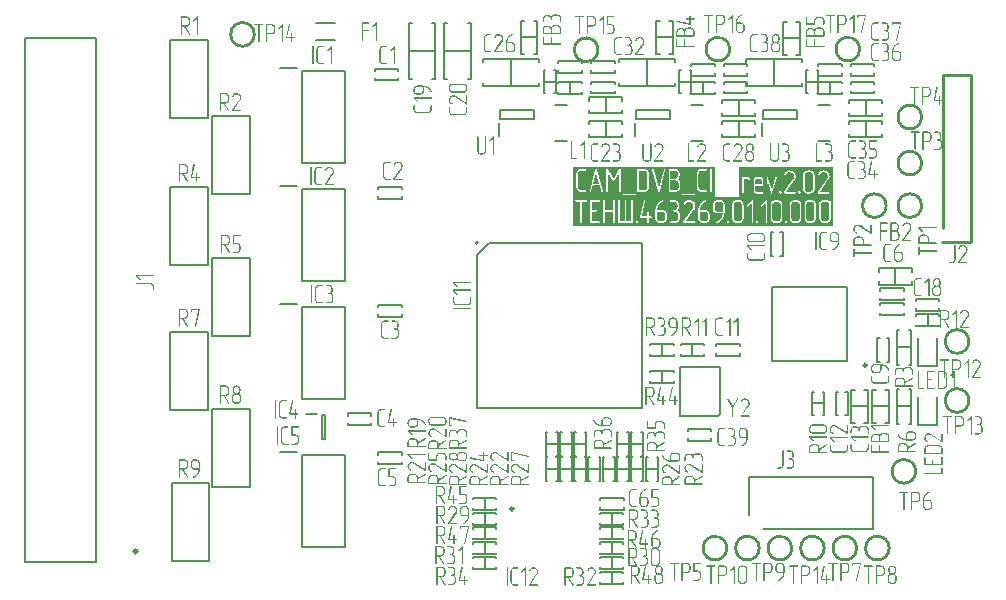
<source format=gto>
G04*
G04 #@! TF.GenerationSoftware,Altium Limited,Altium Designer,24.4.1 (13)*
G04*
G04 Layer_Color=65535*
%FSLAX44Y44*%
%MOMM*%
G71*
G04*
G04 #@! TF.SameCoordinates,4536C672-4AD0-40D2-8A8E-5A20E6426CBC*
G04*
G04*
G04 #@! TF.FilePolarity,Positive*
G04*
G01*
G75*
%ADD10C,0.2540*%
%ADD11C,0.2500*%
%ADD12C,0.2000*%
%ADD13C,0.3810*%
%ADD14C,0.1000*%
%ADD15C,0.1500*%
G36*
X820000Y557500D02*
D01*
Y532500D01*
X600000D01*
Y557500D01*
X600000D01*
Y582500D01*
X720000D01*
Y557500D01*
X740000D01*
Y582500D01*
X820000D01*
Y557500D01*
D02*
G37*
G36*
X742614Y711801D02*
X742664Y711791D01*
X742724Y711771D01*
X742784Y711731D01*
X742843Y711691D01*
X742903Y711631D01*
X742913Y711621D01*
X742923Y711601D01*
X742953Y711562D01*
X742983Y711512D01*
X743003Y711452D01*
X743033Y711382D01*
X743043Y711302D01*
X743053Y711222D01*
Y711212D01*
Y711202D01*
X743043Y711132D01*
X743023Y711042D01*
X742983Y710953D01*
Y710943D01*
X742973Y710933D01*
X742953Y710913D01*
X742923Y710883D01*
X742884Y710843D01*
X742833Y710803D01*
X742774Y710763D01*
X742694Y710713D01*
X742484Y710633D01*
X742235Y710523D01*
X741765Y710284D01*
X741746Y710274D01*
X741696Y710234D01*
X741606Y710184D01*
X741496Y710114D01*
X741366Y710024D01*
X741226Y709924D01*
X741087Y709805D01*
X740937Y709685D01*
X740927Y709675D01*
X740907Y709665D01*
X740867Y709625D01*
X740817Y709585D01*
X740757Y709525D01*
X740687Y709465D01*
X740608Y709385D01*
X740518Y709296D01*
X740418Y709186D01*
X740308Y709076D01*
X740198Y708946D01*
X740088Y708816D01*
X739969Y708667D01*
X739849Y708507D01*
X739719Y708337D01*
X739599Y708158D01*
Y708148D01*
X739579Y708128D01*
X739559Y708088D01*
X739529Y708038D01*
X739500Y707978D01*
X739460Y707898D01*
X739410Y707818D01*
X739360Y707718D01*
X739250Y707499D01*
X739140Y707239D01*
X739020Y706960D01*
X738901Y706660D01*
Y706650D01*
X738891Y706620D01*
X738871Y706580D01*
X738851Y706520D01*
X738831Y706451D01*
X738811Y706361D01*
X738781Y706261D01*
X738751Y706161D01*
X738701Y705922D01*
X738651Y705662D01*
X738611Y705383D01*
X738601Y705113D01*
X741985D01*
X742065Y705103D01*
X742165D01*
X742284Y705083D01*
X742424Y705063D01*
X742584Y705033D01*
X742754Y704993D01*
X742943Y704943D01*
X743133Y704873D01*
X743333Y704794D01*
X743532Y704704D01*
X743732Y704584D01*
X743932Y704454D01*
X744121Y704305D01*
X744311Y704135D01*
X744321Y704125D01*
X744351Y704095D01*
X744401Y704035D01*
X744461Y703965D01*
X744540Y703865D01*
X744620Y703755D01*
X744710Y703626D01*
X744800Y703476D01*
X744890Y703306D01*
X744980Y703127D01*
X745060Y702937D01*
X745139Y702727D01*
X745199Y702498D01*
X745249Y702268D01*
X745279Y702019D01*
X745289Y701759D01*
Y699533D01*
Y699513D01*
Y699473D01*
X745279Y699393D01*
Y699303D01*
X745259Y699184D01*
X745239Y699044D01*
X745209Y698884D01*
X745169Y698714D01*
X745119Y698535D01*
X745050Y698335D01*
X744970Y698145D01*
X744880Y697946D01*
X744760Y697736D01*
X744630Y697536D01*
X744481Y697347D01*
X744311Y697157D01*
X744301Y697147D01*
X744271Y697117D01*
X744211Y697067D01*
X744141Y697008D01*
X744041Y696938D01*
X743932Y696848D01*
X743792Y696768D01*
X743652Y696678D01*
X743482Y696578D01*
X743303Y696498D01*
X743103Y696419D01*
X742893Y696339D01*
X742674Y696279D01*
X742434Y696229D01*
X742195Y696199D01*
X741935Y696189D01*
X740767D01*
X740697Y696199D01*
X740608Y696209D01*
X740498Y696219D01*
X740368Y696239D01*
X740218Y696269D01*
X740059Y696309D01*
X739879Y696359D01*
X739699Y696429D01*
X739500Y696508D01*
X739310Y696598D01*
X739110Y696708D01*
X738911Y696838D01*
X738711Y696988D01*
X738511Y697157D01*
X738501Y697167D01*
X738471Y697197D01*
X738421Y697257D01*
X738352Y697327D01*
X738272Y697427D01*
X738182Y697536D01*
X738092Y697666D01*
X738002Y697816D01*
X737902Y697986D01*
X737812Y698165D01*
X737723Y698355D01*
X737643Y698565D01*
X737583Y698794D01*
X737523Y699024D01*
X737493Y699273D01*
X737483Y699533D01*
Y704494D01*
Y704504D01*
Y704524D01*
Y704554D01*
Y704594D01*
Y704654D01*
X737493Y704724D01*
Y704804D01*
X737503Y704883D01*
X737523Y705093D01*
X737543Y705333D01*
X737583Y705602D01*
X737633Y705892D01*
X737693Y706211D01*
X737773Y706551D01*
X737872Y706900D01*
X737982Y707269D01*
X738122Y707638D01*
X738282Y708008D01*
X738461Y708377D01*
X738671Y708746D01*
Y708756D01*
X738691Y708766D01*
X738701Y708796D01*
X738731Y708836D01*
X738811Y708946D01*
X738911Y709086D01*
X739040Y709266D01*
X739210Y709455D01*
X739400Y709675D01*
X739619Y709914D01*
X739859Y710154D01*
X740128Y710404D01*
X740428Y710653D01*
X740747Y710903D01*
X741097Y711142D01*
X741476Y711372D01*
X741875Y711572D01*
X742294Y711761D01*
X742534Y711811D01*
X742574D01*
X742614Y711801D01*
D02*
G37*
G36*
X734778Y711791D02*
X734828Y711781D01*
X734888Y711761D01*
X734958Y711741D01*
X735017Y711701D01*
X735087Y711651D01*
X735097Y711641D01*
X735117Y711621D01*
X735147Y711591D01*
X735177Y711542D01*
X735207Y711492D01*
X735237Y711422D01*
X735257Y711342D01*
X735267Y711252D01*
Y696738D01*
Y696728D01*
Y696698D01*
X735257Y696648D01*
X735247Y696588D01*
X735227Y696518D01*
X735197Y696449D01*
X735157Y696379D01*
X735107Y696319D01*
X735097Y696309D01*
X735077Y696299D01*
X735047Y696279D01*
X734997Y696259D01*
X734938Y696229D01*
X734868Y696209D01*
X734798Y696199D01*
X734708Y696189D01*
X734688D01*
X734658Y696199D01*
X734618Y696209D01*
X734558Y696219D01*
X734498Y696249D01*
X734409Y696279D01*
X734309Y696319D01*
X734299Y696329D01*
X734289Y696349D01*
X734259Y696379D01*
X734229Y696419D01*
X734199Y696478D01*
X734179Y696548D01*
X734159Y696638D01*
X734149Y696738D01*
Y709904D01*
X731753Y707499D01*
X731743Y707489D01*
X731723Y707479D01*
X731693Y707449D01*
X731644Y707419D01*
X731594Y707389D01*
X731524Y707369D01*
X731454Y707349D01*
X731374Y707339D01*
X731334D01*
X731294Y707349D01*
X731234Y707359D01*
X731174Y707379D01*
X731105Y707409D01*
X731045Y707449D01*
X730975Y707499D01*
X730965Y707509D01*
X730955Y707529D01*
X730925Y707569D01*
X730895Y707618D01*
X730865Y707678D01*
X730845Y707748D01*
X730825Y707818D01*
X730815Y707908D01*
Y707928D01*
X730825Y707948D01*
X730835Y707988D01*
X730855Y708038D01*
X730885Y708108D01*
X730925Y708187D01*
X730975Y708287D01*
X734309Y711641D01*
X734319Y711651D01*
X734339Y711671D01*
X734369Y711691D01*
X734418Y711721D01*
X734478Y711751D01*
X734538Y711781D01*
X734618Y711791D01*
X734698Y711801D01*
X734738D01*
X734778Y711791D01*
D02*
G37*
G36*
X725355D02*
X725454D01*
X725574Y711771D01*
X725714Y711751D01*
X725864Y711721D01*
X726033Y711681D01*
X726213Y711631D01*
X726403Y711562D01*
X726602Y711482D01*
X726802Y711392D01*
X727012Y711272D01*
X727211Y711142D01*
X727411Y710993D01*
X727601Y710823D01*
X727611Y710813D01*
X727621Y710803D01*
X727651Y710773D01*
X727681Y710743D01*
X727770Y710643D01*
X727880Y710513D01*
X728000Y710354D01*
X728120Y710174D01*
X728240Y709974D01*
X728339Y709755D01*
X728509Y709156D01*
X728569Y708806D01*
Y708457D01*
Y706211D01*
Y706191D01*
Y706151D01*
X728559Y706081D01*
Y705982D01*
X728539Y705862D01*
X728519Y705722D01*
X728489Y705572D01*
X728449Y705403D01*
X728399Y705223D01*
X728329Y705033D01*
X728250Y704834D01*
X728160Y704634D01*
X728040Y704434D01*
X727910Y704235D01*
X727760Y704045D01*
X727591Y703855D01*
X727581Y703845D01*
X727551Y703815D01*
X727491Y703765D01*
X727421Y703706D01*
X727321Y703636D01*
X727211Y703546D01*
X727072Y703466D01*
X726922Y703376D01*
X726762Y703276D01*
X726582Y703196D01*
X726383Y703117D01*
X726173Y703037D01*
X725944Y702977D01*
X725714Y702927D01*
X725464Y702897D01*
X725205Y702887D01*
X721871D01*
Y696748D01*
Y696738D01*
Y696708D01*
X721861Y696658D01*
X721851Y696598D01*
X721831Y696528D01*
X721801Y696458D01*
X721761Y696389D01*
X721711Y696329D01*
X721701Y696319D01*
X721681Y696309D01*
X721651Y696289D01*
X721601Y696259D01*
X721542Y696229D01*
X721472Y696209D01*
X721402Y696199D01*
X721312Y696189D01*
X721292D01*
X721262Y696199D01*
X721222Y696209D01*
X721162Y696219D01*
X721102Y696249D01*
X721012Y696279D01*
X720913Y696329D01*
X720903Y696339D01*
X720893Y696359D01*
X720863Y696389D01*
X720833Y696429D01*
X720803Y696488D01*
X720783Y696558D01*
X720763Y696648D01*
X720753Y696748D01*
Y711242D01*
Y711252D01*
Y711262D01*
X720763Y711332D01*
X720783Y711422D01*
X720823Y711522D01*
X720893Y711621D01*
X720993Y711711D01*
X721052Y711751D01*
X721132Y711781D01*
X721212Y711791D01*
X721312Y711801D01*
X725285D01*
X725355Y711791D01*
D02*
G37*
G36*
X718038D02*
X718088Y711781D01*
X718148Y711761D01*
X718217Y711721D01*
X718277Y711681D01*
X718347Y711621D01*
X718357Y711611D01*
X718377Y711591D01*
X718407Y711552D01*
X718437Y711512D01*
X718497Y711382D01*
X718517Y711312D01*
X718527Y711242D01*
Y711232D01*
Y711202D01*
X718517Y711162D01*
X718507Y711112D01*
X718487Y711052D01*
X718467Y710993D01*
X718427Y710923D01*
X718377Y710853D01*
X718367Y710843D01*
X718347Y710823D01*
X718317Y710803D01*
X718267Y710773D01*
X718207Y710733D01*
X718138Y710713D01*
X718058Y710693D01*
X717968Y710683D01*
X715173D01*
Y696738D01*
Y696728D01*
Y696698D01*
X715163Y696648D01*
X715153Y696588D01*
X715133Y696518D01*
X715103Y696449D01*
X715063Y696379D01*
X715013Y696319D01*
X715003Y696309D01*
X714983Y696299D01*
X714953Y696279D01*
X714903Y696259D01*
X714844Y696229D01*
X714774Y696209D01*
X714704Y696199D01*
X714614Y696189D01*
X714594D01*
X714564Y696199D01*
X714524Y696209D01*
X714464Y696219D01*
X714404Y696249D01*
X714314Y696279D01*
X714215Y696319D01*
X714205Y696329D01*
X714195Y696349D01*
X714165Y696379D01*
X714135Y696419D01*
X714105Y696478D01*
X714085Y696548D01*
X714065Y696638D01*
X714055Y696738D01*
Y710683D01*
X711220D01*
X711170Y710693D01*
X711120Y710703D01*
X711050Y710723D01*
X710980Y710743D01*
X710910Y710783D01*
X710851Y710833D01*
X710841Y710843D01*
X710831Y710863D01*
X710811Y710903D01*
X710781Y710953D01*
X710751Y711012D01*
X710731Y711082D01*
X710721Y711162D01*
X710711Y711242D01*
Y711252D01*
Y711262D01*
X710721Y711292D01*
X710731Y711332D01*
X710741Y711382D01*
X710771Y711432D01*
X710801Y711502D01*
X710841Y711581D01*
X710851Y711591D01*
X710871Y711611D01*
X710900Y711651D01*
X710950Y711691D01*
X711000Y711731D01*
X711080Y711771D01*
X711160Y711791D01*
X711260Y711801D01*
X717998D01*
X718038Y711791D01*
D02*
G37*
G36*
X882423Y535801D02*
X882533Y535791D01*
X882673Y535781D01*
X882832Y535751D01*
X883012Y535721D01*
X883212Y535671D01*
X883431Y535611D01*
X883661Y535542D01*
X883891Y535452D01*
X884140Y535352D01*
X884380Y535222D01*
X884629Y535072D01*
X884879Y534903D01*
X885118Y534713D01*
X885138Y534703D01*
X885178Y534663D01*
X885238Y534593D01*
X885328Y534513D01*
X885428Y534394D01*
X885538Y534264D01*
X885657Y534114D01*
X885777Y533944D01*
X885897Y533745D01*
X886017Y533535D01*
X886127Y533316D01*
X886226Y533076D01*
X886316Y532816D01*
X886376Y532547D01*
X886426Y532257D01*
X886436Y531968D01*
Y531958D01*
Y531948D01*
Y531918D01*
Y531878D01*
X886426Y531768D01*
X886416Y531629D01*
X886396Y531469D01*
X886366Y531289D01*
X886326Y531100D01*
X886266Y530900D01*
Y530890D01*
X886256Y530880D01*
X886246Y530850D01*
X886236Y530810D01*
X886216Y530760D01*
X886187Y530700D01*
X886127Y530550D01*
X886047Y530381D01*
X885947Y530171D01*
X885827Y529942D01*
X885687Y529692D01*
X880137Y521307D01*
X885787D01*
X885827Y521297D01*
X885877Y521287D01*
X885937Y521267D01*
X886007Y521227D01*
X886067Y521187D01*
X886137Y521127D01*
X886147Y521117D01*
X886167Y521097D01*
X886197Y521057D01*
X886226Y521017D01*
X886286Y520888D01*
X886306Y520818D01*
X886316Y520748D01*
Y520738D01*
Y520708D01*
X886306Y520668D01*
X886296Y520618D01*
X886276Y520558D01*
X886256Y520498D01*
X886216Y520429D01*
X886167Y520359D01*
X886156Y520349D01*
X886137Y520329D01*
X886107Y520309D01*
X886067Y520279D01*
X886007Y520239D01*
X885937Y520219D01*
X885857Y520199D01*
X885757Y520189D01*
X879059D01*
X879019Y520199D01*
X878969Y520209D01*
X878910Y520229D01*
X878840Y520259D01*
X878770Y520299D01*
X878700Y520359D01*
X878690Y520369D01*
X878680Y520389D01*
X878650Y520429D01*
X878620Y520488D01*
X878590Y520548D01*
X878570Y520618D01*
X878550Y520698D01*
X878540Y520788D01*
Y520798D01*
Y520818D01*
X878550Y520878D01*
X878570Y520968D01*
X878620Y521057D01*
X884749Y530321D01*
X884979Y530750D01*
X885148Y531149D01*
X885158Y531169D01*
X885168Y531219D01*
X885188Y531299D01*
X885218Y531399D01*
X885248Y531529D01*
X885268Y531669D01*
X885278Y531808D01*
X885288Y531968D01*
Y531978D01*
Y532018D01*
X885278Y532078D01*
Y532158D01*
X885258Y532257D01*
X885238Y532367D01*
X885208Y532497D01*
X885178Y532627D01*
X885128Y532776D01*
X885069Y532926D01*
X884989Y533086D01*
X884899Y533246D01*
X884799Y533405D01*
X884669Y533565D01*
X884529Y533725D01*
X884370Y533875D01*
X884350Y533895D01*
X884300Y533934D01*
X884210Y534004D01*
X884100Y534084D01*
X883960Y534174D01*
X883801Y534274D01*
X883621Y534364D01*
X883421Y534454D01*
X883411D01*
X883401Y534464D01*
X883372Y534473D01*
X883332Y534483D01*
X883222Y534523D01*
X883082Y534563D01*
X882912Y534603D01*
X882723Y534643D01*
X882523Y534663D01*
X882313Y534673D01*
X882234D01*
X882184Y534663D01*
X882114D01*
X882034Y534653D01*
X881944Y534633D01*
X881844Y534623D01*
X881625Y534573D01*
X881385Y534493D01*
X881125Y534384D01*
X881006Y534324D01*
X880876Y534244D01*
X880866D01*
X880846Y534224D01*
X880816Y534194D01*
X880766Y534164D01*
X880706Y534114D01*
X880646Y534054D01*
X880576Y533984D01*
X880497Y533904D01*
X880417Y533805D01*
X880327Y533695D01*
X880237Y533575D01*
X880147Y533445D01*
X880057Y533296D01*
X879968Y533136D01*
X879888Y532966D01*
X879808Y532776D01*
Y532766D01*
X879798Y532747D01*
X879778Y532717D01*
X879758Y532677D01*
X879698Y532587D01*
X879618Y532507D01*
X879608D01*
X879598Y532497D01*
X879568Y532487D01*
X879528Y532467D01*
X879428Y532437D01*
X879299Y532407D01*
X879259D01*
X879219Y532417D01*
X879159Y532427D01*
X879099Y532447D01*
X879029Y532467D01*
X878959Y532507D01*
X878889Y532557D01*
X878879Y532567D01*
X878860Y532587D01*
X878840Y532617D01*
X878810Y532667D01*
X878770Y532717D01*
X878750Y532786D01*
X878730Y532866D01*
X878720Y532956D01*
X878760Y533156D01*
X878770Y533176D01*
X878780Y533216D01*
X878810Y533286D01*
X878850Y533375D01*
X878900Y533495D01*
X878959Y533625D01*
X879029Y533765D01*
X879119Y533924D01*
X879219Y534084D01*
X879319Y534254D01*
X879438Y534424D01*
X879568Y534583D01*
X879718Y534753D01*
X879868Y534913D01*
X880038Y535062D01*
X880217Y535192D01*
X880227Y535202D01*
X880257Y535222D01*
X880307Y535252D01*
X880377Y535292D01*
X880457Y535332D01*
X880556Y535392D01*
X880676Y535442D01*
X880806Y535502D01*
X880946Y535561D01*
X881106Y535611D01*
X881275Y535671D01*
X881455Y535711D01*
X881645Y535751D01*
X881844Y535781D01*
X882044Y535801D01*
X882263Y535811D01*
X882333D01*
X882423Y535801D01*
D02*
G37*
G36*
X872531Y535791D02*
X872631Y535781D01*
X872750Y535771D01*
X872890Y535751D01*
X873040Y535721D01*
X873210Y535681D01*
X873389Y535621D01*
X873579Y535561D01*
X873779Y535482D01*
X873978Y535382D01*
X874178Y535272D01*
X874378Y535142D01*
X874577Y534983D01*
X874767Y534813D01*
X874777Y534803D01*
X874787Y534793D01*
X874817Y534763D01*
X874847Y534733D01*
X874937Y534633D01*
X875046Y534503D01*
X875166Y534344D01*
X875286Y534164D01*
X875406Y533964D01*
X875506Y533745D01*
X875675Y533156D01*
X875735Y532797D01*
Y532457D01*
Y531339D01*
Y531329D01*
Y531299D01*
Y531259D01*
Y531199D01*
X875725Y531129D01*
X875715Y531050D01*
X875705Y530950D01*
X875695Y530850D01*
X875655Y530630D01*
X875605Y530381D01*
X875526Y530131D01*
X875426Y529892D01*
Y529882D01*
X875416Y529862D01*
X875396Y529832D01*
X875366Y529792D01*
X875336Y529732D01*
X875296Y529672D01*
X875196Y529512D01*
X875066Y529333D01*
X874897Y529143D01*
X874707Y528943D01*
X874477Y528734D01*
X874487D01*
X874517Y528714D01*
X874557Y528694D01*
X874607Y528654D01*
X874677Y528614D01*
X874757Y528564D01*
X874937Y528424D01*
X875146Y528245D01*
X875366Y528035D01*
X875476Y527915D01*
X875585Y527785D01*
X875685Y527636D01*
X875785Y527486D01*
X875795Y527476D01*
X875805Y527446D01*
X875835Y527406D01*
X875865Y527346D01*
X875905Y527266D01*
X875945Y527177D01*
X875995Y527077D01*
X876045Y526957D01*
X876095Y526837D01*
X876144Y526697D01*
X876224Y526408D01*
X876284Y526088D01*
X876294Y525929D01*
X876304Y525759D01*
Y523533D01*
Y523523D01*
Y523473D01*
X876294Y523403D01*
X876284Y523313D01*
X876274Y523194D01*
X876244Y523054D01*
X876214Y522904D01*
X876174Y522734D01*
X876115Y522565D01*
X876045Y522375D01*
X875965Y522175D01*
X875865Y521976D01*
X875745Y521776D01*
X875605Y521576D01*
X875446Y521377D01*
X875256Y521187D01*
X875246Y521177D01*
X875206Y521147D01*
X875156Y521097D01*
X875076Y521027D01*
X874977Y520958D01*
X874857Y520868D01*
X874727Y520778D01*
X874577Y520688D01*
X874417Y520598D01*
X874238Y520508D01*
X874048Y520419D01*
X873839Y520349D01*
X873629Y520279D01*
X873409Y520229D01*
X873180Y520199D01*
X872940Y520189D01*
X869017D01*
X868947Y520199D01*
X868867Y520219D01*
X868768Y520259D01*
X868658Y520319D01*
X868578Y520419D01*
X868538Y520488D01*
X868508Y520558D01*
X868498Y520638D01*
X868488Y520738D01*
Y535242D01*
Y535252D01*
Y535262D01*
X868498Y535332D01*
X868518Y535422D01*
X868558Y535522D01*
X868628Y535621D01*
X868728Y535711D01*
X868788Y535751D01*
X868867Y535781D01*
X868947Y535791D01*
X869047Y535801D01*
X872461D01*
X872531Y535791D01*
D02*
G37*
G36*
X865763D02*
X865813Y535781D01*
X865873Y535761D01*
X865943Y535721D01*
X866003Y535681D01*
X866072Y535621D01*
X866082Y535611D01*
X866102Y535592D01*
X866132Y535552D01*
X866162Y535512D01*
X866222Y535382D01*
X866242Y535312D01*
X866252Y535242D01*
Y535232D01*
Y535202D01*
X866242Y535162D01*
X866232Y535112D01*
X866212Y535052D01*
X866192Y534993D01*
X866152Y534923D01*
X866102Y534853D01*
X866092Y534843D01*
X866072Y534823D01*
X866042Y534803D01*
X866003Y534773D01*
X865943Y534733D01*
X865873Y534713D01*
X865793Y534693D01*
X865693Y534683D01*
X860682D01*
Y529103D01*
X865723D01*
X865763Y529093D01*
X865813Y529083D01*
X865873Y529063D01*
X865943Y529023D01*
X866003Y528983D01*
X866072Y528923D01*
X866082Y528913D01*
X866102Y528893D01*
X866132Y528853D01*
X866162Y528814D01*
X866222Y528684D01*
X866242Y528614D01*
X866252Y528544D01*
Y528534D01*
Y528504D01*
X866242Y528464D01*
X866232Y528414D01*
X866212Y528354D01*
X866192Y528294D01*
X866152Y528225D01*
X866102Y528155D01*
X866092Y528145D01*
X866072Y528125D01*
X866042Y528105D01*
X866003Y528075D01*
X865943Y528035D01*
X865873Y528015D01*
X865793Y527995D01*
X865693Y527985D01*
X860682D01*
Y520738D01*
Y520728D01*
Y520698D01*
X860672Y520648D01*
X860662Y520588D01*
X860642Y520518D01*
X860612Y520448D01*
X860572Y520379D01*
X860522Y520319D01*
X860512Y520309D01*
X860492Y520299D01*
X860462Y520279D01*
X860413Y520259D01*
X860353Y520229D01*
X860283Y520209D01*
X860213Y520199D01*
X860123Y520189D01*
X860103D01*
X860073Y520199D01*
X860033Y520209D01*
X859973Y520219D01*
X859913Y520249D01*
X859824Y520279D01*
X859724Y520319D01*
X859714Y520329D01*
X859704Y520349D01*
X859674Y520379D01*
X859644Y520419D01*
X859614Y520478D01*
X859594Y520548D01*
X859574Y520638D01*
X859564Y520738D01*
Y535242D01*
Y535252D01*
Y535262D01*
X859574Y535332D01*
X859594Y535422D01*
X859634Y535522D01*
X859694Y535621D01*
X859794Y535711D01*
X859863Y535751D01*
X859933Y535781D01*
X860013Y535791D01*
X860113Y535801D01*
X865723D01*
X865763Y535791D01*
D02*
G37*
G36*
X812092Y364763D02*
X812192Y364753D01*
X812311Y364743D01*
X812451Y364723D01*
X812601Y364693D01*
X812771Y364653D01*
X812950Y364594D01*
X813140Y364534D01*
X813340Y364454D01*
X813539Y364354D01*
X813739Y364244D01*
X813939Y364114D01*
X814138Y363955D01*
X814328Y363785D01*
X814338Y363775D01*
X814368Y363745D01*
X814418Y363685D01*
X814478Y363615D01*
X814557Y363515D01*
X814637Y363406D01*
X814727Y363266D01*
X814817Y363126D01*
X814907Y362956D01*
X814997Y362777D01*
X815077Y362577D01*
X815156Y362367D01*
X815216Y362148D01*
X815266Y361908D01*
X815296Y361669D01*
X815306Y361409D01*
Y360241D01*
X815296Y360171D01*
X815286Y360081D01*
X815276Y359972D01*
X815256Y359842D01*
X815226Y359692D01*
X815186Y359533D01*
X815136Y359353D01*
X815067Y359173D01*
X814987Y358974D01*
X814897Y358784D01*
X814787Y358584D01*
X814657Y358385D01*
X814508Y358185D01*
X814338Y357985D01*
X814328Y357975D01*
X814298Y357945D01*
X814238Y357895D01*
X814168Y357826D01*
X814068Y357746D01*
X813959Y357656D01*
X813829Y357566D01*
X813679Y357476D01*
X813509Y357376D01*
X813330Y357286D01*
X813140Y357197D01*
X812930Y357117D01*
X812701Y357057D01*
X812471Y356997D01*
X812222Y356967D01*
X811962Y356957D01*
X803048D01*
X803028D01*
X802988D01*
X802918Y356967D01*
X802818Y356977D01*
X802709Y356987D01*
X802569Y357007D01*
X802419Y357037D01*
X802249Y357077D01*
X802070Y357127D01*
X801890Y357197D01*
X801690Y357276D01*
X801491Y357366D01*
X801291Y357476D01*
X801091Y357606D01*
X800892Y357756D01*
X800702Y357925D01*
X800692Y357935D01*
X800662Y357965D01*
X800612Y358025D01*
X800542Y358095D01*
X800472Y358195D01*
X800383Y358305D01*
X800293Y358434D01*
X800193Y358584D01*
X800103Y358754D01*
X800013Y358933D01*
X799923Y359123D01*
X799854Y359333D01*
X799784Y359562D01*
X799734Y359792D01*
X799704Y360042D01*
X799694Y360301D01*
Y361469D01*
X799704Y361539D01*
Y361639D01*
X799724Y361758D01*
X799744Y361898D01*
X799774Y362048D01*
X799814Y362218D01*
X799864Y362407D01*
X799933Y362597D01*
X800013Y362787D01*
X800103Y362986D01*
X800223Y363186D01*
X800353Y363386D01*
X800502Y363585D01*
X800672Y363775D01*
X800682Y363785D01*
X800712Y363815D01*
X800772Y363865D01*
X800842Y363935D01*
X800942Y364005D01*
X801051Y364094D01*
X801191Y364184D01*
X801331Y364274D01*
X801501Y364364D01*
X801680Y364454D01*
X801880Y364543D01*
X802090Y364613D01*
X802309Y364683D01*
X802549Y364733D01*
X802788Y364763D01*
X803048Y364773D01*
X811962D01*
X811982D01*
X812022D01*
X812092Y364763D01*
D02*
G37*
G36*
X814847Y354731D02*
X814907Y354721D01*
X814977Y354701D01*
X815047Y354671D01*
X815116Y354631D01*
X815176Y354581D01*
X815186Y354571D01*
X815196Y354551D01*
X815216Y354521D01*
X815236Y354472D01*
X815266Y354412D01*
X815286Y354342D01*
X815296Y354272D01*
X815306Y354182D01*
Y354162D01*
X815296Y354132D01*
X815286Y354092D01*
X815276Y354032D01*
X815246Y353972D01*
X815216Y353883D01*
X815176Y353783D01*
X815166Y353773D01*
X815146Y353763D01*
X815116Y353733D01*
X815077Y353703D01*
X815017Y353673D01*
X814947Y353653D01*
X814857Y353633D01*
X814757Y353623D01*
X801590D01*
X803996Y351227D01*
X804006Y351217D01*
X804016Y351197D01*
X804046Y351167D01*
X804076Y351118D01*
X804106Y351068D01*
X804126Y350998D01*
X804146Y350928D01*
X804156Y350848D01*
Y350808D01*
X804146Y350768D01*
X804136Y350708D01*
X804116Y350648D01*
X804086Y350578D01*
X804046Y350519D01*
X803996Y350449D01*
X803986Y350439D01*
X803966Y350429D01*
X803926Y350399D01*
X803876Y350369D01*
X803817Y350339D01*
X803747Y350319D01*
X803677Y350299D01*
X803587Y350289D01*
X803567D01*
X803547Y350299D01*
X803507Y350309D01*
X803457Y350329D01*
X803387Y350359D01*
X803307Y350399D01*
X803208Y350449D01*
X799854Y353783D01*
X799844Y353793D01*
X799824Y353813D01*
X799804Y353843D01*
X799774Y353893D01*
X799744Y353952D01*
X799714Y354012D01*
X799704Y354092D01*
X799694Y354172D01*
Y354212D01*
X799704Y354252D01*
X799714Y354302D01*
X799734Y354362D01*
X799754Y354432D01*
X799794Y354492D01*
X799844Y354561D01*
X799854Y354571D01*
X799874Y354591D01*
X799904Y354621D01*
X799954Y354651D01*
X800003Y354681D01*
X800073Y354711D01*
X800153Y354731D01*
X800243Y354741D01*
X814757D01*
X814767D01*
X814797D01*
X814847Y354731D01*
D02*
G37*
G36*
X814837Y348033D02*
X814887Y348023D01*
X814947Y348003D01*
X815017Y347963D01*
X815087Y347923D01*
X815156Y347863D01*
X815166Y347853D01*
X815176Y347833D01*
X815206Y347793D01*
X815226Y347743D01*
X815256Y347684D01*
X815286Y347614D01*
X815296Y347534D01*
X815306Y347454D01*
Y347434D01*
X815296Y347374D01*
X815286Y347294D01*
X815256Y347205D01*
X815236Y347184D01*
X815196Y347135D01*
X815126Y347075D01*
X815037Y347005D01*
X808608Y343261D01*
Y341345D01*
X814757D01*
X814767D01*
X814797D01*
X814847Y341335D01*
X814907Y341325D01*
X814977Y341305D01*
X815047Y341275D01*
X815116Y341235D01*
X815176Y341185D01*
X815186Y341175D01*
X815196Y341155D01*
X815216Y341125D01*
X815236Y341075D01*
X815266Y341016D01*
X815286Y340946D01*
X815296Y340876D01*
X815306Y340786D01*
Y340766D01*
X815296Y340736D01*
X815286Y340696D01*
X815276Y340636D01*
X815246Y340576D01*
X815216Y340486D01*
X815176Y340387D01*
X815166Y340377D01*
X815146Y340367D01*
X815116Y340337D01*
X815077Y340307D01*
X815017Y340277D01*
X814947Y340257D01*
X814857Y340237D01*
X814757Y340227D01*
X800253D01*
X800243D01*
X800233D01*
X800163Y340237D01*
X800073Y340257D01*
X799973Y340297D01*
X799874Y340357D01*
X799784Y340457D01*
X799744Y340526D01*
X799714Y340596D01*
X799704Y340676D01*
X799694Y340776D01*
Y344739D01*
X799704Y344809D01*
Y344909D01*
X799724Y345028D01*
X799744Y345168D01*
X799774Y345318D01*
X799814Y345488D01*
X799864Y345677D01*
X799933Y345867D01*
X800013Y346057D01*
X800103Y346256D01*
X800223Y346456D01*
X800353Y346655D01*
X800502Y346855D01*
X800672Y347045D01*
X800682Y347055D01*
X800712Y347085D01*
X800772Y347135D01*
X800842Y347205D01*
X800942Y347274D01*
X801051Y347364D01*
X801191Y347454D01*
X801331Y347544D01*
X801501Y347634D01*
X801680Y347724D01*
X801880Y347813D01*
X802090Y347883D01*
X802309Y347953D01*
X802549Y348003D01*
X802788Y348033D01*
X803048Y348043D01*
X805274D01*
X805294D01*
X805334D01*
X805404Y348033D01*
X805504Y348023D01*
X805623Y348013D01*
X805763Y347993D01*
X805913Y347963D01*
X806083Y347923D01*
X806262Y347863D01*
X806452Y347803D01*
X806652Y347724D01*
X806851Y347624D01*
X807051Y347514D01*
X807251Y347384D01*
X807440Y347224D01*
X807630Y347055D01*
X807640Y347045D01*
X807670Y347015D01*
X807720Y346955D01*
X807779Y346885D01*
X807859Y346785D01*
X807939Y346675D01*
X808029Y346536D01*
X808119Y346396D01*
X808209Y346226D01*
X808299Y346046D01*
X808378Y345847D01*
X808458Y345637D01*
X808518Y345418D01*
X808568Y345178D01*
X808598Y344939D01*
X808608Y344679D01*
Y344539D01*
X814478Y347963D01*
X814488D01*
X814498Y347973D01*
X814557Y348003D01*
X814647Y348033D01*
X814767Y348043D01*
X814777D01*
X814797D01*
X814837Y348033D01*
D02*
G37*
G36*
X658942Y275291D02*
X659002Y275281D01*
X659062Y275261D01*
X659131Y275231D01*
X659191Y275191D01*
X659261Y275141D01*
X659271Y275131D01*
X659291Y275111D01*
X659311Y275082D01*
X659351Y275042D01*
X659381Y274982D01*
X659401Y274912D01*
X659421Y274842D01*
X659431Y274752D01*
X659421Y274622D01*
X657325Y264151D01*
X660549D01*
Y266946D01*
Y266956D01*
Y266976D01*
X660559Y267016D01*
X660569Y267056D01*
X660589Y267116D01*
X660619Y267176D01*
X660659Y267246D01*
X660709Y267315D01*
X660719Y267325D01*
X660739Y267345D01*
X660779Y267375D01*
X660818Y267415D01*
X660878Y267445D01*
X660948Y267475D01*
X661028Y267495D01*
X661108Y267505D01*
X661138D01*
X661178Y267495D01*
X661228Y267485D01*
X661288Y267465D01*
X661358Y267445D01*
X661417Y267405D01*
X661487Y267355D01*
X661497Y267345D01*
X661517Y267325D01*
X661547Y267295D01*
X661577Y267246D01*
X661607Y267186D01*
X661637Y267116D01*
X661657Y267036D01*
X661667Y266946D01*
Y264151D01*
X663384D01*
X663424Y264141D01*
X663474Y264131D01*
X663534Y264111D01*
X663594Y264071D01*
X663663Y264031D01*
X663723Y263971D01*
X663733Y263961D01*
X663753Y263941D01*
X663783Y263901D01*
X663813Y263862D01*
X663873Y263732D01*
X663893Y263662D01*
X663903Y263592D01*
Y263582D01*
Y263552D01*
X663893Y263512D01*
X663883Y263462D01*
X663863Y263402D01*
X663843Y263342D01*
X663803Y263272D01*
X663753Y263203D01*
X663743Y263193D01*
X663723Y263173D01*
X663693Y263153D01*
X663653Y263123D01*
X663594Y263083D01*
X663524Y263063D01*
X663444Y263043D01*
X663344Y263033D01*
X661667D01*
Y260238D01*
Y260228D01*
Y260198D01*
X661657Y260148D01*
X661647Y260088D01*
X661627Y260018D01*
X661597Y259949D01*
X661557Y259879D01*
X661507Y259819D01*
X661497Y259809D01*
X661477Y259799D01*
X661447Y259779D01*
X661397Y259759D01*
X661338Y259729D01*
X661309Y259721D01*
X661423Y259647D01*
X661612Y259498D01*
X661802Y259328D01*
X661812Y259318D01*
X661842Y259288D01*
X661892Y259228D01*
X661952Y259158D01*
X662031Y259058D01*
X662111Y258948D01*
X662201Y258819D01*
X662291Y258669D01*
X662381Y258499D01*
X662471Y258320D01*
X662551Y258130D01*
X662630Y257920D01*
X662690Y257691D01*
X662740Y257461D01*
X662770Y257212D01*
X662780Y256952D01*
Y255844D01*
Y255475D01*
Y255255D01*
X662710Y255026D01*
Y255016D01*
X662700Y254976D01*
X662690Y254916D01*
X662670Y254836D01*
X662630Y254736D01*
X662590Y254636D01*
X662541Y254516D01*
X662471Y254397D01*
Y254387D01*
X662461Y254367D01*
X662441Y254337D01*
X662411Y254297D01*
X662381Y254237D01*
X662341Y254177D01*
X662241Y254027D01*
X662111Y253848D01*
X661952Y253648D01*
X661762Y253438D01*
X661542Y253229D01*
X661552D01*
X661572Y253209D01*
X661612Y253189D01*
X661672Y253159D01*
X661732Y253119D01*
X661812Y253069D01*
X661992Y252949D01*
X662081Y252869D01*
X662191Y252780D01*
X662291Y252680D01*
X662401Y252570D01*
X662511Y252450D01*
X662620Y252320D01*
X662720Y252181D01*
X662820Y252031D01*
X662830Y252021D01*
X662840Y251991D01*
X662870Y251951D01*
X662900Y251891D01*
X662940Y251811D01*
X662980Y251721D01*
X663030Y251612D01*
X663080Y251502D01*
X663129Y251372D01*
X663179Y251232D01*
X663259Y250933D01*
X663319Y250613D01*
X663329Y250444D01*
X663339Y250264D01*
Y248038D01*
Y248018D01*
Y247978D01*
X663329Y247898D01*
Y247808D01*
X663309Y247689D01*
X663289Y247549D01*
X663259Y247389D01*
X663219Y247219D01*
X663169Y247040D01*
X663100Y246840D01*
X663020Y246650D01*
X662930Y246451D01*
X662810Y246241D01*
X662680Y246042D01*
X662531Y245852D01*
X662361Y245662D01*
X662351Y245652D01*
X662321Y245622D01*
X662261Y245572D01*
X662191Y245513D01*
X662091Y245443D01*
X661982Y245353D01*
X661852Y245273D01*
X661706Y245186D01*
X661761Y245146D01*
X661771Y245136D01*
X661791Y245116D01*
X661811Y245086D01*
X661851Y245047D01*
X661881Y244987D01*
X661901Y244917D01*
X661921Y244847D01*
X661931Y244757D01*
X661921Y244627D01*
X659825Y234156D01*
X663049D01*
Y236951D01*
Y236961D01*
Y236981D01*
X663059Y237021D01*
X663069Y237061D01*
X663089Y237121D01*
X663119Y237181D01*
X663159Y237250D01*
X663209Y237320D01*
X663219Y237330D01*
X663239Y237350D01*
X663279Y237380D01*
X663318Y237420D01*
X663378Y237450D01*
X663448Y237480D01*
X663528Y237500D01*
X663608Y237510D01*
X663638D01*
X663678Y237500D01*
X663728Y237490D01*
X663788Y237470D01*
X663858Y237450D01*
X663917Y237410D01*
X663987Y237360D01*
X663997Y237350D01*
X664017Y237330D01*
X664047Y237300D01*
X664077Y237250D01*
X664107Y237191D01*
X664137Y237121D01*
X664157Y237041D01*
X664167Y236951D01*
Y234156D01*
X665884D01*
X665924Y234146D01*
X665974Y234136D01*
X666034Y234116D01*
X666094Y234076D01*
X666163Y234036D01*
X666223Y233976D01*
X666233Y233966D01*
X666253Y233946D01*
X666283Y233906D01*
X666313Y233867D01*
X666373Y233737D01*
X666393Y233667D01*
X666403Y233597D01*
Y233587D01*
Y233557D01*
X666393Y233517D01*
X666383Y233467D01*
X666363Y233407D01*
X666343Y233347D01*
X666303Y233277D01*
X666253Y233208D01*
X666243Y233198D01*
X666223Y233178D01*
X666193Y233158D01*
X666153Y233128D01*
X666094Y233088D01*
X666024Y233068D01*
X665944Y233048D01*
X665844Y233038D01*
X664167D01*
Y230243D01*
Y230233D01*
Y230203D01*
X664157Y230153D01*
X664147Y230093D01*
X664127Y230023D01*
X664097Y229953D01*
X664057Y229884D01*
X664007Y229824D01*
X663997Y229814D01*
X663977Y229804D01*
X663947Y229784D01*
X663897Y229764D01*
X663838Y229734D01*
X663768Y229714D01*
X663698Y229704D01*
X663608Y229694D01*
X663588D01*
X663558Y229704D01*
X663518Y229714D01*
X663458Y229724D01*
X663398Y229754D01*
X663309Y229784D01*
X663209Y229824D01*
X663199Y229834D01*
X663189Y229854D01*
X663159Y229884D01*
X663129Y229923D01*
X663099Y229983D01*
X663079Y230053D01*
X663059Y230143D01*
X663049Y230243D01*
Y233038D01*
X659106D01*
X659066Y233048D01*
X659006Y233058D01*
X658946Y233078D01*
X658876Y233098D01*
X658807Y233138D01*
X658747Y233188D01*
X658737Y233198D01*
X658727Y233218D01*
X658697Y233248D01*
X658667Y233298D01*
X658637Y233347D01*
X658617Y233417D01*
X658597Y233487D01*
X658587Y233567D01*
X658597Y233707D01*
X660823Y244808D01*
X660734Y244784D01*
X660494Y244734D01*
X660255Y244704D01*
X659995Y244694D01*
X657160D01*
X657110Y244704D01*
X657060Y244714D01*
X656990Y244734D01*
X656920Y244754D01*
X656851Y244794D01*
X656791Y244844D01*
X656781Y244854D01*
X656771Y244874D01*
X656751Y244914D01*
X656721Y244963D01*
X656691Y245023D01*
X656671Y245093D01*
X656661Y245173D01*
X656651Y245253D01*
Y245263D01*
Y245273D01*
X656661Y245303D01*
X656671Y245343D01*
X656681Y245393D01*
X656711Y245443D01*
X656741Y245513D01*
X656781Y245592D01*
X656791Y245602D01*
X656811Y245622D01*
X656841Y245662D01*
X656891Y245702D01*
X656941Y245742D01*
X657020Y245782D01*
X657100Y245802D01*
X657200Y245812D01*
X660075D01*
X660145Y245822D01*
X660225Y245832D01*
X660314Y245842D01*
X660424Y245862D01*
X660534Y245892D01*
X660784Y245972D01*
X660913Y246022D01*
X661053Y246081D01*
X661183Y246151D01*
X661323Y246241D01*
X661452Y246341D01*
X661572Y246451D01*
X661582Y246461D01*
X661602Y246481D01*
X661632Y246521D01*
X661672Y246571D01*
X661722Y246630D01*
X661782Y246710D01*
X661832Y246790D01*
X661902Y246890D01*
X661962Y247000D01*
X662011Y247120D01*
X662121Y247399D01*
X662161Y247539D01*
X662191Y247699D01*
X662211Y247868D01*
X662221Y248038D01*
Y250264D01*
Y250274D01*
Y250304D01*
Y250354D01*
X662211Y250424D01*
X662201Y250504D01*
X662191Y250593D01*
X662171Y250693D01*
X662141Y250813D01*
X662061Y251053D01*
X662011Y251192D01*
X661952Y251322D01*
X661872Y251452D01*
X661782Y251592D01*
X661682Y251721D01*
X661572Y251841D01*
X661562Y251851D01*
X661542Y251871D01*
X661502Y251901D01*
X661462Y251941D01*
X661393Y251991D01*
X661323Y252051D01*
X661233Y252111D01*
X661133Y252171D01*
X661023Y252230D01*
X660903Y252290D01*
X660774Y252350D01*
X660634Y252400D01*
X660484Y252440D01*
X660324Y252470D01*
X660155Y252490D01*
X659985Y252500D01*
X659386D01*
X659336Y252510D01*
X659286Y252520D01*
X659216Y252540D01*
X659146Y252560D01*
X659077Y252600D01*
X659017Y252650D01*
X659007Y252660D01*
X658997Y252680D01*
X658977Y252720D01*
X658947Y252770D01*
X658917Y252829D01*
X658897Y252899D01*
X658887Y252979D01*
X658877Y253059D01*
Y253069D01*
Y253079D01*
X658887Y253109D01*
X658897Y253149D01*
X658907Y253199D01*
X658937Y253249D01*
X658967Y253319D01*
X659007Y253398D01*
X659017Y253408D01*
X659037Y253428D01*
X659067Y253468D01*
X659117Y253508D01*
X659166Y253548D01*
X659246Y253588D01*
X659326Y253608D01*
X659426Y253618D01*
X659516D01*
X659586Y253628D01*
X659666Y253638D01*
X659755Y253648D01*
X659865Y253668D01*
X659975Y253698D01*
X660225Y253778D01*
X660354Y253828D01*
X660494Y253888D01*
X660624Y253957D01*
X660764Y254047D01*
X660893Y254147D01*
X661013Y254257D01*
X661023Y254267D01*
X661043Y254287D01*
X661073Y254327D01*
X661113Y254377D01*
X661163Y254436D01*
X661223Y254516D01*
X661273Y254596D01*
X661343Y254696D01*
X661403Y254806D01*
X661452Y254926D01*
X661562Y255205D01*
X661602Y255345D01*
X661632Y255505D01*
X661652Y255674D01*
X661662Y255844D01*
Y256952D01*
Y256962D01*
Y256992D01*
Y257042D01*
X661652Y257112D01*
X661642Y257192D01*
X661632Y257281D01*
X661612Y257381D01*
X661582Y257501D01*
X661502Y257741D01*
X661452Y257880D01*
X661393Y258010D01*
X661313Y258140D01*
X661223Y258280D01*
X661123Y258410D01*
X661013Y258529D01*
X661003Y258539D01*
X660983Y258559D01*
X660943Y258589D01*
X660903Y258629D01*
X660834Y258679D01*
X660764Y258739D01*
X660674Y258799D01*
X660574Y258859D01*
X660464Y258919D01*
X660344Y258979D01*
X660215Y259038D01*
X660075Y259088D01*
X659925Y259128D01*
X659765Y259158D01*
X659596Y259178D01*
X659426Y259188D01*
X657160D01*
X657110Y259198D01*
X657060Y259208D01*
X656990Y259228D01*
X656920Y259248D01*
X656851Y259288D01*
X656791Y259338D01*
X656781Y259348D01*
X656771Y259368D01*
X656751Y259408D01*
X656721Y259458D01*
X656691Y259517D01*
X656671Y259587D01*
X656661Y259667D01*
X656651Y259747D01*
Y259757D01*
Y259767D01*
X656661Y259797D01*
X656671Y259837D01*
X656681Y259887D01*
X656711Y259937D01*
X656741Y260007D01*
X656781Y260086D01*
X656791Y260096D01*
X656811Y260116D01*
X656841Y260156D01*
X656891Y260196D01*
X656941Y260236D01*
X657020Y260276D01*
X657100Y260296D01*
X657200Y260306D01*
X659486D01*
X659566Y260296D01*
X659666D01*
X659785Y260276D01*
X659925Y260256D01*
X660085Y260226D01*
X660255Y260186D01*
X660434Y260136D01*
X660571Y260086D01*
X660559Y260138D01*
X660549Y260238D01*
Y263033D01*
X656606D01*
X656566Y263043D01*
X656506Y263053D01*
X656446Y263073D01*
X656376Y263093D01*
X656307Y263133D01*
X656247Y263183D01*
X656237Y263193D01*
X656227Y263213D01*
X656197Y263243D01*
X656167Y263293D01*
X656137Y263342D01*
X656117Y263412D01*
X656097Y263482D01*
X656087Y263562D01*
X656097Y263702D01*
X658333Y274852D01*
Y274862D01*
X658343Y274892D01*
X658353Y274932D01*
X658373Y274972D01*
X658423Y275082D01*
X658473Y275131D01*
X658523Y275181D01*
X658862Y275301D01*
X658902D01*
X658942Y275291D01*
D02*
G37*
G36*
X650637D02*
X650736D01*
X650856Y275271D01*
X650996Y275251D01*
X651146Y275221D01*
X651316Y275181D01*
X651505Y275131D01*
X651695Y275061D01*
X651885Y274982D01*
X652084Y274892D01*
X652284Y274772D01*
X652483Y274642D01*
X652683Y274492D01*
X652873Y274323D01*
X652883Y274313D01*
X652913Y274283D01*
X652962Y274223D01*
X653032Y274153D01*
X653102Y274053D01*
X653192Y273944D01*
X653282Y273804D01*
X653372Y273664D01*
X653462Y273494D01*
X653551Y273315D01*
X653641Y273115D01*
X653711Y272905D01*
X653781Y272686D01*
X653831Y272446D01*
X653861Y272207D01*
X653871Y271947D01*
Y269721D01*
Y269701D01*
Y269661D01*
X653861Y269591D01*
X653851Y269492D01*
X653841Y269372D01*
X653821Y269232D01*
X653791Y269082D01*
X653751Y268913D01*
X653691Y268733D01*
X653631Y268543D01*
X653551Y268344D01*
X653452Y268144D01*
X653342Y267944D01*
X653212Y267745D01*
X653052Y267555D01*
X652883Y267365D01*
X652873Y267355D01*
X652843Y267325D01*
X652783Y267275D01*
X652713Y267215D01*
X652613Y267136D01*
X652503Y267056D01*
X652364Y266966D01*
X652224Y266876D01*
X652054Y266786D01*
X651874Y266696D01*
X651675Y266617D01*
X651465Y266537D01*
X651246Y266477D01*
X651006Y266427D01*
X650767Y266397D01*
X650507Y266387D01*
X650367D01*
X653791Y260518D01*
Y260508D01*
X653801Y260497D01*
X653831Y260438D01*
X653861Y260348D01*
X653871Y260228D01*
Y260218D01*
Y260198D01*
X653861Y260158D01*
X653851Y260108D01*
X653831Y260048D01*
X653791Y259978D01*
X653751Y259909D01*
X653691Y259839D01*
X653681Y259829D01*
X653661Y259819D01*
X653621Y259789D01*
X653571Y259769D01*
X653512Y259739D01*
X653442Y259709D01*
X653362Y259699D01*
X653282Y259689D01*
X653262D01*
X653202Y259699D01*
X653122Y259709D01*
X653032Y259739D01*
X653012Y259759D01*
X652962Y259799D01*
X652903Y259869D01*
X652833Y259958D01*
X649090Y266387D01*
X647173D01*
Y260306D01*
X651121D01*
X651191Y260296D01*
X651291D01*
X651410Y260276D01*
X651550Y260256D01*
X651700Y260226D01*
X651870Y260186D01*
X652059Y260136D01*
X652249Y260067D01*
X652439Y259987D01*
X652638Y259897D01*
X652838Y259777D01*
X653037Y259647D01*
X653237Y259498D01*
X653427Y259328D01*
X653437Y259318D01*
X653467Y259288D01*
X653517Y259228D01*
X653586Y259158D01*
X653656Y259058D01*
X653746Y258948D01*
X653836Y258809D01*
X653926Y258669D01*
X654016Y258499D01*
X654106Y258320D01*
X654195Y258120D01*
X654265Y257910D01*
X654335Y257691D01*
X654385Y257451D01*
X654415Y257212D01*
X654425Y256952D01*
Y254726D01*
Y254706D01*
Y254666D01*
X654415Y254596D01*
X654405Y254496D01*
X654395Y254377D01*
X654375Y254237D01*
X654345Y254087D01*
X654305Y253918D01*
X654245Y253738D01*
X654185Y253548D01*
X654106Y253349D01*
X654006Y253149D01*
X653896Y252949D01*
X653766Y252750D01*
X653606Y252560D01*
X653437Y252370D01*
X653427Y252360D01*
X653397Y252330D01*
X653337Y252280D01*
X653267Y252220D01*
X653167Y252141D01*
X653057Y252061D01*
X652918Y251971D01*
X652778Y251881D01*
X652608Y251791D01*
X652429Y251701D01*
X652229Y251622D01*
X652019Y251542D01*
X651800Y251482D01*
X651560Y251432D01*
X651320Y251402D01*
X651061Y251392D01*
X650921D01*
X654345Y245522D01*
Y245513D01*
X654355Y245502D01*
X654385Y245443D01*
X654415Y245353D01*
X654425Y245233D01*
Y245223D01*
Y245203D01*
X654415Y245163D01*
X654405Y245113D01*
X654385Y245053D01*
X654354Y244999D01*
X654385Y244987D01*
X654584Y244897D01*
X654784Y244777D01*
X654983Y244647D01*
X655183Y244498D01*
X655373Y244328D01*
X655383Y244318D01*
X655413Y244288D01*
X655462Y244228D01*
X655532Y244158D01*
X655602Y244058D01*
X655692Y243948D01*
X655782Y243809D01*
X655872Y243669D01*
X655962Y243499D01*
X656051Y243320D01*
X656141Y243120D01*
X656211Y242910D01*
X656281Y242691D01*
X656331Y242451D01*
X656361Y242212D01*
X656371Y241952D01*
Y239726D01*
Y239706D01*
Y239666D01*
X656361Y239596D01*
X656351Y239496D01*
X656341Y239377D01*
X656321Y239237D01*
X656291Y239087D01*
X656251Y238918D01*
X656191Y238738D01*
X656131Y238548D01*
X656051Y238349D01*
X655952Y238149D01*
X655842Y237949D01*
X655712Y237750D01*
X655552Y237560D01*
X655383Y237370D01*
X655373Y237360D01*
X655343Y237330D01*
X655283Y237280D01*
X655213Y237220D01*
X655113Y237141D01*
X655003Y237061D01*
X654864Y236971D01*
X654724Y236881D01*
X654554Y236791D01*
X654374Y236701D01*
X654175Y236622D01*
X653965Y236542D01*
X653746Y236482D01*
X653506Y236432D01*
X653267Y236402D01*
X653007Y236392D01*
X652867D01*
X656291Y230522D01*
Y230513D01*
X656301Y230502D01*
X656331Y230443D01*
X656361Y230353D01*
X656371Y230233D01*
Y230223D01*
Y230203D01*
X656361Y230163D01*
X656351Y230113D01*
X656331Y230053D01*
X656291Y229983D01*
X656251Y229914D01*
X656191Y229844D01*
X656181Y229834D01*
X656161Y229824D01*
X656121Y229794D01*
X656071Y229774D01*
X656012Y229744D01*
X655942Y229714D01*
X655862Y229704D01*
X655782Y229694D01*
X655762D01*
X655702Y229704D01*
X655622Y229714D01*
X655532Y229744D01*
X655512Y229764D01*
X655462Y229804D01*
X655403Y229874D01*
X655333Y229963D01*
X651590Y236392D01*
X649673D01*
Y230243D01*
Y230233D01*
Y230203D01*
X649663Y230153D01*
X649653Y230093D01*
X649633Y230023D01*
X649603Y229953D01*
X649563Y229884D01*
X649513Y229824D01*
X649503Y229814D01*
X649483Y229804D01*
X649453Y229784D01*
X649403Y229764D01*
X649343Y229734D01*
X649274Y229714D01*
X649204Y229704D01*
X649114Y229694D01*
X649094D01*
X649064Y229704D01*
X649024Y229714D01*
X648964Y229724D01*
X648904Y229754D01*
X648814Y229784D01*
X648715Y229824D01*
X648705Y229834D01*
X648695Y229854D01*
X648665Y229884D01*
X648635Y229923D01*
X648605Y229983D01*
X648585Y230053D01*
X648565Y230143D01*
X648555Y230243D01*
Y244747D01*
Y244757D01*
Y244767D01*
X648565Y244837D01*
X648585Y244927D01*
X648625Y245027D01*
X648685Y245126D01*
X648784Y245216D01*
X648854Y245256D01*
X648924Y245286D01*
X649004Y245296D01*
X649104Y245306D01*
X653067D01*
X653137Y245296D01*
X653193D01*
X649643Y251392D01*
X647727D01*
Y245243D01*
Y245233D01*
Y245203D01*
X647717Y245153D01*
X647707Y245093D01*
X647687Y245023D01*
X647657Y244953D01*
X647617Y244884D01*
X647567Y244824D01*
X647557Y244814D01*
X647537Y244804D01*
X647507Y244784D01*
X647457Y244764D01*
X647398Y244734D01*
X647328Y244714D01*
X647258Y244704D01*
X647168Y244694D01*
X647148D01*
X647118Y244704D01*
X647078Y244714D01*
X647018Y244724D01*
X646958Y244754D01*
X646868Y244784D01*
X646769Y244824D01*
X646759Y244834D01*
X646749Y244854D01*
X646719Y244884D01*
X646689Y244923D01*
X646659Y244983D01*
X646639Y245053D01*
X646619Y245143D01*
X646609Y245243D01*
Y259689D01*
X646594D01*
X646564Y259699D01*
X646524Y259709D01*
X646464Y259719D01*
X646404Y259749D01*
X646314Y259779D01*
X646215Y259819D01*
X646205Y259829D01*
X646195Y259849D01*
X646165Y259879D01*
X646135Y259918D01*
X646105Y259978D01*
X646085Y260048D01*
X646065Y260138D01*
X646055Y260238D01*
Y274742D01*
Y274752D01*
Y274762D01*
X646065Y274832D01*
X646085Y274922D01*
X646125Y275022D01*
X646185Y275121D01*
X646284Y275211D01*
X646354Y275251D01*
X646424Y275281D01*
X646504Y275291D01*
X646604Y275301D01*
X650567D01*
X650637Y275291D01*
D02*
G37*
G36*
X671270Y275301D02*
X671320Y275291D01*
X671380Y275271D01*
X671440Y275231D01*
X671499Y275191D01*
X671559Y275131D01*
X671569Y275121D01*
X671579Y275102D01*
X671609Y275061D01*
X671639Y275012D01*
X671659Y274952D01*
X671689Y274882D01*
X671699Y274802D01*
X671709Y274722D01*
Y274712D01*
Y274702D01*
X671699Y274632D01*
X671679Y274543D01*
X671639Y274453D01*
Y274443D01*
X671629Y274433D01*
X671609Y274413D01*
X671579Y274383D01*
X671539Y274343D01*
X671489Y274303D01*
X671430Y274263D01*
X671350Y274213D01*
X671140Y274133D01*
X670891Y274023D01*
X670421Y273784D01*
X670402Y273774D01*
X670351Y273734D01*
X670262Y273684D01*
X670152Y273614D01*
X670022Y273524D01*
X669882Y273424D01*
X669743Y273305D01*
X669593Y273185D01*
X669583Y273175D01*
X669563Y273165D01*
X669523Y273125D01*
X669473Y273085D01*
X669413Y273025D01*
X669343Y272965D01*
X669264Y272885D01*
X669174Y272796D01*
X669074Y272686D01*
X668964Y272576D01*
X668854Y272446D01*
X668744Y272316D01*
X668625Y272167D01*
X668505Y272007D01*
X668375Y271837D01*
X668255Y271658D01*
Y271648D01*
X668235Y271628D01*
X668215Y271588D01*
X668185Y271538D01*
X668156Y271478D01*
X668115Y271398D01*
X668066Y271318D01*
X668016Y271218D01*
X667906Y270999D01*
X667796Y270739D01*
X667676Y270460D01*
X667557Y270160D01*
Y270150D01*
X667546Y270120D01*
X667527Y270080D01*
X667507Y270021D01*
X667487Y269951D01*
X667467Y269861D01*
X667437Y269761D01*
X667407Y269661D01*
X667357Y269422D01*
X667307Y269162D01*
X667267Y268883D01*
X667257Y268613D01*
X670641D01*
X670721Y268603D01*
X670821D01*
X670940Y268583D01*
X671080Y268563D01*
X671240Y268533D01*
X671410Y268493D01*
X671599Y268443D01*
X671789Y268374D01*
X671989Y268294D01*
X672188Y268204D01*
X672388Y268084D01*
X672588Y267954D01*
X672777Y267805D01*
X672967Y267635D01*
X672977Y267625D01*
X673007Y267595D01*
X673057Y267535D01*
X673117Y267465D01*
X673196Y267365D01*
X673276Y267255D01*
X673366Y267126D01*
X673456Y266976D01*
X673546Y266806D01*
X673636Y266627D01*
X673716Y266437D01*
X673795Y266227D01*
X673855Y265998D01*
X673905Y265768D01*
X673935Y265518D01*
X673945Y265259D01*
Y263033D01*
Y263013D01*
Y262973D01*
X673935Y262893D01*
Y262803D01*
X673915Y262684D01*
X673895Y262544D01*
X673865Y262384D01*
X673825Y262214D01*
X673775Y262035D01*
X673706Y261835D01*
X673626Y261646D01*
X673536Y261446D01*
X673416Y261236D01*
X673286Y261036D01*
X673137Y260847D01*
X672967Y260657D01*
X672957Y260647D01*
X672927Y260617D01*
X672867Y260567D01*
X672797Y260508D01*
X672697Y260438D01*
X672588Y260348D01*
X672448Y260268D01*
X672308Y260178D01*
X672138Y260078D01*
X671959Y259998D01*
X671759Y259918D01*
X671642Y259874D01*
X671804Y259777D01*
X672004Y259647D01*
X672203Y259498D01*
X672393Y259328D01*
X672403Y259318D01*
X672433Y259288D01*
X672483Y259228D01*
X672553Y259158D01*
X672623Y259058D01*
X672712Y258948D01*
X672802Y258809D01*
X672892Y258669D01*
X672982Y258499D01*
X673072Y258320D01*
X673161Y258120D01*
X673231Y257910D01*
X673301Y257691D01*
X673351Y257451D01*
X673381Y257212D01*
X673391Y256952D01*
Y248038D01*
Y248018D01*
Y247978D01*
X673381Y247908D01*
X673371Y247808D01*
X673361Y247689D01*
X673341Y247549D01*
X673311Y247399D01*
X673271Y247229D01*
X673212Y247050D01*
X673152Y246860D01*
X673072Y246660D01*
X672972Y246461D01*
X672862Y246261D01*
X672732Y246061D01*
X672573Y245862D01*
X672403Y245672D01*
X672393Y245662D01*
X672363Y245632D01*
X672303Y245582D01*
X672233Y245522D01*
X672133Y245443D01*
X672024Y245363D01*
X671884Y245273D01*
X671849Y245250D01*
X672183Y245306D01*
X672582D01*
X672662Y245296D01*
X672752D01*
X672871Y245276D01*
X673011Y245256D01*
X673171Y245226D01*
X673341Y245186D01*
X673520Y245136D01*
X673720Y245067D01*
X673920Y244987D01*
X674119Y244897D01*
X674319Y244777D01*
X674529Y244647D01*
X674728Y244498D01*
X674918Y244328D01*
X674928Y244318D01*
X674938Y244308D01*
X674968Y244278D01*
X674998Y244248D01*
X675088Y244148D01*
X675197Y244018D01*
X675317Y243859D01*
X675437Y243679D01*
X675557Y243479D01*
X675657Y243260D01*
X675826Y242671D01*
X675886Y242311D01*
Y241962D01*
Y240834D01*
Y240824D01*
Y240794D01*
Y240754D01*
Y240694D01*
X675876Y240624D01*
X675866Y240545D01*
X675856Y240445D01*
X675846Y240345D01*
X675806Y240125D01*
X675756Y239876D01*
X675676Y239626D01*
X675577Y239387D01*
Y239377D01*
X675567Y239357D01*
X675547Y239327D01*
X675517Y239277D01*
X675487Y239227D01*
X675447Y239157D01*
X675347Y239007D01*
X675217Y238828D01*
X675058Y238638D01*
X674868Y238428D01*
X674648Y238229D01*
X674658D01*
X674678Y238209D01*
X674718Y238189D01*
X674778Y238159D01*
X674838Y238119D01*
X674918Y238069D01*
X675098Y237939D01*
X675297Y237770D01*
X675397Y237680D01*
X675507Y237570D01*
X675617Y237450D01*
X675726Y237320D01*
X675826Y237181D01*
X675926Y237031D01*
X675936Y237021D01*
X675946Y236991D01*
X675976Y236951D01*
X676006Y236891D01*
X676046Y236811D01*
X676086Y236721D01*
X676136Y236612D01*
X676186Y236502D01*
X676236Y236372D01*
X676285Y236232D01*
X676365Y235933D01*
X676425Y235613D01*
X676435Y235444D01*
X676445Y235264D01*
Y233038D01*
Y233018D01*
Y232978D01*
X676435Y232898D01*
Y232808D01*
X676415Y232689D01*
X676395Y232549D01*
X676365Y232389D01*
X676325Y232219D01*
X676275Y232040D01*
X676206Y231840D01*
X676126Y231650D01*
X676036Y231451D01*
X675916Y231241D01*
X675786Y231042D01*
X675637Y230852D01*
X675467Y230662D01*
X675457Y230652D01*
X675427Y230622D01*
X675367Y230572D01*
X675297Y230513D01*
X675197Y230443D01*
X675088Y230353D01*
X674948Y230273D01*
X674808Y230183D01*
X674638Y230083D01*
X674459Y230003D01*
X674259Y229923D01*
X674049Y229844D01*
X673830Y229784D01*
X673590Y229734D01*
X673351Y229704D01*
X673091Y229694D01*
X671923D01*
X671853Y229704D01*
X671764Y229714D01*
X671654Y229724D01*
X671524Y229744D01*
X671374Y229774D01*
X671215Y229814D01*
X671035Y229864D01*
X670855Y229933D01*
X670656Y230013D01*
X670466Y230103D01*
X670266Y230213D01*
X670067Y230343D01*
X669867Y230492D01*
X669667Y230662D01*
X669657Y230672D01*
X669627Y230702D01*
X669577Y230762D01*
X669508Y230832D01*
X669428Y230932D01*
X669338Y231042D01*
X669248Y231171D01*
X669158Y231321D01*
X669058Y231491D01*
X668969Y231670D01*
X668879Y231860D01*
X668799Y232070D01*
X668739Y232299D01*
X668679Y232529D01*
X668649Y232778D01*
X668639Y233038D01*
Y235264D01*
Y235274D01*
Y235304D01*
Y235344D01*
X668649Y235414D01*
Y235484D01*
X668659Y235573D01*
X668679Y235683D01*
X668699Y235793D01*
X668749Y236043D01*
X668829Y236322D01*
X668949Y236612D01*
X669018Y236751D01*
X669098Y236901D01*
X669108Y236911D01*
X669118Y236941D01*
X669148Y236981D01*
X669188Y237031D01*
X669238Y237101D01*
X669288Y237181D01*
X669358Y237270D01*
X669438Y237360D01*
X669528Y237470D01*
X669627Y237570D01*
X669857Y237789D01*
X670126Y238019D01*
X670436Y238229D01*
X670426Y238239D01*
X670416Y238249D01*
X670386Y238279D01*
X670346Y238309D01*
X670236Y238408D01*
X670106Y238548D01*
X669967Y238718D01*
X669817Y238908D01*
X669667Y239127D01*
X669528Y239367D01*
Y239377D01*
X669518Y239397D01*
X669498Y239437D01*
X669478Y239487D01*
X669448Y239546D01*
X669428Y239626D01*
X669398Y239706D01*
X669368Y239806D01*
X669298Y240026D01*
X669248Y240275D01*
X669208Y240545D01*
X669198Y240834D01*
Y241982D01*
Y242002D01*
Y242042D01*
X669208Y242112D01*
X669218Y242202D01*
X669228Y242311D01*
X669248Y242441D01*
X669278Y242591D01*
X669318Y242761D01*
X669368Y242940D01*
X669438Y243120D01*
X669518Y243320D01*
X669607Y243519D01*
X669717Y243729D01*
X669847Y243929D01*
X669997Y244138D01*
X670166Y244338D01*
X670176Y244348D01*
X670186Y244358D01*
X670216Y244388D01*
X670256Y244418D01*
X670356Y244508D01*
X670486Y244617D01*
X670646Y244737D01*
X670693Y244769D01*
X670526Y244734D01*
X670287Y244704D01*
X670027Y244694D01*
X668859D01*
X668789Y244704D01*
X668699Y244714D01*
X668590Y244724D01*
X668460Y244744D01*
X668310Y244774D01*
X668150Y244814D01*
X667971Y244864D01*
X667791Y244933D01*
X667591Y245013D01*
X667402Y245103D01*
X667202Y245213D01*
X667002Y245343D01*
X666803Y245492D01*
X666603Y245662D01*
X666593Y245672D01*
X666563Y245702D01*
X666513Y245762D01*
X666443Y245832D01*
X666364Y245932D01*
X666274Y246042D01*
X666184Y246171D01*
X666094Y246321D01*
X665994Y246491D01*
X665904Y246670D01*
X665815Y246860D01*
X665735Y247070D01*
X665675Y247299D01*
X665615Y247529D01*
X665585Y247778D01*
X665575Y248038D01*
Y256952D01*
Y256972D01*
Y257012D01*
X665585Y257082D01*
X665595Y257182D01*
X665605Y257292D01*
X665625Y257431D01*
X665655Y257581D01*
X665695Y257751D01*
X665745Y257930D01*
X665815Y258110D01*
X665894Y258310D01*
X665984Y258509D01*
X666094Y258709D01*
X666224Y258909D01*
X666374Y259108D01*
X666543Y259298D01*
X666553Y259308D01*
X666583Y259338D01*
X666643Y259388D01*
X666713Y259458D01*
X666813Y259527D01*
X666923Y259617D01*
X667052Y259707D01*
X667202Y259807D01*
X667372Y259897D01*
X667551Y259987D01*
X667741Y260077D01*
X667906Y260131D01*
X667766Y260208D01*
X667567Y260338D01*
X667367Y260487D01*
X667167Y260657D01*
X667157Y260667D01*
X667127Y260697D01*
X667077Y260757D01*
X667008Y260827D01*
X666928Y260927D01*
X666838Y261036D01*
X666748Y261166D01*
X666658Y261316D01*
X666558Y261486D01*
X666469Y261665D01*
X666379Y261855D01*
X666299Y262065D01*
X666239Y262294D01*
X666179Y262524D01*
X666149Y262773D01*
X666139Y263033D01*
Y267994D01*
Y268004D01*
Y268024D01*
Y268054D01*
Y268094D01*
Y268154D01*
X666149Y268224D01*
Y268304D01*
X666159Y268383D01*
X666179Y268593D01*
X666199Y268833D01*
X666239Y269102D01*
X666289Y269392D01*
X666349Y269711D01*
X666429Y270051D01*
X666528Y270400D01*
X666638Y270769D01*
X666778Y271138D01*
X666938Y271508D01*
X667117Y271877D01*
X667327Y272246D01*
Y272257D01*
X667347Y272267D01*
X667357Y272297D01*
X667387Y272336D01*
X667467Y272446D01*
X667567Y272586D01*
X667696Y272766D01*
X667866Y272955D01*
X668056Y273175D01*
X668275Y273414D01*
X668515Y273654D01*
X668784Y273904D01*
X669084Y274153D01*
X669403Y274403D01*
X669753Y274642D01*
X670132Y274872D01*
X670531Y275072D01*
X670950Y275261D01*
X671190Y275311D01*
X671230D01*
X671270Y275301D01*
D02*
G37*
G36*
X511481Y278796D02*
X511531Y278786D01*
X511661Y278746D01*
X511730Y278716D01*
X511790Y278666D01*
X511800Y278656D01*
X511820Y278636D01*
X511840Y278606D01*
X511870Y278566D01*
X511900Y278517D01*
X511930Y278447D01*
X511940Y278377D01*
X511950Y278287D01*
X511930Y278117D01*
X508576Y263623D01*
X508566Y263603D01*
X508556Y263583D01*
X508546Y263553D01*
X508516Y263513D01*
X508486Y263453D01*
X508436Y263384D01*
X508377Y263304D01*
X508037Y263194D01*
X508007D01*
X507967Y263204D01*
X507917Y263214D01*
X507788Y263254D01*
X507708Y263284D01*
X507638Y263324D01*
X507628Y263334D01*
X507608Y263354D01*
X507578Y263384D01*
X507548Y263424D01*
X507518Y263483D01*
X507488Y263553D01*
X507468Y263633D01*
X507458Y263723D01*
X507488Y263873D01*
X510682Y277688D01*
X505252D01*
Y276580D01*
Y276570D01*
Y276540D01*
X505242Y276490D01*
X505232Y276430D01*
X505212Y276360D01*
X505182Y276291D01*
X505142Y276221D01*
X505092Y276161D01*
X505082Y276151D01*
X505062Y276141D01*
X505033Y276121D01*
X504983Y276101D01*
X504923Y276071D01*
X504853Y276051D01*
X504783Y276041D01*
X504693Y276031D01*
X504673D01*
X504643Y276041D01*
X504603Y276051D01*
X504543Y276061D01*
X504483Y276091D01*
X504394Y276121D01*
X504294Y276161D01*
X504284Y276171D01*
X504274Y276191D01*
X504244Y276221D01*
X504214Y276261D01*
X504184Y276320D01*
X504164Y276390D01*
X504144Y276480D01*
X504134Y276580D01*
Y278247D01*
Y278257D01*
Y278267D01*
X504144Y278337D01*
X504164Y278427D01*
X504204Y278527D01*
X504264Y278626D01*
X504364Y278716D01*
X504434Y278756D01*
X504503Y278786D01*
X504583Y278796D01*
X504683Y278806D01*
X511431D01*
X511481Y278796D01*
D02*
G37*
G36*
X496937D02*
X496997Y278786D01*
X497057Y278766D01*
X497127Y278736D01*
X497187Y278696D01*
X497256Y278646D01*
X497266Y278636D01*
X497286Y278616D01*
X497306Y278587D01*
X497346Y278547D01*
X497376Y278487D01*
X497396Y278417D01*
X497416Y278347D01*
X497426Y278257D01*
X497416Y278127D01*
X495320Y267656D01*
X498544D01*
Y270451D01*
Y270461D01*
Y270481D01*
X498554Y270521D01*
X498564Y270561D01*
X498584Y270621D01*
X498614Y270681D01*
X498654Y270750D01*
X498704Y270820D01*
X498714Y270830D01*
X498734Y270850D01*
X498774Y270880D01*
X498814Y270920D01*
X498873Y270950D01*
X498943Y270980D01*
X499023Y271000D01*
X499103Y271010D01*
X499133D01*
X499173Y271000D01*
X499223Y270990D01*
X499283Y270970D01*
X499353Y270950D01*
X499412Y270910D01*
X499482Y270860D01*
X499492Y270850D01*
X499512Y270830D01*
X499542Y270800D01*
X499572Y270750D01*
X499602Y270690D01*
X499632Y270621D01*
X499652Y270541D01*
X499662Y270451D01*
Y267656D01*
X501379D01*
X501419Y267646D01*
X501469Y267636D01*
X501529Y267616D01*
X501589Y267576D01*
X501659Y267536D01*
X501718Y267476D01*
X501728Y267466D01*
X501748Y267446D01*
X501778Y267406D01*
X501808Y267367D01*
X501868Y267237D01*
X501888Y267167D01*
X501898Y267097D01*
Y267087D01*
Y267057D01*
X501888Y267017D01*
X501878Y266967D01*
X501858Y266907D01*
X501838Y266847D01*
X501798Y266777D01*
X501748Y266708D01*
X501738Y266698D01*
X501718Y266678D01*
X501688Y266658D01*
X501648Y266628D01*
X501589Y266588D01*
X501519Y266568D01*
X501439Y266548D01*
X501339Y266538D01*
X499662D01*
Y263743D01*
Y263733D01*
Y263703D01*
X499652Y263653D01*
X499642Y263593D01*
X499622Y263523D01*
X499592Y263453D01*
X499552Y263384D01*
X499502Y263324D01*
X499492Y263314D01*
X499472Y263304D01*
X499442Y263284D01*
X499393Y263264D01*
X499333Y263234D01*
X499263Y263214D01*
X499193Y263204D01*
X499103Y263194D01*
X499083D01*
X499053Y263204D01*
X499013Y263214D01*
X498953Y263224D01*
X498893Y263254D01*
X498804Y263284D01*
X498704Y263324D01*
X498694Y263334D01*
X498684Y263354D01*
X498654Y263384D01*
X498624Y263424D01*
X498594Y263483D01*
X498574Y263553D01*
X498554Y263643D01*
X498544Y263743D01*
Y266538D01*
X494601D01*
X494561Y266548D01*
X494501Y266558D01*
X494441Y266578D01*
X494371Y266598D01*
X494302Y266638D01*
X494242Y266688D01*
X494232Y266698D01*
X494222Y266718D01*
X494192Y266748D01*
X494162Y266798D01*
X494132Y266847D01*
X494112Y266917D01*
X494092Y266987D01*
X494082Y267067D01*
X494092Y267207D01*
X496328Y278357D01*
Y278367D01*
X496338Y278397D01*
X496348Y278437D01*
X496368Y278477D01*
X496418Y278587D01*
X496468Y278636D01*
X496518Y278686D01*
X496857Y278806D01*
X496897D01*
X496937Y278796D01*
D02*
G37*
G36*
X488632D02*
X488731D01*
X488851Y278776D01*
X488991Y278756D01*
X489141Y278726D01*
X489310Y278686D01*
X489500Y278636D01*
X489690Y278566D01*
X489879Y278487D01*
X490079Y278397D01*
X490279Y278277D01*
X490478Y278147D01*
X490678Y277997D01*
X490868Y277828D01*
X490878Y277818D01*
X490908Y277788D01*
X490958Y277728D01*
X491027Y277658D01*
X491097Y277558D01*
X491187Y277449D01*
X491277Y277309D01*
X491367Y277169D01*
X491457Y276999D01*
X491547Y276820D01*
X491636Y276620D01*
X491706Y276410D01*
X491776Y276191D01*
X491826Y275951D01*
X491856Y275712D01*
X491866Y275452D01*
Y273226D01*
Y273206D01*
Y273166D01*
X491856Y273096D01*
X491846Y272996D01*
X491836Y272877D01*
X491816Y272737D01*
X491786Y272587D01*
X491746Y272418D01*
X491686Y272238D01*
X491626Y272048D01*
X491547Y271849D01*
X491447Y271649D01*
X491337Y271449D01*
X491207Y271250D01*
X491047Y271060D01*
X490878Y270870D01*
X490868Y270860D01*
X490838Y270830D01*
X490778Y270780D01*
X490708Y270721D01*
X490608Y270641D01*
X490498Y270561D01*
X490359Y270471D01*
X490219Y270381D01*
X490049Y270291D01*
X489869Y270201D01*
X489670Y270122D01*
X489460Y270042D01*
X489241Y269982D01*
X489001Y269932D01*
X488761Y269902D01*
X488502Y269892D01*
X488362D01*
X491786Y264022D01*
Y264013D01*
X491796Y264002D01*
X491826Y263943D01*
X491856Y263853D01*
X491866Y263733D01*
Y263723D01*
Y263703D01*
X491856Y263663D01*
X491846Y263613D01*
X491826Y263553D01*
X491786Y263483D01*
X491746Y263414D01*
X491686Y263344D01*
X491676Y263334D01*
X491656Y263324D01*
X491616Y263294D01*
X491567Y263274D01*
X491507Y263244D01*
X491437Y263214D01*
X491357Y263204D01*
X491277Y263194D01*
X491257D01*
X491197Y263204D01*
X491117Y263214D01*
X491027Y263244D01*
X491007Y263264D01*
X490958Y263304D01*
X490898Y263374D01*
X490828Y263463D01*
X487085Y269892D01*
X485168D01*
Y263743D01*
Y263733D01*
Y263703D01*
X485158Y263653D01*
X485148Y263593D01*
X485128Y263523D01*
X485098Y263453D01*
X485058Y263384D01*
X485008Y263324D01*
X484998Y263314D01*
X484978Y263304D01*
X484948Y263284D01*
X484898Y263264D01*
X484838Y263234D01*
X484769Y263214D01*
X484699Y263204D01*
X484609Y263194D01*
X484589D01*
X484559Y263204D01*
X484519Y263214D01*
X484459Y263224D01*
X484399Y263254D01*
X484309Y263284D01*
X484210Y263324D01*
X484200Y263334D01*
X484190Y263354D01*
X484160Y263384D01*
X484130Y263424D01*
X484100Y263483D01*
X484080Y263553D01*
X484060Y263643D01*
X484050Y263743D01*
Y278247D01*
Y278257D01*
Y278267D01*
X484060Y278337D01*
X484080Y278427D01*
X484120Y278527D01*
X484180Y278626D01*
X484280Y278716D01*
X484349Y278756D01*
X484419Y278786D01*
X484499Y278796D01*
X484599Y278806D01*
X488562D01*
X488632Y278796D01*
D02*
G37*
G36*
X509897Y312796D02*
X509947Y312786D01*
X510007Y312766D01*
X510077Y312726D01*
X510137Y312686D01*
X510206Y312626D01*
X510216Y312616D01*
X510236Y312596D01*
X510266Y312556D01*
X510296Y312517D01*
X510356Y312387D01*
X510376Y312317D01*
X510386Y312247D01*
Y312237D01*
Y312207D01*
X510376Y312167D01*
X510366Y312117D01*
X510346Y312057D01*
X510326Y311998D01*
X510286Y311928D01*
X510236Y311858D01*
X510226Y311848D01*
X510206Y311828D01*
X510177Y311808D01*
X510127Y311778D01*
X510067Y311738D01*
X509997Y311718D01*
X509917Y311698D01*
X509827Y311688D01*
X504816D01*
Y306108D01*
X507112D01*
X507182Y306098D01*
X507282Y306088D01*
X507401Y306078D01*
X507541Y306058D01*
X507691Y306028D01*
X507861Y305988D01*
X508040Y305928D01*
X508230Y305868D01*
X508420Y305789D01*
X508619Y305689D01*
X508819Y305579D01*
X509019Y305449D01*
X509208Y305289D01*
X509398Y305120D01*
X509408Y305110D01*
X509438Y305080D01*
X509488Y305020D01*
X509558Y304950D01*
X509627Y304850D01*
X509707Y304741D01*
X509797Y304611D01*
X509897Y304461D01*
X509987Y304291D01*
X510077Y304112D01*
X510157Y303922D01*
X510236Y303712D01*
X510296Y303493D01*
X510346Y303263D01*
X510376Y303013D01*
X510386Y302764D01*
Y300538D01*
Y300518D01*
Y300478D01*
X510376Y300408D01*
X510366Y300308D01*
X510356Y300189D01*
X510336Y300049D01*
X510306Y299899D01*
X510266Y299729D01*
X510206Y299550D01*
X510147Y299360D01*
X510067Y299160D01*
X509967Y298961D01*
X509857Y298761D01*
X509727Y298561D01*
X509568Y298362D01*
X509398Y298172D01*
X509388Y298162D01*
X509358Y298132D01*
X509298Y298082D01*
X509228Y298022D01*
X509128Y297943D01*
X509019Y297863D01*
X508889Y297773D01*
X508739Y297683D01*
X508579Y297593D01*
X508400Y297503D01*
X508200Y297423D01*
X508000Y297344D01*
X507781Y297284D01*
X507541Y297234D01*
X507302Y297204D01*
X507052Y297194D01*
X504207D01*
X504157Y297204D01*
X504107Y297214D01*
X504037Y297234D01*
X503968Y297254D01*
X503898Y297294D01*
X503838Y297344D01*
X503828Y297354D01*
X503818Y297374D01*
X503798Y297414D01*
X503768Y297463D01*
X503738Y297523D01*
X503718Y297593D01*
X503708Y297673D01*
X503698Y297753D01*
Y297763D01*
Y297773D01*
X503708Y297803D01*
X503718Y297843D01*
X503728Y297893D01*
X503758Y297943D01*
X503788Y298013D01*
X503828Y298092D01*
X503838Y298102D01*
X503858Y298122D01*
X503888Y298162D01*
X503938Y298202D01*
X503988Y298242D01*
X504067Y298282D01*
X504147Y298302D01*
X504247Y298312D01*
X507132D01*
X507202Y298322D01*
X507282Y298332D01*
X507371Y298342D01*
X507471Y298362D01*
X507591Y298392D01*
X507831Y298472D01*
X507970Y298522D01*
X508100Y298581D01*
X508230Y298651D01*
X508370Y298741D01*
X508499Y298841D01*
X508619Y298951D01*
X508629Y298961D01*
X508649Y298981D01*
X508679Y299021D01*
X508719Y299071D01*
X508769Y299130D01*
X508829Y299210D01*
X508879Y299290D01*
X508949Y299390D01*
X509009Y299500D01*
X509058Y299620D01*
X509168Y299899D01*
X509208Y300039D01*
X509238Y300199D01*
X509258Y300368D01*
X509268Y300538D01*
Y302764D01*
Y302774D01*
Y302804D01*
Y302854D01*
X509258Y302924D01*
X509248Y303004D01*
X509238Y303093D01*
X509218Y303193D01*
X509188Y303313D01*
X509108Y303553D01*
X509058Y303692D01*
X508999Y303822D01*
X508919Y303952D01*
X508829Y304092D01*
X508729Y304221D01*
X508619Y304341D01*
X508609Y304351D01*
X508589Y304371D01*
X508549Y304401D01*
X508499Y304441D01*
X508440Y304491D01*
X508370Y304551D01*
X508280Y304601D01*
X508180Y304671D01*
X508070Y304730D01*
X507951Y304780D01*
X507681Y304890D01*
X507531Y304930D01*
X507382Y304960D01*
X507212Y304980D01*
X507042Y304990D01*
X504227D01*
X504157Y305000D01*
X504077Y305020D01*
X503978Y305060D01*
X503868Y305120D01*
X503788Y305220D01*
X503748Y305289D01*
X503718Y305359D01*
X503708Y305439D01*
X503698Y305539D01*
Y312247D01*
Y312257D01*
Y312267D01*
X503708Y312337D01*
X503728Y312427D01*
X503768Y312527D01*
X503828Y312626D01*
X503928Y312716D01*
X503997Y312756D01*
X504067Y312786D01*
X504147Y312796D01*
X504247Y312806D01*
X509857D01*
X509897Y312796D01*
D02*
G37*
G36*
X496501D02*
X496561Y312786D01*
X496621Y312766D01*
X496690Y312736D01*
X496750Y312696D01*
X496820Y312646D01*
X496830Y312636D01*
X496850Y312616D01*
X496870Y312586D01*
X496910Y312547D01*
X496940Y312487D01*
X496960Y312417D01*
X496980Y312347D01*
X496990Y312257D01*
X496980Y312127D01*
X494884Y301656D01*
X498108D01*
Y304451D01*
Y304461D01*
Y304481D01*
X498118Y304521D01*
X498128Y304561D01*
X498148Y304621D01*
X498178Y304681D01*
X498218Y304750D01*
X498268Y304820D01*
X498278Y304830D01*
X498298Y304850D01*
X498338Y304880D01*
X498377Y304920D01*
X498437Y304950D01*
X498507Y304980D01*
X498587Y305000D01*
X498667Y305010D01*
X498697D01*
X498737Y305000D01*
X498787Y304990D01*
X498847Y304970D01*
X498917Y304950D01*
X498977Y304910D01*
X499046Y304860D01*
X499056Y304850D01*
X499076Y304830D01*
X499106Y304800D01*
X499136Y304750D01*
X499166Y304691D01*
X499196Y304621D01*
X499216Y304541D01*
X499226Y304451D01*
Y301656D01*
X500943D01*
X500983Y301646D01*
X501033Y301636D01*
X501093Y301616D01*
X501153Y301576D01*
X501222Y301536D01*
X501282Y301476D01*
X501292Y301466D01*
X501312Y301446D01*
X501342Y301406D01*
X501372Y301367D01*
X501432Y301237D01*
X501452Y301167D01*
X501462Y301097D01*
Y301087D01*
Y301057D01*
X501452Y301017D01*
X501442Y300967D01*
X501422Y300907D01*
X501402Y300847D01*
X501362Y300777D01*
X501312Y300708D01*
X501302Y300698D01*
X501282Y300678D01*
X501252Y300658D01*
X501213Y300628D01*
X501153Y300588D01*
X501083Y300568D01*
X501003Y300548D01*
X500903Y300538D01*
X499226D01*
Y297743D01*
Y297733D01*
Y297703D01*
X499216Y297653D01*
X499206Y297593D01*
X499186Y297523D01*
X499156Y297453D01*
X499116Y297384D01*
X499066Y297324D01*
X499056Y297314D01*
X499036Y297304D01*
X499006Y297284D01*
X498956Y297264D01*
X498897Y297234D01*
X498827Y297214D01*
X498757Y297204D01*
X498667Y297194D01*
X498647D01*
X498617Y297204D01*
X498577Y297214D01*
X498517Y297224D01*
X498457Y297254D01*
X498368Y297284D01*
X498268Y297324D01*
X498258Y297334D01*
X498248Y297354D01*
X498218Y297384D01*
X498188Y297423D01*
X498158Y297483D01*
X498138Y297553D01*
X498118Y297643D01*
X498108Y297743D01*
Y300538D01*
X494165D01*
X494125Y300548D01*
X494065Y300558D01*
X494005Y300578D01*
X493936Y300598D01*
X493866Y300638D01*
X493806Y300688D01*
X493796Y300698D01*
X493786Y300718D01*
X493756Y300748D01*
X493726Y300798D01*
X493696Y300847D01*
X493676Y300917D01*
X493656Y300987D01*
X493646Y301067D01*
X493656Y301207D01*
X495892Y312357D01*
Y312367D01*
X495902Y312397D01*
X495912Y312437D01*
X495932Y312477D01*
X495982Y312586D01*
X496032Y312636D01*
X496082Y312686D01*
X496421Y312806D01*
X496461D01*
X496501Y312796D01*
D02*
G37*
G36*
X488196D02*
X488296D01*
X488415Y312776D01*
X488555Y312756D01*
X488705Y312726D01*
X488875Y312686D01*
X489064Y312636D01*
X489254Y312567D01*
X489444Y312487D01*
X489643Y312397D01*
X489843Y312277D01*
X490042Y312147D01*
X490242Y311998D01*
X490432Y311828D01*
X490442Y311818D01*
X490472Y311788D01*
X490522Y311728D01*
X490591Y311658D01*
X490661Y311558D01*
X490751Y311448D01*
X490841Y311309D01*
X490931Y311169D01*
X491021Y310999D01*
X491110Y310820D01*
X491200Y310620D01*
X491270Y310410D01*
X491340Y310191D01*
X491390Y309951D01*
X491420Y309712D01*
X491430Y309452D01*
Y307226D01*
Y307206D01*
Y307166D01*
X491420Y307096D01*
X491410Y306996D01*
X491400Y306877D01*
X491380Y306737D01*
X491350Y306587D01*
X491310Y306418D01*
X491250Y306238D01*
X491190Y306048D01*
X491110Y305849D01*
X491011Y305649D01*
X490901Y305449D01*
X490771Y305250D01*
X490611Y305060D01*
X490442Y304870D01*
X490432Y304860D01*
X490402Y304830D01*
X490342Y304780D01*
X490272Y304720D01*
X490172Y304641D01*
X490062Y304561D01*
X489923Y304471D01*
X489783Y304381D01*
X489613Y304291D01*
X489434Y304201D01*
X489234Y304122D01*
X489024Y304042D01*
X488805Y303982D01*
X488565Y303932D01*
X488326Y303902D01*
X488066Y303892D01*
X487926D01*
X491350Y298022D01*
Y298013D01*
X491360Y298002D01*
X491390Y297943D01*
X491420Y297853D01*
X491430Y297733D01*
Y297723D01*
Y297703D01*
X491420Y297663D01*
X491410Y297613D01*
X491390Y297553D01*
X491350Y297483D01*
X491310Y297414D01*
X491250Y297344D01*
X491240Y297334D01*
X491220Y297324D01*
X491180Y297294D01*
X491130Y297274D01*
X491071Y297244D01*
X491001Y297214D01*
X490921Y297204D01*
X490841Y297194D01*
X490821D01*
X490761Y297204D01*
X490681Y297214D01*
X490591Y297244D01*
X490572Y297264D01*
X490522Y297304D01*
X490462Y297374D01*
X490392Y297463D01*
X486648Y303892D01*
X484732D01*
Y297743D01*
Y297733D01*
Y297703D01*
X484722Y297653D01*
X484712Y297593D01*
X484692Y297523D01*
X484662Y297453D01*
X484622Y297384D01*
X484572Y297324D01*
X484562Y297314D01*
X484542Y297304D01*
X484512Y297284D01*
X484462Y297264D01*
X484403Y297234D01*
X484333Y297214D01*
X484263Y297204D01*
X484173Y297194D01*
X484153D01*
X484123Y297204D01*
X484083Y297214D01*
X484023Y297224D01*
X483963Y297254D01*
X483873Y297284D01*
X483774Y297324D01*
X483764Y297334D01*
X483754Y297354D01*
X483724Y297384D01*
X483694Y297423D01*
X483664Y297483D01*
X483644Y297553D01*
X483624Y297643D01*
X483614Y297743D01*
Y312247D01*
Y312257D01*
Y312267D01*
X483624Y312337D01*
X483644Y312427D01*
X483684Y312527D01*
X483744Y312626D01*
X483843Y312716D01*
X483913Y312756D01*
X483983Y312786D01*
X484063Y312796D01*
X484163Y312806D01*
X488126D01*
X488196Y312796D01*
D02*
G37*
G36*
X683984Y396796D02*
X684044Y396786D01*
X684104Y396766D01*
X684174Y396736D01*
X684233Y396696D01*
X684303Y396646D01*
X684313Y396636D01*
X684333Y396616D01*
X684353Y396586D01*
X684393Y396547D01*
X684423Y396487D01*
X684443Y396417D01*
X684463Y396347D01*
X684473Y396257D01*
X684463Y396127D01*
X682367Y385656D01*
X685591D01*
Y388451D01*
Y388461D01*
Y388481D01*
X685601Y388521D01*
X685611Y388561D01*
X685631Y388621D01*
X685661Y388681D01*
X685701Y388750D01*
X685751Y388820D01*
X685761Y388830D01*
X685781Y388850D01*
X685821Y388880D01*
X685861Y388920D01*
X685920Y388950D01*
X685990Y388980D01*
X686070Y389000D01*
X686150Y389010D01*
X686180D01*
X686220Y389000D01*
X686270Y388990D01*
X686330Y388970D01*
X686400Y388950D01*
X686460Y388910D01*
X686529Y388860D01*
X686539Y388850D01*
X686559Y388830D01*
X686589Y388800D01*
X686619Y388750D01*
X686649Y388691D01*
X686679Y388621D01*
X686699Y388541D01*
X686709Y388451D01*
Y385656D01*
X688426D01*
X688466Y385646D01*
X688516Y385636D01*
X688576Y385616D01*
X688636Y385576D01*
X688706Y385536D01*
X688765Y385476D01*
X688775Y385466D01*
X688795Y385446D01*
X688825Y385406D01*
X688855Y385367D01*
X688915Y385237D01*
X688935Y385167D01*
X688945Y385097D01*
Y385087D01*
Y385057D01*
X688935Y385017D01*
X688925Y384967D01*
X688905Y384907D01*
X688885Y384847D01*
X688845Y384777D01*
X688795Y384708D01*
X688785Y384698D01*
X688765Y384678D01*
X688736Y384658D01*
X688696Y384628D01*
X688636Y384588D01*
X688566Y384568D01*
X688486Y384548D01*
X688386Y384538D01*
X686709D01*
Y381743D01*
Y381733D01*
Y381703D01*
X686699Y381653D01*
X686689Y381593D01*
X686669Y381523D01*
X686639Y381454D01*
X686599Y381384D01*
X686549Y381324D01*
X686539Y381314D01*
X686519Y381304D01*
X686489Y381284D01*
X686440Y381264D01*
X686380Y381234D01*
X686310Y381214D01*
X686240Y381204D01*
X686150Y381194D01*
X686130D01*
X686100Y381204D01*
X686060Y381214D01*
X686000Y381224D01*
X685940Y381254D01*
X685851Y381284D01*
X685751Y381324D01*
X685741Y381334D01*
X685731Y381354D01*
X685701Y381384D01*
X685671Y381423D01*
X685641Y381483D01*
X685621Y381553D01*
X685601Y381643D01*
X685591Y381743D01*
Y384538D01*
X681648D01*
X681608Y384548D01*
X681548Y384558D01*
X681488Y384578D01*
X681419Y384598D01*
X681349Y384638D01*
X681289Y384688D01*
X681279Y384698D01*
X681269Y384718D01*
X681239Y384748D01*
X681209Y384798D01*
X681179Y384847D01*
X681159Y384917D01*
X681139Y384987D01*
X681129Y385067D01*
X681139Y385207D01*
X683375Y396357D01*
Y396367D01*
X683385Y396397D01*
X683395Y396437D01*
X683415Y396477D01*
X683465Y396586D01*
X683515Y396636D01*
X683565Y396686D01*
X683904Y396806D01*
X683944D01*
X683984Y396796D01*
D02*
G37*
G36*
X673942D02*
X674002Y396786D01*
X674062Y396766D01*
X674131Y396736D01*
X674191Y396696D01*
X674261Y396646D01*
X674271Y396636D01*
X674291Y396616D01*
X674311Y396586D01*
X674351Y396547D01*
X674381Y396487D01*
X674401Y396417D01*
X674421Y396347D01*
X674431Y396257D01*
X674421Y396127D01*
X672325Y385656D01*
X675549D01*
Y388451D01*
Y388461D01*
Y388481D01*
X675559Y388521D01*
X675569Y388561D01*
X675589Y388621D01*
X675619Y388681D01*
X675659Y388750D01*
X675709Y388820D01*
X675719Y388830D01*
X675739Y388850D01*
X675779Y388880D01*
X675818Y388920D01*
X675878Y388950D01*
X675948Y388980D01*
X676028Y389000D01*
X676108Y389010D01*
X676138D01*
X676178Y389000D01*
X676228Y388990D01*
X676288Y388970D01*
X676358Y388950D01*
X676417Y388910D01*
X676487Y388860D01*
X676497Y388850D01*
X676517Y388830D01*
X676547Y388800D01*
X676577Y388750D01*
X676607Y388691D01*
X676637Y388621D01*
X676657Y388541D01*
X676667Y388451D01*
Y385656D01*
X678384D01*
X678424Y385646D01*
X678474Y385636D01*
X678534Y385616D01*
X678594Y385576D01*
X678663Y385536D01*
X678723Y385476D01*
X678733Y385466D01*
X678753Y385446D01*
X678783Y385406D01*
X678813Y385367D01*
X678873Y385237D01*
X678893Y385167D01*
X678903Y385097D01*
Y385087D01*
Y385057D01*
X678893Y385017D01*
X678883Y384967D01*
X678863Y384907D01*
X678843Y384847D01*
X678803Y384777D01*
X678753Y384708D01*
X678743Y384698D01*
X678723Y384678D01*
X678693Y384658D01*
X678653Y384628D01*
X678594Y384588D01*
X678524Y384568D01*
X678444Y384548D01*
X678344Y384538D01*
X676667D01*
Y381743D01*
Y381733D01*
Y381703D01*
X676657Y381653D01*
X676647Y381593D01*
X676627Y381523D01*
X676597Y381454D01*
X676557Y381384D01*
X676507Y381324D01*
X676497Y381314D01*
X676477Y381304D01*
X676447Y381284D01*
X676397Y381264D01*
X676338Y381234D01*
X676268Y381214D01*
X676198Y381204D01*
X676108Y381194D01*
X676088D01*
X676058Y381204D01*
X676018Y381214D01*
X675958Y381224D01*
X675898Y381254D01*
X675809Y381284D01*
X675709Y381324D01*
X675699Y381334D01*
X675689Y381354D01*
X675659Y381384D01*
X675629Y381423D01*
X675599Y381483D01*
X675579Y381553D01*
X675559Y381643D01*
X675549Y381743D01*
Y384538D01*
X671606D01*
X671566Y384548D01*
X671506Y384558D01*
X671446Y384578D01*
X671376Y384598D01*
X671307Y384638D01*
X671247Y384688D01*
X671237Y384698D01*
X671227Y384718D01*
X671197Y384748D01*
X671167Y384798D01*
X671137Y384847D01*
X671117Y384917D01*
X671097Y384987D01*
X671087Y385067D01*
X671097Y385207D01*
X673333Y396357D01*
Y396367D01*
X673343Y396397D01*
X673353Y396437D01*
X673373Y396477D01*
X673423Y396586D01*
X673473Y396636D01*
X673523Y396686D01*
X673862Y396806D01*
X673902D01*
X673942Y396796D01*
D02*
G37*
G36*
X665637D02*
X665736D01*
X665856Y396776D01*
X665996Y396756D01*
X666146Y396726D01*
X666316Y396686D01*
X666505Y396636D01*
X666695Y396567D01*
X666885Y396487D01*
X667084Y396397D01*
X667284Y396277D01*
X667483Y396147D01*
X667683Y395998D01*
X667873Y395828D01*
X667883Y395818D01*
X667913Y395788D01*
X667962Y395728D01*
X668032Y395658D01*
X668102Y395558D01*
X668192Y395448D01*
X668282Y395309D01*
X668372Y395169D01*
X668462Y394999D01*
X668551Y394820D01*
X668641Y394620D01*
X668711Y394410D01*
X668781Y394191D01*
X668831Y393951D01*
X668861Y393712D01*
X668871Y393452D01*
Y391226D01*
Y391206D01*
Y391166D01*
X668861Y391096D01*
X668851Y390996D01*
X668841Y390877D01*
X668821Y390737D01*
X668791Y390587D01*
X668751Y390418D01*
X668691Y390238D01*
X668631Y390048D01*
X668551Y389849D01*
X668452Y389649D01*
X668342Y389449D01*
X668212Y389250D01*
X668052Y389060D01*
X667883Y388870D01*
X667873Y388860D01*
X667843Y388830D01*
X667783Y388780D01*
X667713Y388721D01*
X667613Y388641D01*
X667503Y388561D01*
X667364Y388471D01*
X667224Y388381D01*
X667054Y388291D01*
X666874Y388201D01*
X666675Y388122D01*
X666465Y388042D01*
X666246Y387982D01*
X666006Y387932D01*
X665767Y387902D01*
X665507Y387892D01*
X665367D01*
X668791Y382023D01*
Y382012D01*
X668801Y382002D01*
X668831Y381943D01*
X668861Y381853D01*
X668871Y381733D01*
Y381723D01*
Y381703D01*
X668861Y381663D01*
X668851Y381613D01*
X668831Y381553D01*
X668791Y381483D01*
X668751Y381413D01*
X668691Y381344D01*
X668681Y381334D01*
X668661Y381324D01*
X668621Y381294D01*
X668571Y381274D01*
X668512Y381244D01*
X668442Y381214D01*
X668362Y381204D01*
X668282Y381194D01*
X668262D01*
X668202Y381204D01*
X668122Y381214D01*
X668032Y381244D01*
X668012Y381264D01*
X667962Y381304D01*
X667903Y381374D01*
X667833Y381463D01*
X664090Y387892D01*
X662173D01*
Y381743D01*
Y381733D01*
Y381703D01*
X662163Y381653D01*
X662153Y381593D01*
X662133Y381523D01*
X662103Y381454D01*
X662063Y381384D01*
X662013Y381324D01*
X662003Y381314D01*
X661983Y381304D01*
X661953Y381284D01*
X661903Y381264D01*
X661843Y381234D01*
X661774Y381214D01*
X661704Y381204D01*
X661614Y381194D01*
X661594D01*
X661564Y381204D01*
X661524Y381214D01*
X661464Y381224D01*
X661404Y381254D01*
X661314Y381284D01*
X661215Y381324D01*
X661205Y381334D01*
X661195Y381354D01*
X661165Y381384D01*
X661135Y381423D01*
X661105Y381483D01*
X661085Y381553D01*
X661065Y381643D01*
X661055Y381743D01*
Y396247D01*
Y396257D01*
Y396267D01*
X661065Y396337D01*
X661085Y396427D01*
X661125Y396527D01*
X661185Y396626D01*
X661284Y396716D01*
X661354Y396756D01*
X661424Y396786D01*
X661504Y396796D01*
X661604Y396806D01*
X665567D01*
X665637Y396796D01*
D02*
G37*
G36*
X917988Y419791D02*
X918038Y419781D01*
X918098Y419761D01*
X918167Y419721D01*
X918227Y419681D01*
X918297Y419621D01*
X918307Y419611D01*
X918327Y419591D01*
X918357Y419552D01*
X918387Y419512D01*
X918447Y419382D01*
X918467Y419312D01*
X918477Y419242D01*
Y419232D01*
Y419202D01*
X918467Y419162D01*
X918457Y419112D01*
X918437Y419052D01*
X918417Y418993D01*
X918377Y418923D01*
X918327Y418853D01*
X918317Y418843D01*
X918297Y418823D01*
X918267Y418803D01*
X918217Y418773D01*
X918158Y418733D01*
X918088Y418713D01*
X918008Y418693D01*
X917918Y418683D01*
X915123D01*
Y409582D01*
X915236Y409497D01*
X915426Y409328D01*
X915436Y409318D01*
X915466Y409288D01*
X915516Y409228D01*
X915586Y409158D01*
X915655Y409058D01*
X915745Y408949D01*
X915835Y408809D01*
X915925Y408669D01*
X916015Y408499D01*
X916105Y408320D01*
X916195Y408120D01*
X916264Y407910D01*
X916334Y407691D01*
X916384Y407451D01*
X916414Y407212D01*
X916424Y406952D01*
Y398038D01*
Y398018D01*
Y397978D01*
X916414Y397908D01*
X916404Y397808D01*
X916394Y397689D01*
X916374Y397549D01*
X916344Y397399D01*
X916304Y397229D01*
X916244Y397050D01*
X916184Y396860D01*
X916105Y396660D01*
X916005Y396461D01*
X915895Y396261D01*
X915765Y396062D01*
X915605Y395862D01*
X915436Y395672D01*
X915426Y395662D01*
X915396Y395632D01*
X915336Y395582D01*
X915266Y395522D01*
X915166Y395443D01*
X915057Y395363D01*
X914917Y395273D01*
X914777Y395183D01*
X914607Y395093D01*
X914428Y395003D01*
X914228Y394924D01*
X914018Y394844D01*
X913799Y394784D01*
X913559Y394734D01*
X913320Y394704D01*
X913060Y394694D01*
X909137D01*
X909067Y394704D01*
X908987Y394724D01*
X908887Y394764D01*
X908778Y394824D01*
X908698Y394924D01*
X908658Y394993D01*
X908628Y395063D01*
X908618Y395143D01*
X908608Y395243D01*
Y409747D01*
Y409757D01*
Y409767D01*
X908618Y409837D01*
X908638Y409927D01*
X908678Y410027D01*
X908738Y410126D01*
X908838Y410216D01*
X908907Y410256D01*
X908977Y410286D01*
X909057Y410296D01*
X909157Y410306D01*
X913120D01*
X913190Y410296D01*
X913290D01*
X913410Y410276D01*
X913549Y410256D01*
X913699Y410226D01*
X913869Y410186D01*
X914005Y410150D01*
Y418683D01*
X911170D01*
X911120Y418693D01*
X911070Y418703D01*
X911000Y418723D01*
X910930Y418743D01*
X910861Y418783D01*
X910801Y418833D01*
X910791Y418843D01*
X910781Y418863D01*
X910761Y418903D01*
X910731Y418953D01*
X910701Y419012D01*
X910681Y419082D01*
X910671Y419162D01*
X910661Y419242D01*
Y419252D01*
Y419262D01*
X910671Y419292D01*
X910681Y419332D01*
X910691Y419382D01*
X910721Y419432D01*
X910751Y419502D01*
X910791Y419581D01*
X910801Y419591D01*
X910821Y419611D01*
X910851Y419651D01*
X910900Y419691D01*
X910950Y419731D01*
X911030Y419771D01*
X911110Y419791D01*
X911210Y419801D01*
X917948D01*
X917988Y419791D01*
D02*
G37*
G36*
X941326Y419801D02*
X941436Y419791D01*
X941576Y419781D01*
X941736Y419751D01*
X941915Y419721D01*
X942115Y419671D01*
X942334Y419611D01*
X942564Y419542D01*
X942794Y419452D01*
X943043Y419352D01*
X943283Y419222D01*
X943532Y419072D01*
X943782Y418903D01*
X944021Y418713D01*
X944041Y418703D01*
X944081Y418663D01*
X944141Y418593D01*
X944231Y418513D01*
X944331Y418394D01*
X944441Y418264D01*
X944560Y418114D01*
X944680Y417944D01*
X944800Y417745D01*
X944920Y417535D01*
X945030Y417315D01*
X945129Y417076D01*
X945219Y416816D01*
X945279Y416547D01*
X945329Y416257D01*
X945339Y415968D01*
Y415958D01*
Y415948D01*
Y415918D01*
Y415878D01*
X945329Y415768D01*
X945319Y415629D01*
X945299Y415469D01*
X945269Y415289D01*
X945229Y415099D01*
X945169Y414900D01*
Y414890D01*
X945159Y414880D01*
X945149Y414850D01*
X945139Y414810D01*
X945119Y414760D01*
X945089Y414700D01*
X945030Y414551D01*
X944950Y414381D01*
X944850Y414171D01*
X944730Y413941D01*
X944590Y413692D01*
X939040Y405307D01*
X944690D01*
X944730Y405297D01*
X944780Y405287D01*
X944840Y405267D01*
X944910Y405227D01*
X944970Y405187D01*
X945040Y405127D01*
X945050Y405117D01*
X945070Y405097D01*
X945099Y405057D01*
X945129Y405018D01*
X945189Y404888D01*
X945209Y404818D01*
X945219Y404748D01*
Y404738D01*
Y404708D01*
X945209Y404668D01*
X945199Y404618D01*
X945179Y404558D01*
X945159Y404498D01*
X945119Y404428D01*
X945070Y404359D01*
X945060Y404349D01*
X945040Y404329D01*
X945010Y404309D01*
X944970Y404279D01*
X944910Y404239D01*
X944840Y404219D01*
X944760Y404199D01*
X944660Y404189D01*
X937962D01*
X937922Y404199D01*
X937872Y404209D01*
X937812Y404229D01*
X937743Y404259D01*
X937673Y404299D01*
X937603Y404359D01*
X937593Y404369D01*
X937583Y404389D01*
X937553Y404428D01*
X937523Y404488D01*
X937493Y404548D01*
X937473Y404618D01*
X937453Y404698D01*
X937443Y404788D01*
Y404798D01*
Y404818D01*
X937453Y404878D01*
X937473Y404967D01*
X937523Y405057D01*
X943652Y414321D01*
X943882Y414750D01*
X944051Y415149D01*
X944061Y415169D01*
X944071Y415219D01*
X944091Y415299D01*
X944121Y415399D01*
X944151Y415529D01*
X944171Y415668D01*
X944181Y415808D01*
X944191Y415968D01*
Y415978D01*
Y416018D01*
X944181Y416078D01*
Y416158D01*
X944161Y416257D01*
X944141Y416367D01*
X944111Y416497D01*
X944081Y416627D01*
X944031Y416777D01*
X943971Y416926D01*
X943892Y417086D01*
X943802Y417246D01*
X943702Y417405D01*
X943572Y417565D01*
X943432Y417725D01*
X943273Y417874D01*
X943253Y417895D01*
X943203Y417934D01*
X943113Y418004D01*
X943003Y418084D01*
X942863Y418174D01*
X942704Y418274D01*
X942524Y418364D01*
X942325Y418453D01*
X942315D01*
X942305Y418464D01*
X942274Y418474D01*
X942235Y418483D01*
X942125Y418523D01*
X941985Y418563D01*
X941815Y418603D01*
X941626Y418643D01*
X941426Y418663D01*
X941216Y418673D01*
X941137D01*
X941087Y418663D01*
X941017D01*
X940937Y418653D01*
X940847Y418633D01*
X940747Y418623D01*
X940528Y418573D01*
X940288Y418493D01*
X940029Y418384D01*
X939909Y418324D01*
X939779Y418244D01*
X939769D01*
X939749Y418224D01*
X939719Y418194D01*
X939669Y418164D01*
X939609Y418114D01*
X939549Y418054D01*
X939480Y417984D01*
X939400Y417905D01*
X939320Y417805D01*
X939230Y417695D01*
X939140Y417575D01*
X939050Y417445D01*
X938960Y417296D01*
X938871Y417136D01*
X938791Y416966D01*
X938711Y416777D01*
Y416767D01*
X938701Y416746D01*
X938681Y416717D01*
X938661Y416677D01*
X938601Y416587D01*
X938521Y416507D01*
X938511D01*
X938501Y416497D01*
X938471Y416487D01*
X938431Y416467D01*
X938332Y416437D01*
X938202Y416407D01*
X938162D01*
X938122Y416417D01*
X938062Y416427D01*
X938002Y416447D01*
X937932Y416467D01*
X937862Y416507D01*
X937793Y416557D01*
X937783Y416567D01*
X937763Y416587D01*
X937743Y416617D01*
X937713Y416667D01*
X937673Y416717D01*
X937653Y416786D01*
X937633Y416866D01*
X937623Y416956D01*
X937663Y417156D01*
X937673Y417176D01*
X937683Y417216D01*
X937713Y417286D01*
X937753Y417375D01*
X937803Y417495D01*
X937862Y417625D01*
X937932Y417765D01*
X938022Y417924D01*
X938122Y418084D01*
X938222Y418254D01*
X938342Y418424D01*
X938471Y418583D01*
X938621Y418753D01*
X938771Y418913D01*
X938941Y419062D01*
X939120Y419192D01*
X939130Y419202D01*
X939160Y419222D01*
X939210Y419252D01*
X939280Y419292D01*
X939360Y419332D01*
X939460Y419392D01*
X939579Y419442D01*
X939709Y419502D01*
X939849Y419562D01*
X940009Y419611D01*
X940178Y419671D01*
X940358Y419711D01*
X940548Y419751D01*
X940747Y419781D01*
X940947Y419801D01*
X941167Y419811D01*
X941236D01*
X941326Y419801D01*
D02*
G37*
G36*
X934728Y419791D02*
X934778Y419781D01*
X934838Y419761D01*
X934908Y419741D01*
X934968Y419701D01*
X935037Y419651D01*
X935047Y419641D01*
X935067Y419621D01*
X935097Y419591D01*
X935127Y419542D01*
X935157Y419492D01*
X935187Y419422D01*
X935207Y419342D01*
X935217Y419252D01*
Y404738D01*
Y404728D01*
Y404698D01*
X935207Y404648D01*
X935197Y404588D01*
X935177Y404518D01*
X935147Y404449D01*
X935107Y404379D01*
X935057Y404319D01*
X935047Y404309D01*
X935027Y404299D01*
X934997Y404279D01*
X934948Y404259D01*
X934888Y404229D01*
X934818Y404209D01*
X934748Y404199D01*
X934658Y404189D01*
X934638D01*
X934608Y404199D01*
X934568Y404209D01*
X934508Y404219D01*
X934448Y404249D01*
X934359Y404279D01*
X934259Y404319D01*
X934249Y404329D01*
X934239Y404349D01*
X934209Y404379D01*
X934179Y404418D01*
X934149Y404478D01*
X934129Y404548D01*
X934109Y404638D01*
X934099Y404738D01*
Y417905D01*
X931703Y415499D01*
X931693Y415489D01*
X931673Y415479D01*
X931644Y415449D01*
X931594Y415419D01*
X931544Y415389D01*
X931474Y415369D01*
X931404Y415349D01*
X931324Y415339D01*
X931284D01*
X931244Y415349D01*
X931184Y415359D01*
X931124Y415379D01*
X931055Y415409D01*
X930995Y415449D01*
X930925Y415499D01*
X930915Y415509D01*
X930905Y415529D01*
X930875Y415569D01*
X930845Y415619D01*
X930815Y415678D01*
X930795Y415748D01*
X930775Y415818D01*
X930765Y415908D01*
Y415928D01*
X930775Y415948D01*
X930785Y415988D01*
X930805Y416038D01*
X930835Y416108D01*
X930875Y416188D01*
X930925Y416287D01*
X934259Y419641D01*
X934269Y419651D01*
X934289Y419671D01*
X934319Y419691D01*
X934369Y419721D01*
X934428Y419751D01*
X934488Y419781D01*
X934568Y419791D01*
X934648Y419801D01*
X934688D01*
X934728Y419791D01*
D02*
G37*
G36*
X925305D02*
X925405D01*
X925524Y419771D01*
X925664Y419751D01*
X925814Y419721D01*
X925984Y419681D01*
X926163Y419631D01*
X926353Y419562D01*
X926553Y419482D01*
X926752Y419392D01*
X926962Y419272D01*
X927161Y419142D01*
X927361Y418993D01*
X927551Y418823D01*
X927561Y418813D01*
X927571Y418803D01*
X927601Y418773D01*
X927631Y418743D01*
X927720Y418643D01*
X927830Y418513D01*
X927950Y418354D01*
X928070Y418174D01*
X928190Y417974D01*
X928289Y417755D01*
X928459Y417156D01*
X928519Y416806D01*
Y416457D01*
Y414211D01*
Y414191D01*
Y414151D01*
X928509Y414081D01*
Y413982D01*
X928489Y413862D01*
X928469Y413722D01*
X928439Y413572D01*
X928399Y413402D01*
X928349Y413223D01*
X928279Y413033D01*
X928200Y412834D01*
X928110Y412634D01*
X927990Y412434D01*
X927860Y412235D01*
X927710Y412045D01*
X927541Y411855D01*
X927531Y411845D01*
X927501Y411815D01*
X927441Y411765D01*
X927371Y411706D01*
X927271Y411636D01*
X927161Y411546D01*
X927022Y411466D01*
X926872Y411376D01*
X926712Y411276D01*
X926533Y411196D01*
X926333Y411117D01*
X926123Y411037D01*
X925894Y410977D01*
X925664Y410927D01*
X925415Y410897D01*
X925155Y410887D01*
X921821D01*
Y409801D01*
X922164Y410146D01*
X922174Y410156D01*
X922194Y410176D01*
X922224Y410196D01*
X922274Y410226D01*
X922334Y410256D01*
X922393Y410286D01*
X922473Y410296D01*
X922553Y410306D01*
X922593D01*
X922633Y410296D01*
X922683Y410286D01*
X922743Y410266D01*
X922813Y410246D01*
X922873Y410206D01*
X922943Y410156D01*
X922952Y410146D01*
X922972Y410126D01*
X923002Y410097D01*
X923032Y410047D01*
X923062Y409997D01*
X923092Y409927D01*
X923112Y409847D01*
X923122Y409757D01*
Y395243D01*
Y395233D01*
Y395203D01*
X923112Y395153D01*
X923102Y395093D01*
X923082Y395023D01*
X923052Y394953D01*
X923012Y394884D01*
X922962Y394824D01*
X922952Y394814D01*
X922933Y394804D01*
X922903Y394784D01*
X922853Y394764D01*
X922793Y394734D01*
X922723Y394714D01*
X922653Y394704D01*
X922563Y394694D01*
X922543D01*
X922513Y394704D01*
X922473Y394714D01*
X922413Y394724D01*
X922354Y394754D01*
X922264Y394784D01*
X922164Y394824D01*
X922154Y394834D01*
X922144Y394854D01*
X922114Y394884D01*
X922084Y394924D01*
X922054Y394983D01*
X922034Y395053D01*
X922014Y395143D01*
X922004Y395243D01*
Y408410D01*
X921821Y408226D01*
Y404748D01*
Y404738D01*
Y404708D01*
X921811Y404658D01*
X921801Y404598D01*
X921781Y404528D01*
X921751Y404458D01*
X921711Y404389D01*
X921661Y404329D01*
X921651Y404319D01*
X921631Y404309D01*
X921601Y404289D01*
X921552Y404259D01*
X921492Y404229D01*
X921422Y404209D01*
X921352Y404199D01*
X921262Y404189D01*
X921242D01*
X921212Y404199D01*
X921172Y404209D01*
X921112Y404219D01*
X921052Y404249D01*
X920963Y404279D01*
X920863Y404329D01*
X920853Y404339D01*
X920843Y404359D01*
X920813Y404389D01*
X920783Y404428D01*
X920753Y404488D01*
X920733Y404558D01*
X920713Y404648D01*
X920703Y404748D01*
Y407103D01*
X919608Y406004D01*
X919598Y405994D01*
X919578Y405984D01*
X919548Y405954D01*
X919499Y405924D01*
X919449Y405894D01*
X919379Y405874D01*
X919309Y405854D01*
X919229Y405844D01*
X919189D01*
X919149Y405854D01*
X919089Y405864D01*
X919029Y405884D01*
X918960Y405914D01*
X918900Y405954D01*
X918830Y406004D01*
X918820Y406014D01*
X918810Y406034D01*
X918780Y406074D01*
X918750Y406124D01*
X918720Y406183D01*
X918700Y406253D01*
X918680Y406323D01*
X918670Y406413D01*
Y406433D01*
X918680Y406453D01*
X918690Y406493D01*
X918710Y406543D01*
X918740Y406613D01*
X918780Y406693D01*
X918830Y406792D01*
X920703Y408677D01*
Y419242D01*
Y419252D01*
Y419262D01*
X920713Y419332D01*
X920733Y419422D01*
X920773Y419522D01*
X920843Y419621D01*
X920943Y419711D01*
X921003Y419751D01*
X921082Y419781D01*
X921162Y419791D01*
X921262Y419801D01*
X925235D01*
X925305Y419791D01*
D02*
G37*
G36*
X905903Y410296D02*
X905953Y410286D01*
X906013Y410266D01*
X906083Y410226D01*
X906142Y410186D01*
X906212Y410126D01*
X906222Y410116D01*
X906242Y410097D01*
X906272Y410056D01*
X906302Y410017D01*
X906362Y409887D01*
X906382Y409817D01*
X906392Y409747D01*
Y409737D01*
Y409707D01*
X906382Y409667D01*
X906372Y409617D01*
X906352Y409557D01*
X906332Y409497D01*
X906292Y409428D01*
X906242Y409358D01*
X906232Y409348D01*
X906212Y409328D01*
X906182Y409308D01*
X906142Y409278D01*
X906083Y409238D01*
X906013Y409218D01*
X905933Y409198D01*
X905833Y409188D01*
X900822D01*
Y403608D01*
X903637D01*
X903677Y403598D01*
X903727Y403588D01*
X903787Y403568D01*
X903857Y403528D01*
X903916Y403488D01*
X903986Y403428D01*
X903996Y403418D01*
X904016Y403398D01*
X904046Y403358D01*
X904076Y403318D01*
X904136Y403189D01*
X904156Y403119D01*
X904166Y403049D01*
Y403039D01*
Y403009D01*
X904156Y402969D01*
X904146Y402919D01*
X904126Y402859D01*
X904106Y402799D01*
X904066Y402730D01*
X904016Y402660D01*
X904006Y402650D01*
X903986Y402630D01*
X903956Y402610D01*
X903906Y402580D01*
X903847Y402540D01*
X903777Y402520D01*
X903697Y402500D01*
X903607Y402490D01*
X900822D01*
Y395812D01*
X905863D01*
X905903Y395802D01*
X905953Y395792D01*
X906013Y395772D01*
X906083Y395732D01*
X906142Y395692D01*
X906212Y395632D01*
X906222Y395622D01*
X906242Y395602D01*
X906272Y395562D01*
X906302Y395522D01*
X906362Y395393D01*
X906382Y395323D01*
X906392Y395253D01*
Y395243D01*
Y395213D01*
X906382Y395173D01*
X906372Y395123D01*
X906352Y395063D01*
X906332Y395003D01*
X906292Y394934D01*
X906242Y394864D01*
X906232Y394854D01*
X906212Y394834D01*
X906182Y394814D01*
X906142Y394784D01*
X906083Y394744D01*
X906013Y394724D01*
X905933Y394704D01*
X905833Y394694D01*
X900233D01*
X900163Y394704D01*
X900083Y394724D01*
X899983Y394764D01*
X899874Y394824D01*
X899794Y394924D01*
X899754Y394993D01*
X899724Y395063D01*
X899714Y395143D01*
X899704Y395243D01*
Y409747D01*
Y409757D01*
Y409767D01*
X899714Y409837D01*
X899734Y409927D01*
X899774Y410027D01*
X899834Y410126D01*
X899933Y410216D01*
X900003Y410256D01*
X900073Y410286D01*
X900153Y410296D01*
X900253Y410306D01*
X905863D01*
X905903Y410296D01*
D02*
G37*
G36*
X892507D02*
X892557Y410286D01*
X892617Y410266D01*
X892686Y410246D01*
X892746Y410206D01*
X892816Y410156D01*
X892826Y410146D01*
X892846Y410126D01*
X892876Y410097D01*
X892906Y410056D01*
X892936Y409997D01*
X892966Y409927D01*
X892986Y409847D01*
X892996Y409747D01*
Y395812D01*
X896919D01*
X896959Y395802D01*
X897009Y395792D01*
X897069Y395772D01*
X897139Y395732D01*
X897198Y395692D01*
X897268Y395632D01*
X897278Y395622D01*
X897298Y395602D01*
X897328Y395562D01*
X897358Y395522D01*
X897418Y395393D01*
X897438Y395323D01*
X897448Y395253D01*
Y395243D01*
Y395213D01*
X897438Y395173D01*
X897428Y395123D01*
X897408Y395063D01*
X897388Y395003D01*
X897348Y394934D01*
X897298Y394864D01*
X897288Y394854D01*
X897268Y394834D01*
X897238Y394814D01*
X897198Y394784D01*
X897139Y394744D01*
X897069Y394724D01*
X896989Y394704D01*
X896889Y394694D01*
X892407D01*
X892337Y394704D01*
X892257Y394724D01*
X892157Y394764D01*
X892048Y394824D01*
X891968Y394924D01*
X891928Y394993D01*
X891898Y395063D01*
X891888Y395143D01*
X891878Y395243D01*
Y409747D01*
Y409757D01*
Y409777D01*
X891888Y409817D01*
X891898Y409857D01*
X891918Y409917D01*
X891948Y409977D01*
X891988Y410047D01*
X892038Y410116D01*
X892048Y410126D01*
X892067Y410146D01*
X892107Y410176D01*
X892147Y410216D01*
X892207Y410246D01*
X892277Y410276D01*
X892357Y410296D01*
X892437Y410306D01*
X892467D01*
X892507Y410296D01*
D02*
G37*
G36*
X847825Y711796D02*
X847875Y711786D01*
X848005Y711746D01*
X848075Y711716D01*
X848134Y711666D01*
X848144Y711656D01*
X848164Y711636D01*
X848184Y711606D01*
X848214Y711566D01*
X848244Y711517D01*
X848274Y711447D01*
X848284Y711377D01*
X848294Y711287D01*
X848274Y711117D01*
X844920Y696623D01*
X844910Y696603D01*
X844900Y696583D01*
X844890Y696553D01*
X844860Y696513D01*
X844830Y696453D01*
X844780Y696384D01*
X844721Y696304D01*
X844381Y696194D01*
X844351D01*
X844311Y696204D01*
X844261Y696214D01*
X844132Y696254D01*
X844052Y696284D01*
X843982Y696324D01*
X843972Y696334D01*
X843952Y696354D01*
X843922Y696384D01*
X843892Y696423D01*
X843862Y696483D01*
X843832Y696553D01*
X843812Y696633D01*
X843802Y696723D01*
X843832Y696873D01*
X847026Y710688D01*
X841596D01*
Y709580D01*
Y709570D01*
Y709540D01*
X841586Y709490D01*
X841576Y709430D01*
X841556Y709360D01*
X841526Y709291D01*
X841486Y709221D01*
X841436Y709161D01*
X841426Y709151D01*
X841406Y709141D01*
X841376Y709121D01*
X841327Y709101D01*
X841267Y709071D01*
X841197Y709051D01*
X841127Y709041D01*
X841037Y709031D01*
X841017D01*
X840987Y709041D01*
X840947Y709051D01*
X840887Y709061D01*
X840827Y709091D01*
X840738Y709121D01*
X840638Y709161D01*
X840628Y709171D01*
X840618Y709191D01*
X840588Y709221D01*
X840558Y709261D01*
X840528Y709321D01*
X840508Y709390D01*
X840488Y709480D01*
X840478Y709580D01*
Y711247D01*
Y711257D01*
Y711267D01*
X840488Y711337D01*
X840508Y711427D01*
X840548Y711527D01*
X840608Y711626D01*
X840708Y711716D01*
X840778Y711756D01*
X840847Y711786D01*
X840927Y711796D01*
X841027Y711806D01*
X847775D01*
X847825Y711796D01*
D02*
G37*
G36*
X837773D02*
X837823Y711786D01*
X837883Y711766D01*
X837953Y711746D01*
X838012Y711706D01*
X838082Y711656D01*
X838092Y711646D01*
X838112Y711626D01*
X838142Y711596D01*
X838172Y711546D01*
X838202Y711497D01*
X838232Y711427D01*
X838252Y711347D01*
X838262Y711257D01*
Y696743D01*
Y696733D01*
Y696703D01*
X838252Y696653D01*
X838242Y696593D01*
X838222Y696523D01*
X838192Y696453D01*
X838152Y696384D01*
X838102Y696324D01*
X838092Y696314D01*
X838072Y696304D01*
X838042Y696284D01*
X837992Y696264D01*
X837933Y696234D01*
X837863Y696214D01*
X837793Y696204D01*
X837703Y696194D01*
X837683D01*
X837653Y696204D01*
X837613Y696214D01*
X837553Y696224D01*
X837493Y696254D01*
X837404Y696284D01*
X837304Y696324D01*
X837294Y696334D01*
X837284Y696354D01*
X837254Y696384D01*
X837224Y696423D01*
X837194Y696483D01*
X837174Y696553D01*
X837154Y696643D01*
X837144Y696743D01*
Y709910D01*
X834748Y707504D01*
X834738Y707494D01*
X834718Y707484D01*
X834688Y707454D01*
X834639Y707424D01*
X834589Y707394D01*
X834519Y707374D01*
X834449Y707354D01*
X834369Y707344D01*
X834329D01*
X834289Y707354D01*
X834229Y707364D01*
X834169Y707384D01*
X834100Y707414D01*
X834040Y707454D01*
X833970Y707504D01*
X833960Y707514D01*
X833950Y707534D01*
X833920Y707574D01*
X833890Y707624D01*
X833860Y707683D01*
X833840Y707753D01*
X833820Y707823D01*
X833810Y707913D01*
Y707933D01*
X833820Y707953D01*
X833830Y707993D01*
X833850Y708043D01*
X833880Y708113D01*
X833920Y708193D01*
X833970Y708292D01*
X837304Y711646D01*
X837314Y711656D01*
X837334Y711676D01*
X837364Y711696D01*
X837414Y711726D01*
X837474Y711756D01*
X837533Y711786D01*
X837613Y711796D01*
X837693Y711806D01*
X837733D01*
X837773Y711796D01*
D02*
G37*
G36*
X828350D02*
X828449D01*
X828569Y711776D01*
X828709Y711756D01*
X828859Y711726D01*
X829028Y711686D01*
X829208Y711636D01*
X829398Y711566D01*
X829597Y711487D01*
X829797Y711397D01*
X830007Y711277D01*
X830206Y711147D01*
X830406Y710997D01*
X830596Y710828D01*
X830606Y710818D01*
X830616Y710808D01*
X830646Y710778D01*
X830676Y710748D01*
X830765Y710648D01*
X830875Y710518D01*
X830995Y710359D01*
X831115Y710179D01*
X831235Y709979D01*
X831334Y709760D01*
X831504Y709161D01*
X831564Y708811D01*
Y708462D01*
Y706216D01*
Y706196D01*
Y706156D01*
X831554Y706086D01*
Y705986D01*
X831534Y705867D01*
X831514Y705727D01*
X831484Y705577D01*
X831444Y705407D01*
X831394Y705228D01*
X831324Y705038D01*
X831245Y704838D01*
X831155Y704639D01*
X831035Y704439D01*
X830905Y704240D01*
X830755Y704050D01*
X830586Y703860D01*
X830576Y703850D01*
X830546Y703820D01*
X830486Y703770D01*
X830416Y703710D01*
X830316Y703641D01*
X830206Y703551D01*
X830067Y703471D01*
X829917Y703381D01*
X829757Y703281D01*
X829577Y703201D01*
X829378Y703122D01*
X829168Y703042D01*
X828939Y702982D01*
X828709Y702932D01*
X828459Y702902D01*
X828200Y702892D01*
X824866D01*
Y696753D01*
Y696743D01*
Y696713D01*
X824856Y696663D01*
X824846Y696603D01*
X824826Y696533D01*
X824796Y696463D01*
X824756Y696394D01*
X824706Y696334D01*
X824696Y696324D01*
X824676Y696314D01*
X824646Y696294D01*
X824596Y696264D01*
X824537Y696234D01*
X824467Y696214D01*
X824397Y696204D01*
X824307Y696194D01*
X824287D01*
X824257Y696204D01*
X824217Y696214D01*
X824157Y696224D01*
X824097Y696254D01*
X824007Y696284D01*
X823908Y696334D01*
X823898Y696344D01*
X823888Y696364D01*
X823858Y696394D01*
X823828Y696433D01*
X823798Y696493D01*
X823778Y696563D01*
X823758Y696653D01*
X823748Y696753D01*
Y711247D01*
Y711257D01*
Y711267D01*
X823758Y711337D01*
X823778Y711427D01*
X823818Y711527D01*
X823888Y711626D01*
X823988Y711716D01*
X824047Y711756D01*
X824127Y711786D01*
X824207Y711796D01*
X824307Y711806D01*
X828280D01*
X828350Y711796D01*
D02*
G37*
G36*
X821033D02*
X821083Y711786D01*
X821143Y711766D01*
X821212Y711726D01*
X821272Y711686D01*
X821342Y711626D01*
X821352Y711616D01*
X821372Y711596D01*
X821402Y711556D01*
X821432Y711517D01*
X821492Y711387D01*
X821512Y711317D01*
X821522Y711247D01*
Y711237D01*
Y711207D01*
X821512Y711167D01*
X821502Y711117D01*
X821482Y711057D01*
X821462Y710997D01*
X821422Y710928D01*
X821372Y710858D01*
X821362Y710848D01*
X821342Y710828D01*
X821312Y710808D01*
X821262Y710778D01*
X821202Y710738D01*
X821133Y710718D01*
X821053Y710698D01*
X820963Y710688D01*
X818168D01*
Y696743D01*
Y696733D01*
Y696703D01*
X818158Y696653D01*
X818148Y696593D01*
X818128Y696523D01*
X818098Y696453D01*
X818058Y696384D01*
X818008Y696324D01*
X817998Y696314D01*
X817978Y696304D01*
X817948Y696284D01*
X817898Y696264D01*
X817839Y696234D01*
X817769Y696214D01*
X817699Y696204D01*
X817609Y696194D01*
X817589D01*
X817559Y696204D01*
X817519Y696214D01*
X817459Y696224D01*
X817399Y696254D01*
X817309Y696284D01*
X817210Y696324D01*
X817200Y696334D01*
X817190Y696354D01*
X817160Y696384D01*
X817130Y696423D01*
X817100Y696483D01*
X817080Y696553D01*
X817060Y696643D01*
X817050Y696743D01*
Y710688D01*
X814215D01*
X814165Y710698D01*
X814115Y710708D01*
X814045Y710728D01*
X813975Y710748D01*
X813905Y710788D01*
X813846Y710838D01*
X813836Y710848D01*
X813826Y710868D01*
X813806Y710908D01*
X813776Y710958D01*
X813746Y711018D01*
X813726Y711087D01*
X813716Y711167D01*
X813706Y711247D01*
Y711257D01*
Y711267D01*
X813716Y711297D01*
X813726Y711337D01*
X813736Y711387D01*
X813766Y711437D01*
X813796Y711507D01*
X813836Y711587D01*
X813846Y711596D01*
X813866Y711616D01*
X813895Y711656D01*
X813945Y711696D01*
X813995Y711736D01*
X814075Y711776D01*
X814155Y711796D01*
X814255Y711806D01*
X820993D01*
X821033Y711796D01*
D02*
G37*
G36*
X634491Y710546D02*
X634541Y710536D01*
X634601Y710516D01*
X634671Y710476D01*
X634731Y710436D01*
X634800Y710376D01*
X634810Y710366D01*
X634830Y710347D01*
X634860Y710306D01*
X634890Y710267D01*
X634950Y710137D01*
X634970Y710067D01*
X634980Y709997D01*
Y709987D01*
Y709957D01*
X634970Y709917D01*
X634960Y709867D01*
X634940Y709807D01*
X634920Y709747D01*
X634880Y709678D01*
X634830Y709608D01*
X634820Y709598D01*
X634800Y709578D01*
X634771Y709558D01*
X634721Y709528D01*
X634661Y709488D01*
X634591Y709468D01*
X634511Y709448D01*
X634421Y709438D01*
X629410D01*
Y703858D01*
X631706D01*
X631776Y703848D01*
X631876Y703838D01*
X631996Y703828D01*
X632135Y703808D01*
X632285Y703778D01*
X632455Y703738D01*
X632634Y703678D01*
X632824Y703618D01*
X633014Y703539D01*
X633213Y703439D01*
X633413Y703329D01*
X633613Y703199D01*
X633802Y703039D01*
X633992Y702870D01*
X634002Y702860D01*
X634032Y702830D01*
X634082Y702770D01*
X634152Y702700D01*
X634221Y702600D01*
X634301Y702490D01*
X634391Y702361D01*
X634491Y702211D01*
X634581Y702041D01*
X634671Y701862D01*
X634751Y701672D01*
X634830Y701462D01*
X634890Y701243D01*
X634940Y701013D01*
X634970Y700763D01*
X634980Y700514D01*
Y698288D01*
Y698268D01*
Y698228D01*
X634970Y698158D01*
X634960Y698058D01*
X634950Y697939D01*
X634930Y697799D01*
X634900Y697649D01*
X634860Y697479D01*
X634800Y697300D01*
X634741Y697110D01*
X634661Y696910D01*
X634561Y696711D01*
X634451Y696511D01*
X634321Y696311D01*
X634162Y696112D01*
X633992Y695922D01*
X633982Y695912D01*
X633952Y695882D01*
X633892Y695832D01*
X633822Y695772D01*
X633722Y695693D01*
X633613Y695613D01*
X633483Y695523D01*
X633333Y695433D01*
X633173Y695343D01*
X632994Y695253D01*
X632794Y695173D01*
X632594Y695094D01*
X632375Y695034D01*
X632135Y694984D01*
X631896Y694954D01*
X631646Y694944D01*
X628801D01*
X628751Y694954D01*
X628701Y694964D01*
X628632Y694984D01*
X628562Y695004D01*
X628492Y695044D01*
X628432Y695094D01*
X628422Y695104D01*
X628412Y695124D01*
X628392Y695163D01*
X628362Y695213D01*
X628332Y695273D01*
X628312Y695343D01*
X628302Y695423D01*
X628292Y695503D01*
Y695513D01*
Y695523D01*
X628302Y695553D01*
X628312Y695593D01*
X628322Y695643D01*
X628352Y695693D01*
X628382Y695762D01*
X628422Y695842D01*
X628432Y695852D01*
X628452Y695872D01*
X628482Y695912D01*
X628532Y695952D01*
X628582Y695992D01*
X628661Y696032D01*
X628741Y696052D01*
X628841Y696062D01*
X631726D01*
X631796Y696072D01*
X631876Y696082D01*
X631965Y696092D01*
X632065Y696112D01*
X632185Y696142D01*
X632425Y696222D01*
X632565Y696272D01*
X632694Y696331D01*
X632824Y696401D01*
X632964Y696491D01*
X633093Y696591D01*
X633213Y696701D01*
X633223Y696711D01*
X633243Y696731D01*
X633273Y696771D01*
X633313Y696821D01*
X633363Y696880D01*
X633423Y696960D01*
X633473Y697040D01*
X633543Y697140D01*
X633603Y697250D01*
X633652Y697370D01*
X633762Y697649D01*
X633802Y697789D01*
X633832Y697949D01*
X633852Y698118D01*
X633862Y698288D01*
Y700514D01*
Y700524D01*
Y700554D01*
Y700604D01*
X633852Y700674D01*
X633842Y700754D01*
X633832Y700843D01*
X633812Y700943D01*
X633782Y701063D01*
X633702Y701303D01*
X633652Y701442D01*
X633593Y701572D01*
X633513Y701702D01*
X633423Y701842D01*
X633323Y701971D01*
X633213Y702091D01*
X633203Y702101D01*
X633183Y702121D01*
X633143Y702151D01*
X633093Y702191D01*
X633034Y702241D01*
X632964Y702301D01*
X632874Y702351D01*
X632774Y702421D01*
X632664Y702480D01*
X632545Y702530D01*
X632275Y702640D01*
X632125Y702680D01*
X631976Y702710D01*
X631806Y702730D01*
X631636Y702740D01*
X628821D01*
X628751Y702750D01*
X628671Y702770D01*
X628572Y702810D01*
X628462Y702870D01*
X628382Y702970D01*
X628342Y703039D01*
X628312Y703109D01*
X628302Y703189D01*
X628292Y703289D01*
Y709997D01*
Y710007D01*
Y710017D01*
X628302Y710087D01*
X628322Y710177D01*
X628362Y710277D01*
X628422Y710376D01*
X628522Y710466D01*
X628592Y710506D01*
X628661Y710536D01*
X628741Y710546D01*
X628841Y710556D01*
X634451D01*
X634491Y710546D01*
D02*
G37*
G36*
X625587D02*
X625637Y710536D01*
X625697Y710516D01*
X625767Y710496D01*
X625826Y710456D01*
X625896Y710406D01*
X625906Y710396D01*
X625926Y710376D01*
X625956Y710347D01*
X625986Y710296D01*
X626016Y710247D01*
X626046Y710177D01*
X626066Y710097D01*
X626076Y710007D01*
Y695493D01*
Y695483D01*
Y695453D01*
X626066Y695403D01*
X626056Y695343D01*
X626036Y695273D01*
X626006Y695203D01*
X625966Y695134D01*
X625916Y695074D01*
X625906Y695064D01*
X625886Y695054D01*
X625856Y695034D01*
X625807Y695014D01*
X625747Y694984D01*
X625677Y694964D01*
X625607Y694954D01*
X625517Y694944D01*
X625497D01*
X625467Y694954D01*
X625427Y694964D01*
X625367Y694974D01*
X625307Y695004D01*
X625218Y695034D01*
X625118Y695074D01*
X625108Y695084D01*
X625098Y695104D01*
X625068Y695134D01*
X625038Y695173D01*
X625008Y695233D01*
X624988Y695303D01*
X624968Y695393D01*
X624958Y695493D01*
Y708660D01*
X622562Y706254D01*
X622552Y706244D01*
X622532Y706234D01*
X622502Y706204D01*
X622453Y706174D01*
X622403Y706144D01*
X622333Y706124D01*
X622263Y706104D01*
X622183Y706094D01*
X622143D01*
X622103Y706104D01*
X622043Y706114D01*
X621983Y706134D01*
X621913Y706164D01*
X621854Y706204D01*
X621784Y706254D01*
X621774Y706264D01*
X621764Y706284D01*
X621734Y706324D01*
X621704Y706374D01*
X621674Y706433D01*
X621654Y706503D01*
X621634Y706573D01*
X621624Y706663D01*
Y706683D01*
X621634Y706703D01*
X621644Y706743D01*
X621664Y706793D01*
X621694Y706863D01*
X621734Y706943D01*
X621784Y707042D01*
X625118Y710396D01*
X625128Y710406D01*
X625148Y710426D01*
X625178Y710446D01*
X625228Y710476D01*
X625287Y710506D01*
X625347Y710536D01*
X625427Y710546D01*
X625507Y710556D01*
X625547D01*
X625587Y710546D01*
D02*
G37*
G36*
X616164D02*
X616264D01*
X616383Y710526D01*
X616523Y710506D01*
X616673Y710476D01*
X616842Y710436D01*
X617022Y710386D01*
X617212Y710316D01*
X617411Y710237D01*
X617611Y710147D01*
X617821Y710027D01*
X618020Y709897D01*
X618220Y709747D01*
X618410Y709578D01*
X618420Y709568D01*
X618430Y709558D01*
X618460Y709528D01*
X618490Y709498D01*
X618579Y709398D01*
X618689Y709268D01*
X618809Y709109D01*
X618929Y708929D01*
X619049Y708729D01*
X619148Y708510D01*
X619318Y707911D01*
X619378Y707561D01*
Y707212D01*
Y704966D01*
Y704946D01*
Y704906D01*
X619368Y704836D01*
Y704736D01*
X619348Y704617D01*
X619328Y704477D01*
X619298Y704327D01*
X619258Y704157D01*
X619208Y703978D01*
X619138Y703788D01*
X619059Y703588D01*
X618969Y703389D01*
X618849Y703189D01*
X618719Y702990D01*
X618569Y702800D01*
X618400Y702610D01*
X618390Y702600D01*
X618360Y702570D01*
X618300Y702520D01*
X618230Y702460D01*
X618130Y702391D01*
X618020Y702301D01*
X617881Y702221D01*
X617731Y702131D01*
X617571Y702031D01*
X617392Y701951D01*
X617192Y701872D01*
X616982Y701792D01*
X616753Y701732D01*
X616523Y701682D01*
X616273Y701652D01*
X616014Y701642D01*
X612680D01*
Y695503D01*
Y695493D01*
Y695463D01*
X612670Y695413D01*
X612660Y695353D01*
X612640Y695283D01*
X612610Y695213D01*
X612570Y695144D01*
X612520Y695084D01*
X612510Y695074D01*
X612490Y695064D01*
X612460Y695044D01*
X612410Y695014D01*
X612351Y694984D01*
X612281Y694964D01*
X612211Y694954D01*
X612121Y694944D01*
X612101D01*
X612071Y694954D01*
X612031Y694964D01*
X611971Y694974D01*
X611911Y695004D01*
X611822Y695034D01*
X611722Y695084D01*
X611712Y695094D01*
X611702Y695114D01*
X611672Y695144D01*
X611642Y695183D01*
X611612Y695243D01*
X611592Y695313D01*
X611572Y695403D01*
X611562Y695503D01*
Y709997D01*
Y710007D01*
Y710017D01*
X611572Y710087D01*
X611592Y710177D01*
X611632Y710277D01*
X611702Y710376D01*
X611801Y710466D01*
X611861Y710506D01*
X611941Y710536D01*
X612021Y710546D01*
X612121Y710556D01*
X616094D01*
X616164Y710546D01*
D02*
G37*
G36*
X608847D02*
X608897Y710536D01*
X608957Y710516D01*
X609026Y710476D01*
X609086Y710436D01*
X609156Y710376D01*
X609166Y710366D01*
X609186Y710347D01*
X609216Y710306D01*
X609246Y710267D01*
X609306Y710137D01*
X609326Y710067D01*
X609336Y709997D01*
Y709987D01*
Y709957D01*
X609326Y709917D01*
X609316Y709867D01*
X609296Y709807D01*
X609276Y709747D01*
X609236Y709678D01*
X609186Y709608D01*
X609176Y709598D01*
X609156Y709578D01*
X609126Y709558D01*
X609076Y709528D01*
X609016Y709488D01*
X608947Y709468D01*
X608867Y709448D01*
X608777Y709438D01*
X605982D01*
Y695493D01*
Y695483D01*
Y695453D01*
X605972Y695403D01*
X605962Y695343D01*
X605942Y695273D01*
X605912Y695203D01*
X605872Y695134D01*
X605822Y695074D01*
X605812Y695064D01*
X605792Y695054D01*
X605762Y695034D01*
X605712Y695014D01*
X605653Y694984D01*
X605583Y694964D01*
X605513Y694954D01*
X605423Y694944D01*
X605403D01*
X605373Y694954D01*
X605333Y694964D01*
X605273Y694974D01*
X605213Y695004D01*
X605123Y695034D01*
X605024Y695074D01*
X605014Y695084D01*
X605004Y695104D01*
X604974Y695134D01*
X604944Y695173D01*
X604914Y695233D01*
X604894Y695303D01*
X604874Y695393D01*
X604864Y695493D01*
Y709438D01*
X602029D01*
X601979Y709448D01*
X601929Y709458D01*
X601859Y709478D01*
X601789Y709498D01*
X601720Y709538D01*
X601660Y709588D01*
X601650Y709598D01*
X601640Y709618D01*
X601620Y709658D01*
X601590Y709708D01*
X601560Y709768D01*
X601540Y709837D01*
X601530Y709917D01*
X601520Y709997D01*
Y710007D01*
Y710017D01*
X601530Y710047D01*
X601540Y710087D01*
X601550Y710137D01*
X601580Y710187D01*
X601610Y710257D01*
X601650Y710337D01*
X601660Y710347D01*
X601679Y710366D01*
X601710Y710406D01*
X601759Y710446D01*
X601809Y710486D01*
X601889Y710526D01*
X601969Y710546D01*
X602069Y710556D01*
X608807D01*
X608847Y710546D01*
D02*
G37*
G36*
X359578Y703796D02*
X359638Y703786D01*
X359698Y703766D01*
X359768Y703736D01*
X359828Y703696D01*
X359897Y703646D01*
X359907Y703636D01*
X359927Y703616D01*
X359947Y703587D01*
X359987Y703547D01*
X360017Y703487D01*
X360037Y703417D01*
X360057Y703347D01*
X360067Y703257D01*
X360057Y703127D01*
X357961Y692656D01*
X361185D01*
Y695451D01*
Y695461D01*
Y695481D01*
X361195Y695521D01*
X361205Y695561D01*
X361225Y695621D01*
X361255Y695681D01*
X361295Y695750D01*
X361345Y695820D01*
X361355Y695830D01*
X361375Y695850D01*
X361415Y695880D01*
X361455Y695920D01*
X361515Y695950D01*
X361584Y695980D01*
X361664Y696000D01*
X361744Y696010D01*
X361774D01*
X361814Y696000D01*
X361864Y695990D01*
X361924Y695970D01*
X361994Y695950D01*
X362054Y695910D01*
X362123Y695860D01*
X362133Y695850D01*
X362153Y695830D01*
X362183Y695800D01*
X362213Y695750D01*
X362243Y695691D01*
X362273Y695621D01*
X362293Y695541D01*
X362303Y695451D01*
Y692656D01*
X364020D01*
X364060Y692646D01*
X364110Y692636D01*
X364170Y692616D01*
X364230Y692576D01*
X364300Y692536D01*
X364360Y692476D01*
X364370Y692466D01*
X364389Y692446D01*
X364419Y692406D01*
X364449Y692366D01*
X364509Y692237D01*
X364529Y692167D01*
X364539Y692097D01*
Y692087D01*
Y692057D01*
X364529Y692017D01*
X364519Y691967D01*
X364499Y691907D01*
X364479Y691847D01*
X364439Y691777D01*
X364389Y691708D01*
X364380Y691698D01*
X364360Y691678D01*
X364329Y691658D01*
X364290Y691628D01*
X364230Y691588D01*
X364160Y691568D01*
X364080Y691548D01*
X363980Y691538D01*
X362303D01*
Y688743D01*
Y688733D01*
Y688703D01*
X362293Y688653D01*
X362283Y688593D01*
X362263Y688523D01*
X362233Y688454D01*
X362193Y688384D01*
X362143Y688324D01*
X362133Y688314D01*
X362113Y688304D01*
X362084Y688284D01*
X362034Y688264D01*
X361974Y688234D01*
X361904Y688214D01*
X361834Y688204D01*
X361744Y688194D01*
X361724D01*
X361694Y688204D01*
X361654Y688214D01*
X361594Y688224D01*
X361535Y688254D01*
X361445Y688284D01*
X361345Y688324D01*
X361335Y688334D01*
X361325Y688354D01*
X361295Y688384D01*
X361265Y688423D01*
X361235Y688483D01*
X361215Y688553D01*
X361195Y688643D01*
X361185Y688743D01*
Y691538D01*
X357242D01*
X357202Y691548D01*
X357142Y691558D01*
X357082Y691578D01*
X357013Y691598D01*
X356943Y691638D01*
X356883Y691688D01*
X356873Y691698D01*
X356863Y691718D01*
X356833Y691748D01*
X356803Y691797D01*
X356773Y691847D01*
X356753Y691917D01*
X356733Y691987D01*
X356723Y692067D01*
X356733Y692207D01*
X358969Y703357D01*
Y703367D01*
X358979Y703397D01*
X358989Y703437D01*
X359009Y703477D01*
X359059Y703587D01*
X359109Y703636D01*
X359159Y703686D01*
X359498Y703806D01*
X359538D01*
X359578Y703796D01*
D02*
G37*
G36*
X354028D02*
X354078Y703786D01*
X354138Y703766D01*
X354208Y703746D01*
X354268Y703706D01*
X354337Y703656D01*
X354347Y703646D01*
X354367Y703626D01*
X354397Y703596D01*
X354427Y703547D01*
X354457Y703497D01*
X354487Y703427D01*
X354507Y703347D01*
X354517Y703257D01*
Y688743D01*
Y688733D01*
Y688703D01*
X354507Y688653D01*
X354497Y688593D01*
X354477Y688523D01*
X354447Y688454D01*
X354407Y688384D01*
X354357Y688324D01*
X354347Y688314D01*
X354327Y688304D01*
X354297Y688284D01*
X354248Y688264D01*
X354188Y688234D01*
X354118Y688214D01*
X354048Y688204D01*
X353958Y688194D01*
X353938D01*
X353908Y688204D01*
X353868Y688214D01*
X353808Y688224D01*
X353748Y688254D01*
X353659Y688284D01*
X353559Y688324D01*
X353549Y688334D01*
X353539Y688354D01*
X353509Y688384D01*
X353479Y688423D01*
X353449Y688483D01*
X353429Y688553D01*
X353409Y688643D01*
X353399Y688743D01*
Y701909D01*
X351003Y699504D01*
X350993Y699494D01*
X350973Y699484D01*
X350943Y699454D01*
X350894Y699424D01*
X350844Y699394D01*
X350774Y699374D01*
X350704Y699354D01*
X350624Y699344D01*
X350584D01*
X350544Y699354D01*
X350484Y699364D01*
X350424Y699384D01*
X350354Y699414D01*
X350295Y699454D01*
X350225Y699504D01*
X350215Y699514D01*
X350205Y699534D01*
X350175Y699574D01*
X350145Y699623D01*
X350115Y699683D01*
X350095Y699753D01*
X350075Y699823D01*
X350065Y699913D01*
Y699933D01*
X350075Y699953D01*
X350085Y699993D01*
X350105Y700043D01*
X350135Y700113D01*
X350175Y700192D01*
X350225Y700292D01*
X353559Y703646D01*
X353569Y703656D01*
X353589Y703676D01*
X353619Y703696D01*
X353669Y703726D01*
X353728Y703756D01*
X353788Y703786D01*
X353868Y703796D01*
X353948Y703806D01*
X353988D01*
X354028Y703796D01*
D02*
G37*
G36*
X344605D02*
X344705D01*
X344824Y703776D01*
X344964Y703756D01*
X345114Y703726D01*
X345284Y703686D01*
X345463Y703636D01*
X345653Y703567D01*
X345853Y703487D01*
X346052Y703397D01*
X346262Y703277D01*
X346461Y703147D01*
X346661Y702998D01*
X346851Y702828D01*
X346861Y702818D01*
X346871Y702808D01*
X346901Y702778D01*
X346931Y702748D01*
X347020Y702648D01*
X347130Y702518D01*
X347250Y702359D01*
X347370Y702179D01*
X347490Y701979D01*
X347589Y701760D01*
X347759Y701161D01*
X347819Y700811D01*
Y700462D01*
Y698216D01*
Y698196D01*
Y698156D01*
X347809Y698086D01*
Y697987D01*
X347789Y697867D01*
X347769Y697727D01*
X347739Y697577D01*
X347699Y697408D01*
X347649Y697228D01*
X347579Y697038D01*
X347500Y696839D01*
X347410Y696639D01*
X347290Y696439D01*
X347160Y696240D01*
X347010Y696050D01*
X346841Y695860D01*
X346831Y695850D01*
X346801Y695820D01*
X346741Y695770D01*
X346671Y695711D01*
X346571Y695641D01*
X346461Y695551D01*
X346322Y695471D01*
X346172Y695381D01*
X346012Y695281D01*
X345832Y695201D01*
X345633Y695122D01*
X345423Y695042D01*
X345194Y694982D01*
X344964Y694932D01*
X344715Y694902D01*
X344455Y694892D01*
X341121D01*
Y688753D01*
Y688743D01*
Y688713D01*
X341111Y688663D01*
X341101Y688603D01*
X341081Y688533D01*
X341051Y688463D01*
X341011Y688394D01*
X340961Y688334D01*
X340951Y688324D01*
X340931Y688314D01*
X340901Y688294D01*
X340851Y688264D01*
X340792Y688234D01*
X340722Y688214D01*
X340652Y688204D01*
X340562Y688194D01*
X340542D01*
X340512Y688204D01*
X340472Y688214D01*
X340412Y688224D01*
X340352Y688254D01*
X340262Y688284D01*
X340163Y688334D01*
X340153Y688344D01*
X340143Y688364D01*
X340113Y688394D01*
X340083Y688434D01*
X340053Y688493D01*
X340033Y688563D01*
X340013Y688653D01*
X340003Y688753D01*
Y703247D01*
Y703257D01*
Y703267D01*
X340013Y703337D01*
X340033Y703427D01*
X340073Y703527D01*
X340143Y703626D01*
X340243Y703716D01*
X340302Y703756D01*
X340382Y703786D01*
X340462Y703796D01*
X340562Y703806D01*
X344535D01*
X344605Y703796D01*
D02*
G37*
G36*
X337288D02*
X337338Y703786D01*
X337398Y703766D01*
X337467Y703726D01*
X337527Y703686D01*
X337597Y703626D01*
X337607Y703616D01*
X337627Y703596D01*
X337657Y703557D01*
X337687Y703517D01*
X337747Y703387D01*
X337767Y703317D01*
X337777Y703247D01*
Y703237D01*
Y703207D01*
X337767Y703167D01*
X337757Y703117D01*
X337737Y703057D01*
X337717Y702998D01*
X337677Y702928D01*
X337627Y702858D01*
X337617Y702848D01*
X337597Y702828D01*
X337567Y702808D01*
X337517Y702778D01*
X337458Y702738D01*
X337388Y702718D01*
X337308Y702698D01*
X337218Y702688D01*
X334423D01*
Y688743D01*
Y688733D01*
Y688703D01*
X334413Y688653D01*
X334403Y688593D01*
X334383Y688523D01*
X334353Y688454D01*
X334313Y688384D01*
X334263Y688324D01*
X334253Y688314D01*
X334233Y688304D01*
X334203Y688284D01*
X334153Y688264D01*
X334094Y688234D01*
X334024Y688214D01*
X333954Y688204D01*
X333864Y688194D01*
X333844D01*
X333814Y688204D01*
X333774Y688214D01*
X333714Y688224D01*
X333654Y688254D01*
X333564Y688284D01*
X333465Y688324D01*
X333455Y688334D01*
X333445Y688354D01*
X333415Y688384D01*
X333385Y688423D01*
X333355Y688483D01*
X333335Y688553D01*
X333315Y688643D01*
X333305Y688743D01*
Y702688D01*
X330470D01*
X330420Y702698D01*
X330370Y702708D01*
X330300Y702728D01*
X330230Y702748D01*
X330160Y702788D01*
X330101Y702838D01*
X330091Y702848D01*
X330081Y702868D01*
X330061Y702908D01*
X330031Y702958D01*
X330001Y703018D01*
X329981Y703087D01*
X329971Y703167D01*
X329961Y703247D01*
Y703257D01*
Y703267D01*
X329971Y703297D01*
X329981Y703337D01*
X329991Y703387D01*
X330021Y703437D01*
X330051Y703507D01*
X330091Y703587D01*
X330101Y703596D01*
X330121Y703616D01*
X330150Y703656D01*
X330200Y703696D01*
X330250Y703736D01*
X330330Y703776D01*
X330410Y703796D01*
X330510Y703806D01*
X337248D01*
X337288Y703796D01*
D02*
G37*
G36*
X942957Y371796D02*
X943057D01*
X943176Y371776D01*
X943316Y371756D01*
X943476Y371726D01*
X943646Y371686D01*
X943825Y371636D01*
X944015Y371567D01*
X944215Y371487D01*
X944414Y371397D01*
X944614Y371277D01*
X944814Y371147D01*
X945003Y370998D01*
X945193Y370828D01*
X945203Y370818D01*
X945233Y370788D01*
X945283Y370728D01*
X945343Y370658D01*
X945423Y370558D01*
X945502Y370448D01*
X945592Y370319D01*
X945682Y370169D01*
X945772Y369999D01*
X945862Y369820D01*
X945942Y369630D01*
X946021Y369420D01*
X946081Y369191D01*
X946131Y368961D01*
X946161Y368712D01*
X946171Y368452D01*
Y367344D01*
Y366975D01*
Y366755D01*
X946101Y366525D01*
Y366516D01*
X946091Y366476D01*
X946081Y366416D01*
X946061Y366336D01*
X946021Y366236D01*
X945982Y366136D01*
X945932Y366016D01*
X945862Y365897D01*
Y365887D01*
X945852Y365867D01*
X945832Y365837D01*
X945802Y365797D01*
X945772Y365737D01*
X945732Y365677D01*
X945632Y365527D01*
X945502Y365348D01*
X945343Y365148D01*
X945153Y364938D01*
X944933Y364729D01*
X944943D01*
X944963Y364709D01*
X945003Y364689D01*
X945063Y364659D01*
X945123Y364619D01*
X945203Y364569D01*
X945383Y364449D01*
X945472Y364369D01*
X945582Y364280D01*
X945682Y364180D01*
X945792Y364070D01*
X945902Y363950D01*
X946011Y363820D01*
X946111Y363681D01*
X946211Y363531D01*
X946221Y363521D01*
X946231Y363491D01*
X946261Y363451D01*
X946291Y363391D01*
X946331Y363311D01*
X946371Y363221D01*
X946421Y363112D01*
X946471Y363002D01*
X946520Y362872D01*
X946570Y362732D01*
X946650Y362433D01*
X946710Y362113D01*
X946720Y361944D01*
X946730Y361764D01*
Y359538D01*
Y359518D01*
Y359478D01*
X946720Y359398D01*
Y359308D01*
X946700Y359189D01*
X946680Y359049D01*
X946650Y358889D01*
X946610Y358719D01*
X946561Y358540D01*
X946491Y358340D01*
X946411Y358150D01*
X946321Y357951D01*
X946201Y357741D01*
X946071Y357542D01*
X945922Y357352D01*
X945752Y357162D01*
X945742Y357152D01*
X945712Y357122D01*
X945652Y357072D01*
X945582Y357012D01*
X945482Y356943D01*
X945373Y356853D01*
X945243Y356773D01*
X945093Y356683D01*
X944923Y356583D01*
X944744Y356503D01*
X944554Y356423D01*
X944344Y356344D01*
X944125Y356284D01*
X943885Y356234D01*
X943646Y356204D01*
X943386Y356194D01*
X940551D01*
X940501Y356204D01*
X940451Y356214D01*
X940381Y356234D01*
X940312Y356254D01*
X940242Y356294D01*
X940182Y356344D01*
X940172Y356354D01*
X940162Y356374D01*
X940142Y356413D01*
X940112Y356463D01*
X940082Y356523D01*
X940062Y356593D01*
X940052Y356673D01*
X940042Y356753D01*
Y356763D01*
Y356773D01*
X940052Y356803D01*
X940062Y356843D01*
X940072Y356893D01*
X940102Y356943D01*
X940132Y357012D01*
X940172Y357092D01*
X940182Y357102D01*
X940202Y357122D01*
X940232Y357162D01*
X940282Y357202D01*
X940332Y357242D01*
X940411Y357282D01*
X940491Y357302D01*
X940591Y357312D01*
X943466D01*
X943536Y357322D01*
X943616Y357332D01*
X943706Y357342D01*
X943815Y357362D01*
X943925Y357392D01*
X944175Y357472D01*
X944305Y357522D01*
X944444Y357581D01*
X944574Y357651D01*
X944714Y357741D01*
X944844Y357841D01*
X944963Y357951D01*
X944973Y357961D01*
X944993Y357981D01*
X945023Y358021D01*
X945063Y358071D01*
X945113Y358130D01*
X945173Y358210D01*
X945223Y358290D01*
X945293Y358390D01*
X945353Y358500D01*
X945403Y358620D01*
X945512Y358899D01*
X945552Y359039D01*
X945582Y359199D01*
X945602Y359368D01*
X945612Y359538D01*
Y361764D01*
Y361774D01*
Y361804D01*
Y361854D01*
X945602Y361924D01*
X945592Y362004D01*
X945582Y362093D01*
X945562Y362193D01*
X945532Y362313D01*
X945452Y362553D01*
X945403Y362692D01*
X945343Y362822D01*
X945263Y362952D01*
X945173Y363092D01*
X945073Y363221D01*
X944963Y363341D01*
X944953Y363351D01*
X944933Y363371D01*
X944893Y363401D01*
X944854Y363441D01*
X944784Y363491D01*
X944714Y363551D01*
X944624Y363611D01*
X944524Y363671D01*
X944414Y363731D01*
X944295Y363790D01*
X944165Y363850D01*
X944025Y363900D01*
X943875Y363940D01*
X943716Y363970D01*
X943546Y363990D01*
X943376Y364000D01*
X942777D01*
X942727Y364010D01*
X942677Y364020D01*
X942607Y364040D01*
X942538Y364060D01*
X942468Y364100D01*
X942408Y364150D01*
X942398Y364160D01*
X942388Y364180D01*
X942368Y364220D01*
X942338Y364269D01*
X942308Y364329D01*
X942288Y364399D01*
X942278Y364479D01*
X942268Y364559D01*
Y364569D01*
Y364579D01*
X942278Y364609D01*
X942288Y364649D01*
X942298Y364699D01*
X942328Y364749D01*
X942358Y364818D01*
X942398Y364898D01*
X942408Y364908D01*
X942428Y364928D01*
X942458Y364968D01*
X942508Y365008D01*
X942558Y365048D01*
X942637Y365088D01*
X942717Y365108D01*
X942817Y365118D01*
X942907D01*
X942977Y365128D01*
X943057Y365138D01*
X943147Y365148D01*
X943256Y365168D01*
X943366Y365198D01*
X943616Y365278D01*
X943745Y365328D01*
X943885Y365387D01*
X944015Y365457D01*
X944155Y365547D01*
X944285Y365647D01*
X944404Y365757D01*
X944414Y365767D01*
X944434Y365787D01*
X944464Y365827D01*
X944504Y365877D01*
X944554Y365937D01*
X944614Y366016D01*
X944664Y366096D01*
X944734Y366196D01*
X944794Y366306D01*
X944844Y366426D01*
X944953Y366705D01*
X944993Y366845D01*
X945023Y367005D01*
X945043Y367174D01*
X945053Y367344D01*
Y368452D01*
Y368462D01*
Y368492D01*
Y368542D01*
X945043Y368612D01*
X945033Y368692D01*
X945023Y368782D01*
X945003Y368881D01*
X944973Y369001D01*
X944893Y369241D01*
X944844Y369380D01*
X944784Y369510D01*
X944704Y369640D01*
X944614Y369780D01*
X944514Y369910D01*
X944404Y370029D01*
X944394Y370039D01*
X944374Y370059D01*
X944334Y370089D01*
X944295Y370129D01*
X944225Y370179D01*
X944155Y370239D01*
X944065Y370299D01*
X943965Y370359D01*
X943855Y370419D01*
X943736Y370479D01*
X943606Y370538D01*
X943466Y370588D01*
X943316Y370628D01*
X943157Y370658D01*
X942987Y370678D01*
X942817Y370688D01*
X940551D01*
X940501Y370698D01*
X940451Y370708D01*
X940381Y370728D01*
X940312Y370748D01*
X940242Y370788D01*
X940182Y370838D01*
X940172Y370848D01*
X940162Y370868D01*
X940142Y370908D01*
X940112Y370958D01*
X940082Y371017D01*
X940062Y371087D01*
X940052Y371167D01*
X940042Y371247D01*
Y371257D01*
Y371267D01*
X940052Y371297D01*
X940062Y371337D01*
X940072Y371387D01*
X940102Y371437D01*
X940132Y371507D01*
X940172Y371586D01*
X940182Y371596D01*
X940202Y371616D01*
X940232Y371656D01*
X940282Y371696D01*
X940332Y371736D01*
X940411Y371776D01*
X940491Y371796D01*
X940591Y371806D01*
X942877D01*
X942957Y371796D01*
D02*
G37*
G36*
X937337D02*
X937387Y371786D01*
X937447Y371766D01*
X937517Y371746D01*
X937577Y371706D01*
X937646Y371656D01*
X937656Y371646D01*
X937676Y371626D01*
X937706Y371596D01*
X937736Y371547D01*
X937766Y371497D01*
X937796Y371427D01*
X937816Y371347D01*
X937826Y371257D01*
Y356743D01*
Y356733D01*
Y356703D01*
X937816Y356653D01*
X937806Y356593D01*
X937786Y356523D01*
X937756Y356454D01*
X937716Y356384D01*
X937666Y356324D01*
X937656Y356314D01*
X937636Y356304D01*
X937606Y356284D01*
X937557Y356264D01*
X937497Y356234D01*
X937427Y356214D01*
X937357Y356204D01*
X937267Y356194D01*
X937247D01*
X937217Y356204D01*
X937177Y356214D01*
X937117Y356224D01*
X937057Y356254D01*
X936968Y356284D01*
X936868Y356324D01*
X936858Y356334D01*
X936848Y356354D01*
X936818Y356384D01*
X936788Y356423D01*
X936758Y356483D01*
X936738Y356553D01*
X936718Y356643D01*
X936708Y356743D01*
Y369910D01*
X934312Y367504D01*
X934302Y367494D01*
X934282Y367484D01*
X934252Y367454D01*
X934202Y367424D01*
X934153Y367394D01*
X934083Y367374D01*
X934013Y367354D01*
X933933Y367344D01*
X933893D01*
X933853Y367354D01*
X933793Y367364D01*
X933733Y367384D01*
X933663Y367414D01*
X933604Y367454D01*
X933534Y367504D01*
X933524Y367514D01*
X933514Y367534D01*
X933484Y367574D01*
X933454Y367623D01*
X933424Y367683D01*
X933404Y367753D01*
X933384Y367823D01*
X933374Y367913D01*
Y367933D01*
X933384Y367953D01*
X933394Y367993D01*
X933414Y368043D01*
X933444Y368113D01*
X933484Y368192D01*
X933534Y368292D01*
X936868Y371646D01*
X936878Y371656D01*
X936898Y371676D01*
X936928Y371696D01*
X936978Y371726D01*
X937037Y371756D01*
X937097Y371786D01*
X937177Y371796D01*
X937257Y371806D01*
X937297D01*
X937337Y371796D01*
D02*
G37*
G36*
X927914D02*
X928014D01*
X928133Y371776D01*
X928273Y371756D01*
X928423Y371726D01*
X928593Y371686D01*
X928772Y371636D01*
X928962Y371567D01*
X929162Y371487D01*
X929361Y371397D01*
X929571Y371277D01*
X929770Y371147D01*
X929970Y370998D01*
X930160Y370828D01*
X930170Y370818D01*
X930180Y370808D01*
X930210Y370778D01*
X930240Y370748D01*
X930329Y370648D01*
X930439Y370518D01*
X930559Y370359D01*
X930679Y370179D01*
X930799Y369979D01*
X930898Y369760D01*
X931068Y369161D01*
X931128Y368811D01*
Y368462D01*
Y366216D01*
Y366196D01*
Y366156D01*
X931118Y366086D01*
Y365987D01*
X931098Y365867D01*
X931078Y365727D01*
X931048Y365577D01*
X931008Y365407D01*
X930958Y365228D01*
X930888Y365038D01*
X930809Y364838D01*
X930719Y364639D01*
X930599Y364439D01*
X930469Y364240D01*
X930319Y364050D01*
X930150Y363860D01*
X930140Y363850D01*
X930110Y363820D01*
X930050Y363770D01*
X929980Y363711D01*
X929880Y363641D01*
X929770Y363551D01*
X929631Y363471D01*
X929481Y363381D01*
X929321Y363281D01*
X929141Y363201D01*
X928942Y363122D01*
X928732Y363042D01*
X928503Y362982D01*
X928273Y362932D01*
X928024Y362902D01*
X927764Y362892D01*
X924430D01*
Y356753D01*
Y356743D01*
Y356713D01*
X924420Y356663D01*
X924410Y356603D01*
X924390Y356533D01*
X924360Y356463D01*
X924320Y356394D01*
X924270Y356334D01*
X924260Y356324D01*
X924240Y356314D01*
X924210Y356294D01*
X924160Y356264D01*
X924100Y356234D01*
X924031Y356214D01*
X923961Y356204D01*
X923871Y356194D01*
X923851D01*
X923821Y356204D01*
X923781Y356214D01*
X923721Y356224D01*
X923661Y356254D01*
X923571Y356284D01*
X923472Y356334D01*
X923462Y356344D01*
X923452Y356364D01*
X923422Y356394D01*
X923392Y356433D01*
X923362Y356493D01*
X923342Y356563D01*
X923322Y356653D01*
X923312Y356753D01*
Y371247D01*
Y371257D01*
Y371267D01*
X923322Y371337D01*
X923342Y371427D01*
X923382Y371527D01*
X923452Y371626D01*
X923551Y371716D01*
X923611Y371756D01*
X923691Y371786D01*
X923771Y371796D01*
X923871Y371806D01*
X927844D01*
X927914Y371796D01*
D02*
G37*
G36*
X920597D02*
X920647Y371786D01*
X920707Y371766D01*
X920776Y371726D01*
X920836Y371686D01*
X920906Y371626D01*
X920916Y371616D01*
X920936Y371596D01*
X920966Y371557D01*
X920996Y371517D01*
X921056Y371387D01*
X921076Y371317D01*
X921086Y371247D01*
Y371237D01*
Y371207D01*
X921076Y371167D01*
X921066Y371117D01*
X921046Y371057D01*
X921026Y370998D01*
X920986Y370928D01*
X920936Y370858D01*
X920926Y370848D01*
X920906Y370828D01*
X920876Y370808D01*
X920826Y370778D01*
X920767Y370738D01*
X920697Y370718D01*
X920617Y370698D01*
X920527Y370688D01*
X917732D01*
Y356743D01*
Y356733D01*
Y356703D01*
X917722Y356653D01*
X917712Y356593D01*
X917692Y356523D01*
X917662Y356454D01*
X917622Y356384D01*
X917572Y356324D01*
X917562Y356314D01*
X917542Y356304D01*
X917512Y356284D01*
X917462Y356264D01*
X917402Y356234D01*
X917333Y356214D01*
X917263Y356204D01*
X917173Y356194D01*
X917153D01*
X917123Y356204D01*
X917083Y356214D01*
X917023Y356224D01*
X916963Y356254D01*
X916873Y356284D01*
X916774Y356324D01*
X916764Y356334D01*
X916754Y356354D01*
X916724Y356384D01*
X916694Y356423D01*
X916664Y356483D01*
X916644Y356553D01*
X916624Y356643D01*
X916614Y356743D01*
Y370688D01*
X913779D01*
X913729Y370698D01*
X913679Y370708D01*
X913609Y370728D01*
X913539Y370748D01*
X913469Y370788D01*
X913410Y370838D01*
X913400Y370848D01*
X913390Y370868D01*
X913370Y370908D01*
X913340Y370958D01*
X913310Y371017D01*
X913290Y371087D01*
X913280Y371167D01*
X913270Y371247D01*
Y371257D01*
Y371267D01*
X913280Y371297D01*
X913290Y371337D01*
X913300Y371387D01*
X913330Y371437D01*
X913360Y371507D01*
X913400Y371586D01*
X913410Y371596D01*
X913429Y371616D01*
X913459Y371656D01*
X913509Y371696D01*
X913559Y371736D01*
X913639Y371776D01*
X913719Y371796D01*
X913819Y371806D01*
X920557D01*
X920597Y371796D01*
D02*
G37*
G36*
X901270Y307801D02*
X901320Y307791D01*
X901380Y307771D01*
X901440Y307731D01*
X901499Y307691D01*
X901559Y307631D01*
X901569Y307621D01*
X901579Y307602D01*
X901609Y307561D01*
X901639Y307512D01*
X901659Y307452D01*
X901689Y307382D01*
X901699Y307302D01*
X901709Y307222D01*
Y307212D01*
Y307202D01*
X901699Y307132D01*
X901679Y307043D01*
X901639Y306953D01*
Y306943D01*
X901629Y306933D01*
X901609Y306913D01*
X901579Y306883D01*
X901539Y306843D01*
X901489Y306803D01*
X901430Y306763D01*
X901350Y306713D01*
X901140Y306633D01*
X900891Y306523D01*
X900421Y306284D01*
X900402Y306274D01*
X900351Y306234D01*
X900262Y306184D01*
X900152Y306114D01*
X900022Y306024D01*
X899882Y305924D01*
X899743Y305805D01*
X899593Y305685D01*
X899583Y305675D01*
X899563Y305665D01*
X899523Y305625D01*
X899473Y305585D01*
X899413Y305525D01*
X899343Y305465D01*
X899264Y305385D01*
X899174Y305296D01*
X899074Y305186D01*
X898964Y305076D01*
X898854Y304946D01*
X898744Y304816D01*
X898625Y304667D01*
X898505Y304507D01*
X898375Y304337D01*
X898255Y304158D01*
Y304148D01*
X898235Y304128D01*
X898215Y304088D01*
X898185Y304038D01*
X898156Y303978D01*
X898115Y303898D01*
X898066Y303818D01*
X898016Y303718D01*
X897906Y303499D01*
X897796Y303239D01*
X897676Y302960D01*
X897557Y302660D01*
Y302650D01*
X897546Y302620D01*
X897527Y302580D01*
X897507Y302521D01*
X897487Y302451D01*
X897467Y302361D01*
X897437Y302261D01*
X897407Y302161D01*
X897357Y301922D01*
X897307Y301662D01*
X897267Y301383D01*
X897257Y301113D01*
X900641D01*
X900721Y301103D01*
X900821D01*
X900940Y301083D01*
X901080Y301063D01*
X901240Y301033D01*
X901410Y300993D01*
X901599Y300943D01*
X901789Y300874D01*
X901989Y300794D01*
X902188Y300704D01*
X902388Y300584D01*
X902588Y300454D01*
X902777Y300305D01*
X902967Y300135D01*
X902977Y300125D01*
X903007Y300095D01*
X903057Y300035D01*
X903117Y299965D01*
X903196Y299865D01*
X903276Y299755D01*
X903366Y299626D01*
X903456Y299476D01*
X903546Y299306D01*
X903636Y299127D01*
X903716Y298937D01*
X903795Y298727D01*
X903855Y298498D01*
X903905Y298268D01*
X903935Y298019D01*
X903945Y297759D01*
Y295533D01*
Y295513D01*
Y295473D01*
X903935Y295393D01*
Y295303D01*
X903915Y295184D01*
X903895Y295044D01*
X903865Y294884D01*
X903825Y294714D01*
X903775Y294535D01*
X903706Y294335D01*
X903626Y294146D01*
X903536Y293946D01*
X903416Y293736D01*
X903286Y293536D01*
X903137Y293347D01*
X902967Y293157D01*
X902957Y293147D01*
X902927Y293117D01*
X902867Y293067D01*
X902797Y293008D01*
X902697Y292938D01*
X902588Y292848D01*
X902448Y292768D01*
X902308Y292678D01*
X902138Y292578D01*
X901959Y292498D01*
X901759Y292418D01*
X901549Y292339D01*
X901330Y292279D01*
X901090Y292229D01*
X900851Y292199D01*
X900591Y292189D01*
X899423D01*
X899353Y292199D01*
X899264Y292209D01*
X899154Y292219D01*
X899024Y292239D01*
X898874Y292269D01*
X898715Y292309D01*
X898535Y292359D01*
X898355Y292428D01*
X898156Y292508D01*
X897966Y292598D01*
X897766Y292708D01*
X897567Y292838D01*
X897367Y292987D01*
X897167Y293157D01*
X897157Y293167D01*
X897127Y293197D01*
X897077Y293257D01*
X897008Y293327D01*
X896928Y293427D01*
X896838Y293536D01*
X896748Y293666D01*
X896658Y293816D01*
X896558Y293986D01*
X896469Y294165D01*
X896379Y294355D01*
X896299Y294565D01*
X896239Y294794D01*
X896179Y295024D01*
X896149Y295273D01*
X896139Y295533D01*
Y300494D01*
Y300504D01*
Y300524D01*
Y300554D01*
Y300594D01*
Y300654D01*
X896149Y300724D01*
Y300804D01*
X896159Y300883D01*
X896179Y301093D01*
X896199Y301333D01*
X896239Y301602D01*
X896289Y301892D01*
X896349Y302211D01*
X896429Y302551D01*
X896528Y302900D01*
X896638Y303269D01*
X896778Y303638D01*
X896938Y304008D01*
X897117Y304377D01*
X897327Y304747D01*
Y304757D01*
X897347Y304767D01*
X897357Y304797D01*
X897387Y304836D01*
X897467Y304946D01*
X897567Y305086D01*
X897696Y305266D01*
X897866Y305455D01*
X898056Y305675D01*
X898275Y305914D01*
X898515Y306154D01*
X898784Y306404D01*
X899084Y306653D01*
X899403Y306903D01*
X899753Y307142D01*
X900132Y307372D01*
X900531Y307572D01*
X900950Y307761D01*
X901190Y307811D01*
X901230D01*
X901270Y307801D01*
D02*
G37*
G36*
X890699Y307791D02*
X890799D01*
X890918Y307771D01*
X891058Y307751D01*
X891208Y307721D01*
X891377Y307681D01*
X891557Y307631D01*
X891747Y307561D01*
X891946Y307482D01*
X892146Y307392D01*
X892356Y307272D01*
X892555Y307142D01*
X892755Y306993D01*
X892945Y306823D01*
X892955Y306813D01*
X892965Y306803D01*
X892995Y306773D01*
X893025Y306743D01*
X893114Y306643D01*
X893224Y306513D01*
X893344Y306354D01*
X893464Y306174D01*
X893584Y305974D01*
X893683Y305755D01*
X893853Y305156D01*
X893913Y304806D01*
Y304457D01*
Y302211D01*
Y302191D01*
Y302151D01*
X893903Y302081D01*
Y301982D01*
X893883Y301862D01*
X893863Y301722D01*
X893833Y301572D01*
X893793Y301402D01*
X893743Y301223D01*
X893673Y301033D01*
X893594Y300833D01*
X893504Y300634D01*
X893384Y300434D01*
X893254Y300235D01*
X893104Y300045D01*
X892935Y299855D01*
X892925Y299845D01*
X892895Y299815D01*
X892835Y299765D01*
X892765Y299706D01*
X892665Y299636D01*
X892555Y299546D01*
X892416Y299466D01*
X892266Y299376D01*
X892106Y299276D01*
X891927Y299196D01*
X891727Y299117D01*
X891517Y299037D01*
X891288Y298977D01*
X891058Y298927D01*
X890809Y298897D01*
X890549Y298887D01*
X887215D01*
Y292748D01*
Y292738D01*
Y292708D01*
X887205Y292658D01*
X887195Y292598D01*
X887175Y292528D01*
X887145Y292458D01*
X887105Y292389D01*
X887055Y292329D01*
X887045Y292319D01*
X887025Y292309D01*
X886995Y292289D01*
X886945Y292259D01*
X886886Y292229D01*
X886816Y292209D01*
X886746Y292199D01*
X886656Y292189D01*
X886636D01*
X886606Y292199D01*
X886566Y292209D01*
X886506Y292219D01*
X886446Y292249D01*
X886357Y292279D01*
X886257Y292329D01*
X886247Y292339D01*
X886237Y292359D01*
X886207Y292389D01*
X886177Y292428D01*
X886147Y292488D01*
X886127Y292558D01*
X886107Y292648D01*
X886097Y292748D01*
Y307242D01*
Y307252D01*
Y307262D01*
X886107Y307332D01*
X886127Y307422D01*
X886167Y307522D01*
X886237Y307621D01*
X886337Y307711D01*
X886396Y307751D01*
X886476Y307781D01*
X886556Y307791D01*
X886656Y307801D01*
X890629D01*
X890699Y307791D01*
D02*
G37*
G36*
X883382D02*
X883432Y307781D01*
X883492Y307761D01*
X883561Y307721D01*
X883621Y307681D01*
X883691Y307621D01*
X883701Y307611D01*
X883721Y307591D01*
X883751Y307552D01*
X883781Y307512D01*
X883841Y307382D01*
X883861Y307312D01*
X883871Y307242D01*
Y307232D01*
Y307202D01*
X883861Y307162D01*
X883851Y307112D01*
X883831Y307052D01*
X883811Y306993D01*
X883771Y306923D01*
X883721Y306853D01*
X883711Y306843D01*
X883691Y306823D01*
X883661Y306803D01*
X883611Y306773D01*
X883551Y306733D01*
X883482Y306713D01*
X883402Y306693D01*
X883312Y306683D01*
X880517D01*
Y292738D01*
Y292728D01*
Y292698D01*
X880507Y292648D01*
X880497Y292588D01*
X880477Y292518D01*
X880447Y292449D01*
X880407Y292379D01*
X880357Y292319D01*
X880347Y292309D01*
X880327Y292299D01*
X880297Y292279D01*
X880247Y292259D01*
X880188Y292229D01*
X880118Y292209D01*
X880048Y292199D01*
X879958Y292189D01*
X879938D01*
X879908Y292199D01*
X879868Y292209D01*
X879808Y292219D01*
X879748Y292249D01*
X879658Y292279D01*
X879559Y292319D01*
X879549Y292329D01*
X879539Y292349D01*
X879509Y292379D01*
X879479Y292418D01*
X879449Y292478D01*
X879429Y292548D01*
X879409Y292638D01*
X879399Y292738D01*
Y306683D01*
X876564D01*
X876514Y306693D01*
X876464Y306703D01*
X876394Y306723D01*
X876324Y306743D01*
X876255Y306783D01*
X876195Y306833D01*
X876185Y306843D01*
X876175Y306863D01*
X876155Y306903D01*
X876125Y306953D01*
X876095Y307013D01*
X876075Y307082D01*
X876065Y307162D01*
X876055Y307242D01*
Y307252D01*
Y307262D01*
X876065Y307292D01*
X876075Y307332D01*
X876085Y307382D01*
X876115Y307432D01*
X876145Y307502D01*
X876185Y307582D01*
X876195Y307591D01*
X876215Y307611D01*
X876245Y307651D01*
X876294Y307691D01*
X876344Y307731D01*
X876424Y307771D01*
X876504Y307791D01*
X876604Y307801D01*
X883342D01*
X883382Y307791D01*
D02*
G37*
G36*
X707897Y247796D02*
X707947Y247786D01*
X708007Y247766D01*
X708077Y247726D01*
X708137Y247686D01*
X708206Y247626D01*
X708216Y247616D01*
X708236Y247596D01*
X708266Y247556D01*
X708296Y247517D01*
X708356Y247387D01*
X708376Y247317D01*
X708386Y247247D01*
Y247237D01*
Y247207D01*
X708376Y247167D01*
X708366Y247117D01*
X708346Y247057D01*
X708326Y246998D01*
X708286Y246928D01*
X708236Y246858D01*
X708226Y246848D01*
X708206Y246828D01*
X708176Y246808D01*
X708127Y246778D01*
X708067Y246738D01*
X707997Y246718D01*
X707917Y246698D01*
X707827Y246688D01*
X702816D01*
Y241108D01*
X705112D01*
X705182Y241098D01*
X705282Y241088D01*
X705402Y241078D01*
X705541Y241058D01*
X705691Y241028D01*
X705861Y240988D01*
X706040Y240928D01*
X706230Y240868D01*
X706420Y240789D01*
X706619Y240689D01*
X706819Y240579D01*
X707019Y240449D01*
X707208Y240289D01*
X707398Y240120D01*
X707408Y240110D01*
X707438Y240080D01*
X707488Y240020D01*
X707558Y239950D01*
X707627Y239850D01*
X707707Y239741D01*
X707797Y239611D01*
X707897Y239461D01*
X707987Y239291D01*
X708077Y239112D01*
X708157Y238922D01*
X708236Y238712D01*
X708296Y238493D01*
X708346Y238263D01*
X708376Y238013D01*
X708386Y237764D01*
Y235538D01*
Y235518D01*
Y235478D01*
X708376Y235408D01*
X708366Y235308D01*
X708356Y235189D01*
X708336Y235049D01*
X708306Y234899D01*
X708266Y234729D01*
X708206Y234550D01*
X708147Y234360D01*
X708067Y234160D01*
X707967Y233961D01*
X707857Y233761D01*
X707727Y233561D01*
X707568Y233362D01*
X707398Y233172D01*
X707388Y233162D01*
X707358Y233132D01*
X707298Y233082D01*
X707228Y233022D01*
X707128Y232943D01*
X707019Y232863D01*
X706889Y232773D01*
X706739Y232683D01*
X706579Y232593D01*
X706400Y232503D01*
X706200Y232423D01*
X706000Y232344D01*
X705781Y232284D01*
X705541Y232234D01*
X705302Y232204D01*
X705052Y232194D01*
X702207D01*
X702157Y232204D01*
X702107Y232214D01*
X702038Y232234D01*
X701968Y232254D01*
X701898Y232294D01*
X701838Y232344D01*
X701828Y232354D01*
X701818Y232374D01*
X701798Y232414D01*
X701768Y232463D01*
X701738Y232523D01*
X701718Y232593D01*
X701708Y232673D01*
X701698Y232753D01*
Y232763D01*
Y232773D01*
X701708Y232803D01*
X701718Y232843D01*
X701728Y232893D01*
X701758Y232943D01*
X701788Y233013D01*
X701828Y233092D01*
X701838Y233102D01*
X701858Y233122D01*
X701888Y233162D01*
X701938Y233202D01*
X701988Y233242D01*
X702067Y233282D01*
X702147Y233302D01*
X702247Y233312D01*
X705132D01*
X705202Y233322D01*
X705282Y233332D01*
X705371Y233342D01*
X705471Y233362D01*
X705591Y233392D01*
X705831Y233472D01*
X705970Y233522D01*
X706100Y233581D01*
X706230Y233651D01*
X706370Y233741D01*
X706499Y233841D01*
X706619Y233951D01*
X706629Y233961D01*
X706649Y233981D01*
X706679Y234021D01*
X706719Y234071D01*
X706769Y234130D01*
X706829Y234210D01*
X706879Y234290D01*
X706949Y234390D01*
X707009Y234500D01*
X707058Y234620D01*
X707168Y234899D01*
X707208Y235039D01*
X707238Y235199D01*
X707258Y235368D01*
X707268Y235538D01*
Y237764D01*
Y237774D01*
Y237804D01*
Y237854D01*
X707258Y237924D01*
X707248Y238004D01*
X707238Y238093D01*
X707218Y238193D01*
X707188Y238313D01*
X707108Y238553D01*
X707058Y238692D01*
X706999Y238822D01*
X706919Y238952D01*
X706829Y239092D01*
X706729Y239221D01*
X706619Y239341D01*
X706609Y239351D01*
X706589Y239371D01*
X706549Y239401D01*
X706499Y239441D01*
X706440Y239491D01*
X706370Y239551D01*
X706280Y239601D01*
X706180Y239671D01*
X706070Y239730D01*
X705950Y239780D01*
X705681Y239890D01*
X705531Y239930D01*
X705381Y239960D01*
X705212Y239980D01*
X705042Y239990D01*
X702227D01*
X702157Y240000D01*
X702077Y240020D01*
X701978Y240060D01*
X701868Y240120D01*
X701788Y240220D01*
X701748Y240289D01*
X701718Y240359D01*
X701708Y240439D01*
X701698Y240539D01*
Y247247D01*
Y247257D01*
Y247267D01*
X701708Y247337D01*
X701728Y247427D01*
X701768Y247527D01*
X701828Y247626D01*
X701928Y247716D01*
X701998Y247756D01*
X702067Y247786D01*
X702147Y247796D01*
X702247Y247806D01*
X707857D01*
X707897Y247796D01*
D02*
G37*
G36*
X696258D02*
X696358D01*
X696477Y247776D01*
X696617Y247756D01*
X696767Y247726D01*
X696937Y247686D01*
X697116Y247636D01*
X697306Y247567D01*
X697505Y247487D01*
X697705Y247397D01*
X697915Y247277D01*
X698114Y247147D01*
X698314Y246998D01*
X698504Y246828D01*
X698514Y246818D01*
X698524Y246808D01*
X698554Y246778D01*
X698584Y246748D01*
X698673Y246648D01*
X698783Y246518D01*
X698903Y246359D01*
X699023Y246179D01*
X699143Y245979D01*
X699242Y245760D01*
X699412Y245161D01*
X699472Y244811D01*
Y244462D01*
Y242216D01*
Y242196D01*
Y242156D01*
X699462Y242086D01*
Y241987D01*
X699442Y241867D01*
X699422Y241727D01*
X699392Y241577D01*
X699352Y241408D01*
X699302Y241228D01*
X699232Y241038D01*
X699153Y240839D01*
X699063Y240639D01*
X698943Y240439D01*
X698813Y240240D01*
X698663Y240050D01*
X698494Y239860D01*
X698484Y239850D01*
X698454Y239820D01*
X698394Y239770D01*
X698324Y239711D01*
X698224Y239641D01*
X698114Y239551D01*
X697975Y239471D01*
X697825Y239381D01*
X697665Y239281D01*
X697486Y239201D01*
X697286Y239122D01*
X697076Y239042D01*
X696847Y238982D01*
X696617Y238932D01*
X696368Y238902D01*
X696108Y238892D01*
X692774D01*
Y232753D01*
Y232743D01*
Y232713D01*
X692764Y232663D01*
X692754Y232603D01*
X692734Y232533D01*
X692704Y232463D01*
X692664Y232394D01*
X692614Y232334D01*
X692604Y232324D01*
X692584Y232314D01*
X692554Y232294D01*
X692505Y232264D01*
X692445Y232234D01*
X692375Y232214D01*
X692305Y232204D01*
X692215Y232194D01*
X692195D01*
X692165Y232204D01*
X692125Y232214D01*
X692065Y232224D01*
X692005Y232254D01*
X691916Y232284D01*
X691816Y232334D01*
X691806Y232344D01*
X691796Y232364D01*
X691766Y232394D01*
X691736Y232433D01*
X691706Y232493D01*
X691686Y232563D01*
X691666Y232653D01*
X691656Y232753D01*
Y247247D01*
Y247257D01*
Y247267D01*
X691666Y247337D01*
X691686Y247427D01*
X691726Y247527D01*
X691796Y247626D01*
X691896Y247716D01*
X691955Y247756D01*
X692035Y247786D01*
X692115Y247796D01*
X692215Y247806D01*
X696188D01*
X696258Y247796D01*
D02*
G37*
G36*
X688941D02*
X688991Y247786D01*
X689051Y247766D01*
X689120Y247726D01*
X689180Y247686D01*
X689250Y247626D01*
X689260Y247616D01*
X689280Y247596D01*
X689310Y247556D01*
X689340Y247517D01*
X689400Y247387D01*
X689420Y247317D01*
X689430Y247247D01*
Y247237D01*
Y247207D01*
X689420Y247167D01*
X689410Y247117D01*
X689390Y247057D01*
X689370Y246998D01*
X689330Y246928D01*
X689280Y246858D01*
X689270Y246848D01*
X689250Y246828D01*
X689220Y246808D01*
X689170Y246778D01*
X689110Y246738D01*
X689041Y246718D01*
X688961Y246698D01*
X688871Y246688D01*
X686076D01*
Y232743D01*
Y232733D01*
Y232703D01*
X686066Y232653D01*
X686056Y232593D01*
X686036Y232523D01*
X686006Y232453D01*
X685966Y232384D01*
X685916Y232324D01*
X685906Y232314D01*
X685886Y232304D01*
X685856Y232284D01*
X685806Y232264D01*
X685747Y232234D01*
X685677Y232214D01*
X685607Y232204D01*
X685517Y232194D01*
X685497D01*
X685467Y232204D01*
X685427Y232214D01*
X685367Y232224D01*
X685307Y232254D01*
X685218Y232284D01*
X685118Y232324D01*
X685108Y232334D01*
X685098Y232354D01*
X685068Y232384D01*
X685038Y232423D01*
X685008Y232483D01*
X684988Y232553D01*
X684968Y232643D01*
X684958Y232743D01*
Y246688D01*
X682123D01*
X682073Y246698D01*
X682023Y246708D01*
X681953Y246728D01*
X681883Y246748D01*
X681814Y246788D01*
X681754Y246838D01*
X681744Y246848D01*
X681734Y246868D01*
X681714Y246908D01*
X681684Y246958D01*
X681654Y247017D01*
X681634Y247087D01*
X681624Y247167D01*
X681614Y247247D01*
Y247257D01*
Y247267D01*
X681624Y247297D01*
X681634Y247337D01*
X681644Y247387D01*
X681674Y247437D01*
X681704Y247507D01*
X681744Y247586D01*
X681754Y247596D01*
X681774Y247616D01*
X681804Y247656D01*
X681853Y247696D01*
X681903Y247736D01*
X681983Y247776D01*
X682063Y247796D01*
X682163Y247806D01*
X688901D01*
X688941Y247796D01*
D02*
G37*
G36*
X814506Y527801D02*
X814556Y527791D01*
X814616Y527771D01*
X814686Y527731D01*
X814745Y527691D01*
X814815Y527631D01*
X814825Y527621D01*
X814845Y527602D01*
X814875Y527561D01*
X814905Y527522D01*
X814965Y527392D01*
X814985Y527322D01*
X814995Y527252D01*
Y527242D01*
Y527212D01*
X814985Y527172D01*
X814975Y527122D01*
X814955Y527062D01*
X814935Y527002D01*
X814895Y526933D01*
X814845Y526863D01*
X814835Y526853D01*
X814815Y526833D01*
X814785Y526813D01*
X814745Y526783D01*
X814686Y526743D01*
X814616Y526723D01*
X814536Y526703D01*
X814436Y526693D01*
X811571D01*
X811501Y526683D01*
X811421Y526673D01*
X811331Y526663D01*
X811232Y526643D01*
X811112Y526613D01*
X810862Y526533D01*
X810733Y526483D01*
X810603Y526424D01*
X810463Y526344D01*
X810333Y526254D01*
X810204Y526154D01*
X810074Y526044D01*
X810064Y526034D01*
X810044Y526014D01*
X810014Y525974D01*
X809974Y525934D01*
X809924Y525865D01*
X809864Y525795D01*
X809814Y525705D01*
X809754Y525605D01*
X809685Y525495D01*
X809635Y525375D01*
X809575Y525246D01*
X809525Y525106D01*
X809485Y524956D01*
X809455Y524796D01*
X809435Y524627D01*
X809425Y524457D01*
Y515543D01*
Y515533D01*
Y515503D01*
Y515453D01*
X809435Y515393D01*
X809445Y515313D01*
X809455Y515214D01*
X809475Y515114D01*
X809505Y515004D01*
X809585Y514754D01*
X809635Y514625D01*
X809695Y514495D01*
X809774Y514355D01*
X809864Y514225D01*
X809964Y514095D01*
X810074Y513966D01*
X810084Y513956D01*
X810104Y513936D01*
X810144Y513906D01*
X810194Y513866D01*
X810254Y513816D01*
X810333Y513756D01*
X810423Y513706D01*
X810523Y513646D01*
X810633Y513577D01*
X810753Y513527D01*
X811022Y513417D01*
X811172Y513377D01*
X811322Y513347D01*
X811491Y513327D01*
X811661Y513317D01*
X814466D01*
X814506Y513307D01*
X814556Y513297D01*
X814616Y513277D01*
X814686Y513237D01*
X814745Y513197D01*
X814815Y513137D01*
X814825Y513127D01*
X814845Y513107D01*
X814875Y513067D01*
X814905Y513027D01*
X814965Y512898D01*
X814985Y512828D01*
X814995Y512758D01*
Y512748D01*
Y512718D01*
X814985Y512678D01*
X814975Y512628D01*
X814955Y512568D01*
X814935Y512508D01*
X814895Y512439D01*
X814845Y512369D01*
X814835Y512359D01*
X814815Y512339D01*
X814785Y512319D01*
X814745Y512289D01*
X814686Y512249D01*
X814616Y512229D01*
X814536Y512209D01*
X814436Y512199D01*
X811601D01*
X811531Y512209D01*
X811441Y512219D01*
X811331Y512229D01*
X811192Y512249D01*
X811042Y512279D01*
X810882Y512319D01*
X810703Y512369D01*
X810513Y512439D01*
X810323Y512518D01*
X810124Y512608D01*
X809924Y512718D01*
X809724Y512848D01*
X809525Y512998D01*
X809325Y513167D01*
X809315Y513177D01*
X809285Y513217D01*
X809235Y513267D01*
X809165Y513347D01*
X809086Y513437D01*
X809006Y513546D01*
X808916Y513686D01*
X808816Y513836D01*
X808726Y513996D01*
X808626Y514175D01*
X808547Y514375D01*
X808467Y514585D01*
X808397Y514804D01*
X808347Y515044D01*
X808317Y515283D01*
X808307Y515543D01*
Y524457D01*
Y524477D01*
Y524517D01*
X808317Y524587D01*
X808327Y524687D01*
X808337Y524796D01*
X808357Y524936D01*
X808387Y525086D01*
X808427Y525256D01*
X808477Y525435D01*
X808547Y525615D01*
X808626Y525815D01*
X808716Y526014D01*
X808826Y526214D01*
X808956Y526414D01*
X809106Y526613D01*
X809275Y526803D01*
X809285Y526813D01*
X809315Y526843D01*
X809375Y526893D01*
X809445Y526963D01*
X809545Y527033D01*
X809654Y527122D01*
X809784Y527212D01*
X809934Y527312D01*
X810104Y527402D01*
X810283Y527492D01*
X810483Y527581D01*
X810693Y527651D01*
X810912Y527721D01*
X811152Y527771D01*
X811401Y527801D01*
X811661Y527811D01*
X814466D01*
X814506Y527801D01*
D02*
G37*
G36*
X805592D02*
X805642Y527791D01*
X805702Y527771D01*
X805771Y527751D01*
X805831Y527711D01*
X805901Y527661D01*
X805911Y527651D01*
X805931Y527631D01*
X805961Y527602D01*
X805991Y527561D01*
X806021Y527502D01*
X806051Y527432D01*
X806071Y527352D01*
X806081Y527252D01*
Y512748D01*
Y512738D01*
Y512708D01*
X806071Y512658D01*
X806061Y512598D01*
X806041Y512528D01*
X806011Y512458D01*
X805971Y512389D01*
X805921Y512329D01*
X805911Y512319D01*
X805891Y512309D01*
X805861Y512289D01*
X805811Y512269D01*
X805751Y512239D01*
X805682Y512219D01*
X805612Y512209D01*
X805522Y512199D01*
X805502D01*
X805472Y512209D01*
X805432Y512219D01*
X805372Y512229D01*
X805312Y512259D01*
X805222Y512289D01*
X805123Y512329D01*
X805113Y512339D01*
X805103Y512359D01*
X805073Y512389D01*
X805043Y512429D01*
X805013Y512488D01*
X804993Y512558D01*
X804973Y512648D01*
X804963Y512748D01*
Y527252D01*
Y527262D01*
Y527282D01*
X804973Y527322D01*
X804983Y527362D01*
X805003Y527422D01*
X805033Y527482D01*
X805073Y527551D01*
X805123Y527621D01*
X805133Y527631D01*
X805153Y527651D01*
X805192Y527681D01*
X805232Y527721D01*
X805292Y527751D01*
X805362Y527781D01*
X805442Y527801D01*
X805522Y527811D01*
X805552D01*
X805592Y527801D01*
D02*
G37*
G36*
X821833D02*
X821933Y527791D01*
X822052Y527781D01*
X822192Y527761D01*
X822342Y527731D01*
X822512Y527691D01*
X822691Y527631D01*
X822881Y527571D01*
X823081Y527492D01*
X823280Y527392D01*
X823480Y527282D01*
X823680Y527152D01*
X823879Y526992D01*
X824069Y526823D01*
X824079Y526813D01*
X824089Y526803D01*
X824119Y526773D01*
X824149Y526743D01*
X824239Y526643D01*
X824348Y526513D01*
X824468Y526354D01*
X824588Y526174D01*
X824708Y525974D01*
X824808Y525755D01*
X824977Y525166D01*
X825037Y524806D01*
Y524457D01*
Y519496D01*
Y519486D01*
Y519466D01*
Y519436D01*
Y519396D01*
Y519336D01*
X825027Y519266D01*
Y519196D01*
X825017Y519107D01*
X824997Y518897D01*
X824977Y518657D01*
X824937Y518388D01*
X824887Y518098D01*
X824827Y517779D01*
X824748Y517440D01*
X824648Y517090D01*
X824528Y516721D01*
X824398Y516352D01*
X824239Y515982D01*
X824049Y515613D01*
X823839Y515243D01*
Y515233D01*
X823829Y515224D01*
X823809Y515194D01*
X823779Y515154D01*
X823699Y515044D01*
X823600Y514904D01*
X823470Y514734D01*
X823300Y514535D01*
X823111Y514315D01*
X822901Y514086D01*
X822651Y513836D01*
X822382Y513587D01*
X822082Y513337D01*
X821763Y513087D01*
X821414Y512848D01*
X821034Y512618D01*
X820635Y512419D01*
X820216Y512229D01*
X819976Y512189D01*
X819956D01*
X819926Y512199D01*
X819886Y512209D01*
X819836Y512229D01*
X819766Y512259D01*
X819687Y512299D01*
X819597Y512349D01*
X819587Y512359D01*
X819577Y512379D01*
X819557Y512419D01*
X819527Y512468D01*
X819497Y512528D01*
X819477Y512598D01*
X819467Y512678D01*
X819457Y512768D01*
Y512778D01*
Y512798D01*
Y512828D01*
X819467Y512868D01*
X819487Y512958D01*
X819517Y513057D01*
Y513067D01*
X819527Y513077D01*
X819547Y513107D01*
X819577Y513137D01*
X819617Y513177D01*
X819677Y513207D01*
X819737Y513247D01*
X819816Y513277D01*
X819836Y513287D01*
X819886Y513307D01*
X819966Y513337D01*
X820076Y513377D01*
X820216Y513437D01*
X820365Y513517D01*
X820545Y513606D01*
X820735Y513706D01*
X821154Y513976D01*
X821304Y514076D01*
X821573Y514305D01*
X821583Y514315D01*
X821603Y514335D01*
X821643Y514365D01*
X821693Y514405D01*
X821753Y514465D01*
X821823Y514525D01*
X821903Y514605D01*
X821992Y514695D01*
X822092Y514804D01*
X822202Y514914D01*
X822312Y515044D01*
X822422Y515174D01*
X822542Y515323D01*
X822661Y515483D01*
X822791Y515653D01*
X822911Y515832D01*
Y515842D01*
X822931Y515862D01*
X822951Y515902D01*
X822981Y515952D01*
X823011Y516022D01*
X823051Y516092D01*
X823101Y516182D01*
X823150Y516282D01*
X823260Y516501D01*
X823370Y516761D01*
X823490Y517040D01*
X823610Y517340D01*
Y517350D01*
X823620Y517380D01*
X823640Y517420D01*
X823660Y517480D01*
X823680Y517549D01*
X823709Y517639D01*
X823739Y517729D01*
X823769Y517839D01*
X823819Y518078D01*
X823869Y518338D01*
X823909Y518607D01*
X823919Y518887D01*
X820525D01*
X820445Y518897D01*
X820346Y518907D01*
X820226Y518917D01*
X820086Y518937D01*
X819926Y518967D01*
X819756Y519007D01*
X819577Y519057D01*
X819377Y519127D01*
X819178Y519206D01*
X818978Y519296D01*
X818778Y519406D01*
X818579Y519536D01*
X818389Y519686D01*
X818199Y519855D01*
X818189Y519865D01*
X818159Y519895D01*
X818110Y519955D01*
X818050Y520025D01*
X817980Y520125D01*
X817890Y520235D01*
X817810Y520364D01*
X817720Y520514D01*
X817620Y520684D01*
X817541Y520863D01*
X817461Y521053D01*
X817381Y521263D01*
X817321Y521492D01*
X817271Y521722D01*
X817241Y521972D01*
X817231Y522231D01*
Y524457D01*
Y524477D01*
Y524517D01*
X817241Y524587D01*
X817251Y524687D01*
X817261Y524796D01*
X817281Y524936D01*
X817311Y525086D01*
X817351Y525256D01*
X817401Y525435D01*
X817471Y525615D01*
X817551Y525815D01*
X817640Y526014D01*
X817750Y526214D01*
X817880Y526414D01*
X818030Y526613D01*
X818199Y526803D01*
X818209Y526813D01*
X818239Y526843D01*
X818299Y526893D01*
X818369Y526963D01*
X818469Y527033D01*
X818579Y527122D01*
X818708Y527212D01*
X818858Y527312D01*
X819028Y527402D01*
X819208Y527492D01*
X819407Y527581D01*
X819617Y527651D01*
X819836Y527721D01*
X820076Y527771D01*
X820325Y527801D01*
X820585Y527811D01*
X821763D01*
X821833Y527801D01*
D02*
G37*
G36*
X433709Y705296D02*
X433759Y705286D01*
X433819Y705266D01*
X433889Y705246D01*
X433949Y705206D01*
X434018Y705156D01*
X434028Y705146D01*
X434048Y705126D01*
X434078Y705097D01*
X434108Y705046D01*
X434138Y704997D01*
X434168Y704927D01*
X434188Y704847D01*
X434198Y704757D01*
Y690243D01*
Y690233D01*
Y690203D01*
X434188Y690153D01*
X434178Y690093D01*
X434158Y690023D01*
X434128Y689954D01*
X434088Y689884D01*
X434038Y689824D01*
X434028Y689814D01*
X434008Y689804D01*
X433979Y689784D01*
X433928Y689764D01*
X433869Y689734D01*
X433799Y689714D01*
X433729Y689704D01*
X433639Y689694D01*
X433619D01*
X433589Y689704D01*
X433549Y689714D01*
X433489Y689724D01*
X433429Y689754D01*
X433340Y689784D01*
X433240Y689824D01*
X433230Y689834D01*
X433220Y689854D01*
X433190Y689884D01*
X433160Y689923D01*
X433130Y689983D01*
X433110Y690053D01*
X433090Y690143D01*
X433080Y690243D01*
Y703410D01*
X430684Y701004D01*
X430674Y700994D01*
X430654Y700984D01*
X430624Y700954D01*
X430574Y700924D01*
X430525Y700894D01*
X430455Y700874D01*
X430385Y700854D01*
X430305Y700844D01*
X430265D01*
X430225Y700854D01*
X430165Y700864D01*
X430105Y700884D01*
X430036Y700914D01*
X429976Y700954D01*
X429906Y701004D01*
X429896Y701014D01*
X429886Y701034D01*
X429856Y701074D01*
X429826Y701124D01*
X429796Y701183D01*
X429776Y701253D01*
X429756Y701323D01*
X429746Y701413D01*
Y701433D01*
X429756Y701453D01*
X429766Y701493D01*
X429786Y701543D01*
X429816Y701613D01*
X429856Y701693D01*
X429906Y701792D01*
X433240Y705146D01*
X433250Y705156D01*
X433270Y705176D01*
X433300Y705196D01*
X433350Y705226D01*
X433410Y705256D01*
X433469Y705286D01*
X433549Y705296D01*
X433629Y705306D01*
X433669D01*
X433709Y705296D01*
D02*
G37*
G36*
X427001D02*
X427051Y705286D01*
X427111Y705266D01*
X427181Y705226D01*
X427240Y705186D01*
X427310Y705126D01*
X427320Y705116D01*
X427340Y705097D01*
X427370Y705057D01*
X427400Y705017D01*
X427460Y704887D01*
X427480Y704817D01*
X427490Y704747D01*
Y704737D01*
Y704707D01*
X427480Y704667D01*
X427470Y704617D01*
X427450Y704557D01*
X427430Y704498D01*
X427390Y704428D01*
X427340Y704358D01*
X427330Y704348D01*
X427310Y704328D01*
X427280Y704308D01*
X427240Y704278D01*
X427181Y704238D01*
X427111Y704218D01*
X427031Y704198D01*
X426931Y704188D01*
X421920D01*
Y698608D01*
X426961D01*
X427001Y698598D01*
X427051Y698588D01*
X427111Y698568D01*
X427181Y698528D01*
X427240Y698488D01*
X427310Y698428D01*
X427320Y698418D01*
X427340Y698398D01*
X427370Y698359D01*
X427400Y698318D01*
X427460Y698189D01*
X427480Y698119D01*
X427490Y698049D01*
Y698039D01*
Y698009D01*
X427480Y697969D01*
X427470Y697919D01*
X427450Y697859D01*
X427430Y697800D01*
X427390Y697730D01*
X427340Y697660D01*
X427330Y697650D01*
X427310Y697630D01*
X427280Y697610D01*
X427240Y697580D01*
X427181Y697540D01*
X427111Y697520D01*
X427031Y697500D01*
X426931Y697490D01*
X421920D01*
Y690243D01*
Y690233D01*
Y690203D01*
X421910Y690153D01*
X421900Y690093D01*
X421880Y690023D01*
X421850Y689954D01*
X421810Y689884D01*
X421760Y689824D01*
X421750Y689814D01*
X421730Y689804D01*
X421700Y689784D01*
X421650Y689764D01*
X421590Y689734D01*
X421521Y689714D01*
X421451Y689704D01*
X421361Y689694D01*
X421341D01*
X421311Y689704D01*
X421271Y689714D01*
X421211Y689724D01*
X421151Y689754D01*
X421062Y689784D01*
X420962Y689824D01*
X420952Y689834D01*
X420942Y689854D01*
X420912Y689884D01*
X420882Y689923D01*
X420852Y689983D01*
X420832Y690053D01*
X420812Y690143D01*
X420802Y690243D01*
Y704747D01*
Y704757D01*
Y704767D01*
X420812Y704837D01*
X420832Y704927D01*
X420872Y705027D01*
X420932Y705126D01*
X421031Y705216D01*
X421101Y705256D01*
X421171Y705286D01*
X421251Y705296D01*
X421351Y705306D01*
X426961D01*
X427001Y705296D01*
D02*
G37*
G36*
X317876Y525296D02*
X317926Y525286D01*
X317986Y525266D01*
X318056Y525226D01*
X318116Y525186D01*
X318185Y525126D01*
X318195Y525116D01*
X318215Y525097D01*
X318245Y525056D01*
X318275Y525017D01*
X318335Y524887D01*
X318355Y524817D01*
X318365Y524747D01*
Y524737D01*
Y524707D01*
X318355Y524667D01*
X318345Y524617D01*
X318325Y524557D01*
X318305Y524497D01*
X318265Y524428D01*
X318215Y524358D01*
X318205Y524348D01*
X318185Y524328D01*
X318155Y524308D01*
X318106Y524278D01*
X318046Y524238D01*
X317976Y524218D01*
X317896Y524198D01*
X317806Y524188D01*
X312795D01*
Y518608D01*
X315091D01*
X315161Y518598D01*
X315261Y518588D01*
X315380Y518578D01*
X315520Y518558D01*
X315670Y518528D01*
X315840Y518488D01*
X316019Y518428D01*
X316209Y518368D01*
X316399Y518289D01*
X316598Y518189D01*
X316798Y518079D01*
X316998Y517949D01*
X317187Y517789D01*
X317377Y517620D01*
X317387Y517610D01*
X317417Y517580D01*
X317467Y517520D01*
X317537Y517450D01*
X317606Y517350D01*
X317686Y517240D01*
X317776Y517111D01*
X317876Y516961D01*
X317966Y516791D01*
X318056Y516612D01*
X318136Y516422D01*
X318215Y516212D01*
X318275Y515993D01*
X318325Y515763D01*
X318355Y515513D01*
X318365Y515264D01*
Y513038D01*
Y513018D01*
Y512978D01*
X318355Y512908D01*
X318345Y512808D01*
X318335Y512689D01*
X318315Y512549D01*
X318285Y512399D01*
X318245Y512229D01*
X318185Y512050D01*
X318125Y511860D01*
X318046Y511660D01*
X317946Y511461D01*
X317836Y511261D01*
X317706Y511062D01*
X317547Y510862D01*
X317377Y510672D01*
X317367Y510662D01*
X317337Y510632D01*
X317277Y510582D01*
X317207Y510522D01*
X317107Y510443D01*
X316998Y510363D01*
X316868Y510273D01*
X316718Y510183D01*
X316558Y510093D01*
X316379Y510003D01*
X316179Y509924D01*
X315979Y509844D01*
X315760Y509784D01*
X315520Y509734D01*
X315281Y509704D01*
X315031Y509694D01*
X312186D01*
X312136Y509704D01*
X312086Y509714D01*
X312016Y509734D01*
X311947Y509754D01*
X311877Y509794D01*
X311817Y509844D01*
X311807Y509854D01*
X311797Y509874D01*
X311777Y509913D01*
X311747Y509963D01*
X311717Y510023D01*
X311697Y510093D01*
X311687Y510173D01*
X311677Y510253D01*
Y510263D01*
Y510273D01*
X311687Y510303D01*
X311697Y510343D01*
X311707Y510393D01*
X311737Y510443D01*
X311767Y510513D01*
X311807Y510592D01*
X311817Y510602D01*
X311837Y510622D01*
X311867Y510662D01*
X311917Y510702D01*
X311966Y510742D01*
X312046Y510782D01*
X312126Y510802D01*
X312226Y510812D01*
X315111D01*
X315181Y510822D01*
X315261Y510832D01*
X315350Y510842D01*
X315450Y510862D01*
X315570Y510892D01*
X315810Y510972D01*
X315949Y511022D01*
X316079Y511082D01*
X316209Y511151D01*
X316349Y511241D01*
X316478Y511341D01*
X316598Y511451D01*
X316608Y511461D01*
X316628Y511481D01*
X316658Y511521D01*
X316698Y511571D01*
X316748Y511631D01*
X316808Y511710D01*
X316858Y511790D01*
X316928Y511890D01*
X316987Y512000D01*
X317037Y512120D01*
X317147Y512399D01*
X317187Y512539D01*
X317217Y512699D01*
X317237Y512868D01*
X317247Y513038D01*
Y515264D01*
Y515274D01*
Y515304D01*
Y515354D01*
X317237Y515424D01*
X317227Y515504D01*
X317217Y515593D01*
X317197Y515693D01*
X317167Y515813D01*
X317087Y516053D01*
X317037Y516192D01*
X316978Y516322D01*
X316898Y516452D01*
X316808Y516592D01*
X316708Y516721D01*
X316598Y516841D01*
X316588Y516851D01*
X316568Y516871D01*
X316528Y516901D01*
X316478Y516941D01*
X316418Y516991D01*
X316349Y517051D01*
X316259Y517101D01*
X316159Y517171D01*
X316049Y517230D01*
X315929Y517280D01*
X315660Y517390D01*
X315510Y517430D01*
X315360Y517460D01*
X315191Y517480D01*
X315021Y517490D01*
X312206D01*
X312136Y517500D01*
X312056Y517520D01*
X311957Y517560D01*
X311847Y517620D01*
X311767Y517720D01*
X311727Y517789D01*
X311697Y517859D01*
X311687Y517939D01*
X311677Y518039D01*
Y524747D01*
Y524757D01*
Y524767D01*
X311687Y524837D01*
X311707Y524927D01*
X311747Y525027D01*
X311807Y525126D01*
X311907Y525216D01*
X311977Y525256D01*
X312046Y525286D01*
X312126Y525296D01*
X312226Y525306D01*
X317836D01*
X317876Y525296D01*
D02*
G37*
G36*
X306217D02*
X306317D01*
X306436Y525276D01*
X306576Y525256D01*
X306726Y525226D01*
X306896Y525186D01*
X307085Y525136D01*
X307275Y525066D01*
X307465Y524987D01*
X307664Y524897D01*
X307864Y524777D01*
X308063Y524647D01*
X308263Y524497D01*
X308453Y524328D01*
X308463Y524318D01*
X308493Y524288D01*
X308543Y524228D01*
X308612Y524158D01*
X308682Y524058D01*
X308772Y523949D01*
X308862Y523809D01*
X308952Y523669D01*
X309042Y523499D01*
X309132Y523320D01*
X309221Y523120D01*
X309291Y522910D01*
X309361Y522691D01*
X309411Y522451D01*
X309441Y522212D01*
X309451Y521952D01*
Y519726D01*
Y519706D01*
Y519666D01*
X309441Y519596D01*
X309431Y519496D01*
X309421Y519377D01*
X309401Y519237D01*
X309371Y519087D01*
X309331Y518918D01*
X309271Y518738D01*
X309211Y518548D01*
X309132Y518349D01*
X309032Y518149D01*
X308922Y517949D01*
X308792Y517750D01*
X308632Y517560D01*
X308463Y517370D01*
X308453Y517360D01*
X308423Y517330D01*
X308363Y517280D01*
X308293Y517220D01*
X308193Y517141D01*
X308083Y517061D01*
X307944Y516971D01*
X307804Y516881D01*
X307634Y516791D01*
X307454Y516701D01*
X307255Y516622D01*
X307045Y516542D01*
X306826Y516482D01*
X306586Y516432D01*
X306346Y516402D01*
X306087Y516392D01*
X305947D01*
X309371Y510522D01*
Y510513D01*
X309381Y510503D01*
X309411Y510443D01*
X309441Y510353D01*
X309451Y510233D01*
Y510223D01*
Y510203D01*
X309441Y510163D01*
X309431Y510113D01*
X309411Y510053D01*
X309371Y509983D01*
X309331Y509913D01*
X309271Y509844D01*
X309261Y509834D01*
X309241Y509824D01*
X309201Y509794D01*
X309151Y509774D01*
X309092Y509744D01*
X309022Y509714D01*
X308942Y509704D01*
X308862Y509694D01*
X308842D01*
X308782Y509704D01*
X308702Y509714D01*
X308612Y509744D01*
X308592Y509764D01*
X308543Y509804D01*
X308483Y509874D01*
X308413Y509963D01*
X304669Y516392D01*
X302753D01*
Y510243D01*
Y510233D01*
Y510203D01*
X302743Y510153D01*
X302733Y510093D01*
X302713Y510023D01*
X302683Y509953D01*
X302643Y509884D01*
X302593Y509824D01*
X302583Y509814D01*
X302563Y509804D01*
X302533Y509784D01*
X302483Y509764D01*
X302423Y509734D01*
X302354Y509714D01*
X302284Y509704D01*
X302194Y509694D01*
X302174D01*
X302144Y509704D01*
X302104Y509714D01*
X302044Y509724D01*
X301984Y509754D01*
X301894Y509784D01*
X301795Y509824D01*
X301785Y509834D01*
X301775Y509854D01*
X301745Y509884D01*
X301715Y509924D01*
X301685Y509983D01*
X301665Y510053D01*
X301645Y510143D01*
X301635Y510243D01*
Y524747D01*
Y524757D01*
Y524767D01*
X301645Y524837D01*
X301665Y524927D01*
X301705Y525027D01*
X301765Y525126D01*
X301864Y525216D01*
X301934Y525256D01*
X302004Y525286D01*
X302084Y525296D01*
X302184Y525306D01*
X306147D01*
X306217Y525296D01*
D02*
G37*
G36*
X362576Y385296D02*
X362636Y385286D01*
X362696Y385266D01*
X362766Y385236D01*
X362826Y385196D01*
X362895Y385146D01*
X362905Y385136D01*
X362925Y385116D01*
X362945Y385087D01*
X362985Y385047D01*
X363015Y384987D01*
X363035Y384917D01*
X363055Y384847D01*
X363065Y384757D01*
X363055Y384627D01*
X360959Y374156D01*
X364183D01*
Y376951D01*
Y376961D01*
Y376981D01*
X364193Y377021D01*
X364203Y377061D01*
X364223Y377121D01*
X364253Y377181D01*
X364293Y377251D01*
X364343Y377320D01*
X364353Y377330D01*
X364373Y377350D01*
X364413Y377380D01*
X364453Y377420D01*
X364512Y377450D01*
X364582Y377480D01*
X364662Y377500D01*
X364742Y377510D01*
X364772D01*
X364812Y377500D01*
X364862Y377490D01*
X364922Y377470D01*
X364992Y377450D01*
X365051Y377410D01*
X365121Y377360D01*
X365131Y377350D01*
X365151Y377330D01*
X365181Y377300D01*
X365211Y377251D01*
X365241Y377191D01*
X365271Y377121D01*
X365291Y377041D01*
X365301Y376951D01*
Y374156D01*
X367018D01*
X367058Y374146D01*
X367108Y374136D01*
X367168Y374116D01*
X367228Y374076D01*
X367298Y374036D01*
X367357Y373976D01*
X367367Y373966D01*
X367387Y373946D01*
X367417Y373906D01*
X367447Y373867D01*
X367507Y373737D01*
X367527Y373667D01*
X367537Y373597D01*
Y373587D01*
Y373557D01*
X367527Y373517D01*
X367517Y373467D01*
X367497Y373407D01*
X367477Y373347D01*
X367437Y373278D01*
X367387Y373208D01*
X367377Y373198D01*
X367357Y373178D01*
X367327Y373158D01*
X367288Y373128D01*
X367228Y373088D01*
X367158Y373068D01*
X367078Y373048D01*
X366978Y373038D01*
X365301D01*
Y370243D01*
Y370233D01*
Y370203D01*
X365291Y370153D01*
X365281Y370093D01*
X365261Y370023D01*
X365231Y369953D01*
X365191Y369884D01*
X365141Y369824D01*
X365131Y369814D01*
X365111Y369804D01*
X365081Y369784D01*
X365032Y369764D01*
X364972Y369734D01*
X364902Y369714D01*
X364832Y369704D01*
X364742Y369694D01*
X364722D01*
X364692Y369704D01*
X364652Y369714D01*
X364592Y369724D01*
X364533Y369754D01*
X364443Y369784D01*
X364343Y369824D01*
X364333Y369834D01*
X364323Y369854D01*
X364293Y369884D01*
X364263Y369924D01*
X364233Y369983D01*
X364213Y370053D01*
X364193Y370143D01*
X364183Y370243D01*
Y373038D01*
X360240D01*
X360200Y373048D01*
X360140Y373058D01*
X360080Y373078D01*
X360010Y373098D01*
X359941Y373138D01*
X359881Y373188D01*
X359871Y373198D01*
X359861Y373218D01*
X359831Y373248D01*
X359801Y373298D01*
X359771Y373347D01*
X359751Y373417D01*
X359731Y373487D01*
X359721Y373567D01*
X359731Y373707D01*
X361967Y384857D01*
Y384867D01*
X361977Y384897D01*
X361987Y384937D01*
X362007Y384977D01*
X362057Y385087D01*
X362107Y385136D01*
X362157Y385186D01*
X362496Y385306D01*
X362536D01*
X362576Y385296D01*
D02*
G37*
G36*
X357006D02*
X357056Y385286D01*
X357116Y385266D01*
X357186Y385226D01*
X357245Y385186D01*
X357315Y385126D01*
X357325Y385116D01*
X357345Y385097D01*
X357375Y385056D01*
X357405Y385017D01*
X357465Y384887D01*
X357485Y384817D01*
X357495Y384747D01*
Y384737D01*
Y384707D01*
X357485Y384667D01*
X357475Y384617D01*
X357455Y384557D01*
X357435Y384497D01*
X357395Y384428D01*
X357345Y384358D01*
X357335Y384348D01*
X357315Y384328D01*
X357285Y384308D01*
X357245Y384278D01*
X357186Y384238D01*
X357116Y384218D01*
X357036Y384198D01*
X356936Y384188D01*
X354071D01*
X354001Y384178D01*
X353921Y384168D01*
X353832Y384158D01*
X353732Y384138D01*
X353612Y384108D01*
X353362Y384028D01*
X353233Y383979D01*
X353103Y383919D01*
X352963Y383839D01*
X352833Y383749D01*
X352704Y383649D01*
X352574Y383539D01*
X352564Y383529D01*
X352544Y383509D01*
X352514Y383469D01*
X352474Y383429D01*
X352424Y383360D01*
X352364Y383290D01*
X352314Y383200D01*
X352254Y383100D01*
X352184Y382990D01*
X352135Y382870D01*
X352075Y382741D01*
X352025Y382601D01*
X351985Y382451D01*
X351955Y382291D01*
X351935Y382122D01*
X351925Y381952D01*
Y373038D01*
Y373028D01*
Y372998D01*
Y372948D01*
X351935Y372888D01*
X351945Y372808D01*
X351955Y372709D01*
X351975Y372609D01*
X352005Y372499D01*
X352085Y372249D01*
X352135Y372120D01*
X352195Y371990D01*
X352274Y371850D01*
X352364Y371720D01*
X352464Y371590D01*
X352574Y371461D01*
X352584Y371451D01*
X352604Y371431D01*
X352644Y371401D01*
X352694Y371361D01*
X352753Y371311D01*
X352833Y371251D01*
X352923Y371201D01*
X353023Y371141D01*
X353133Y371072D01*
X353253Y371022D01*
X353522Y370912D01*
X353672Y370872D01*
X353822Y370842D01*
X353991Y370822D01*
X354161Y370812D01*
X356966D01*
X357006Y370802D01*
X357056Y370792D01*
X357116Y370772D01*
X357186Y370732D01*
X357245Y370692D01*
X357315Y370632D01*
X357325Y370622D01*
X357345Y370602D01*
X357375Y370562D01*
X357405Y370522D01*
X357465Y370393D01*
X357485Y370323D01*
X357495Y370253D01*
Y370243D01*
Y370213D01*
X357485Y370173D01*
X357475Y370123D01*
X357455Y370063D01*
X357435Y370003D01*
X357395Y369934D01*
X357345Y369864D01*
X357335Y369854D01*
X357315Y369834D01*
X357285Y369814D01*
X357245Y369784D01*
X357186Y369744D01*
X357116Y369724D01*
X357036Y369704D01*
X356936Y369694D01*
X354101D01*
X354031Y369704D01*
X353941Y369714D01*
X353832Y369724D01*
X353692Y369744D01*
X353542Y369774D01*
X353382Y369814D01*
X353203Y369864D01*
X353013Y369934D01*
X352823Y370013D01*
X352624Y370103D01*
X352424Y370213D01*
X352224Y370343D01*
X352025Y370493D01*
X351825Y370662D01*
X351815Y370672D01*
X351785Y370712D01*
X351735Y370762D01*
X351665Y370842D01*
X351586Y370932D01*
X351506Y371041D01*
X351416Y371181D01*
X351316Y371331D01*
X351226Y371491D01*
X351126Y371670D01*
X351046Y371870D01*
X350967Y372080D01*
X350897Y372299D01*
X350847Y372539D01*
X350817Y372778D01*
X350807Y373038D01*
Y381952D01*
Y381972D01*
Y382012D01*
X350817Y382082D01*
X350827Y382182D01*
X350837Y382291D01*
X350857Y382431D01*
X350887Y382581D01*
X350927Y382751D01*
X350977Y382930D01*
X351046Y383110D01*
X351126Y383310D01*
X351216Y383509D01*
X351326Y383709D01*
X351456Y383909D01*
X351605Y384108D01*
X351775Y384298D01*
X351785Y384308D01*
X351815Y384338D01*
X351875Y384388D01*
X351945Y384458D01*
X352045Y384528D01*
X352155Y384617D01*
X352284Y384707D01*
X352434Y384807D01*
X352604Y384897D01*
X352783Y384987D01*
X352983Y385076D01*
X353193Y385146D01*
X353412Y385216D01*
X353652Y385266D01*
X353901Y385296D01*
X354161Y385306D01*
X356966D01*
X357006Y385296D01*
D02*
G37*
G36*
X348092D02*
X348142Y385286D01*
X348202Y385266D01*
X348271Y385246D01*
X348331Y385206D01*
X348401Y385156D01*
X348411Y385146D01*
X348431Y385126D01*
X348461Y385097D01*
X348491Y385056D01*
X348521Y384997D01*
X348551Y384927D01*
X348571Y384847D01*
X348581Y384747D01*
Y370243D01*
Y370233D01*
Y370203D01*
X348571Y370153D01*
X348561Y370093D01*
X348541Y370023D01*
X348511Y369953D01*
X348471Y369884D01*
X348421Y369824D01*
X348411Y369814D01*
X348391Y369804D01*
X348361Y369784D01*
X348311Y369764D01*
X348251Y369734D01*
X348182Y369714D01*
X348112Y369704D01*
X348022Y369694D01*
X348002D01*
X347972Y369704D01*
X347932Y369714D01*
X347872Y369724D01*
X347812Y369754D01*
X347722Y369784D01*
X347623Y369824D01*
X347613Y369834D01*
X347603Y369854D01*
X347573Y369884D01*
X347543Y369924D01*
X347513Y369983D01*
X347493Y370053D01*
X347473Y370143D01*
X347463Y370243D01*
Y384747D01*
Y384757D01*
Y384777D01*
X347473Y384817D01*
X347483Y384857D01*
X347503Y384917D01*
X347533Y384977D01*
X347573Y385047D01*
X347623Y385116D01*
X347633Y385126D01*
X347653Y385146D01*
X347692Y385176D01*
X347732Y385216D01*
X347792Y385246D01*
X347862Y385276D01*
X347942Y385296D01*
X348022Y385306D01*
X348052D01*
X348092Y385296D01*
D02*
G37*
G36*
X445904Y377796D02*
X445964Y377786D01*
X446024Y377766D01*
X446094Y377736D01*
X446153Y377696D01*
X446223Y377646D01*
X446233Y377636D01*
X446253Y377616D01*
X446273Y377587D01*
X446313Y377547D01*
X446343Y377487D01*
X446363Y377417D01*
X446383Y377347D01*
X446393Y377257D01*
X446383Y377127D01*
X444287Y366656D01*
X447511D01*
Y369451D01*
Y369461D01*
Y369481D01*
X447521Y369521D01*
X447531Y369561D01*
X447551Y369621D01*
X447581Y369681D01*
X447621Y369750D01*
X447671Y369820D01*
X447681Y369830D01*
X447701Y369850D01*
X447741Y369880D01*
X447781Y369920D01*
X447840Y369950D01*
X447910Y369980D01*
X447990Y370000D01*
X448070Y370010D01*
X448100D01*
X448140Y370000D01*
X448190Y369990D01*
X448250Y369970D01*
X448320Y369950D01*
X448380Y369910D01*
X448449Y369860D01*
X448459Y369850D01*
X448479Y369830D01*
X448509Y369800D01*
X448539Y369750D01*
X448569Y369691D01*
X448599Y369621D01*
X448619Y369541D01*
X448629Y369451D01*
Y366656D01*
X450346D01*
X450386Y366646D01*
X450436Y366636D01*
X450496Y366616D01*
X450556Y366576D01*
X450625Y366536D01*
X450685Y366476D01*
X450695Y366466D01*
X450715Y366446D01*
X450745Y366406D01*
X450775Y366367D01*
X450835Y366237D01*
X450855Y366167D01*
X450865Y366097D01*
Y366087D01*
Y366057D01*
X450855Y366017D01*
X450845Y365967D01*
X450825Y365907D01*
X450805Y365847D01*
X450765Y365778D01*
X450715Y365708D01*
X450705Y365698D01*
X450685Y365678D01*
X450656Y365658D01*
X450616Y365628D01*
X450556Y365588D01*
X450486Y365568D01*
X450406Y365548D01*
X450306Y365538D01*
X448629D01*
Y362743D01*
Y362733D01*
Y362703D01*
X448619Y362653D01*
X448609Y362593D01*
X448589Y362523D01*
X448559Y362453D01*
X448519Y362384D01*
X448469Y362324D01*
X448459Y362314D01*
X448439Y362304D01*
X448410Y362284D01*
X448360Y362264D01*
X448300Y362234D01*
X448230Y362214D01*
X448160Y362204D01*
X448070Y362194D01*
X448050D01*
X448020Y362204D01*
X447980Y362214D01*
X447920Y362224D01*
X447860Y362254D01*
X447771Y362284D01*
X447671Y362324D01*
X447661Y362334D01*
X447651Y362354D01*
X447621Y362384D01*
X447591Y362424D01*
X447561Y362483D01*
X447541Y362553D01*
X447521Y362643D01*
X447511Y362743D01*
Y365538D01*
X443568D01*
X443528Y365548D01*
X443468Y365558D01*
X443408Y365578D01*
X443339Y365598D01*
X443269Y365638D01*
X443209Y365688D01*
X443199Y365698D01*
X443189Y365718D01*
X443159Y365748D01*
X443129Y365798D01*
X443099Y365847D01*
X443079Y365917D01*
X443059Y365987D01*
X443049Y366067D01*
X443059Y366207D01*
X445295Y377357D01*
Y377367D01*
X445305Y377397D01*
X445315Y377437D01*
X445335Y377477D01*
X445385Y377587D01*
X445435Y377636D01*
X445485Y377686D01*
X445824Y377806D01*
X445864D01*
X445904Y377796D01*
D02*
G37*
G36*
X440334D02*
X440384Y377786D01*
X440444Y377766D01*
X440513Y377726D01*
X440573Y377686D01*
X440643Y377626D01*
X440653Y377616D01*
X440673Y377597D01*
X440703Y377556D01*
X440733Y377517D01*
X440793Y377387D01*
X440813Y377317D01*
X440823Y377247D01*
Y377237D01*
Y377207D01*
X440813Y377167D01*
X440803Y377117D01*
X440783Y377057D01*
X440763Y376997D01*
X440723Y376928D01*
X440673Y376858D01*
X440663Y376848D01*
X440643Y376828D01*
X440613Y376808D01*
X440573Y376778D01*
X440513Y376738D01*
X440444Y376718D01*
X440364Y376698D01*
X440264Y376688D01*
X437399D01*
X437329Y376678D01*
X437249Y376668D01*
X437160Y376658D01*
X437060Y376638D01*
X436940Y376608D01*
X436690Y376528D01*
X436561Y376478D01*
X436431Y376419D01*
X436291Y376339D01*
X436161Y376249D01*
X436031Y376149D01*
X435902Y376039D01*
X435892Y376029D01*
X435872Y376009D01*
X435842Y375969D01*
X435802Y375929D01*
X435752Y375859D01*
X435692Y375790D01*
X435642Y375700D01*
X435582Y375600D01*
X435513Y375490D01*
X435463Y375370D01*
X435403Y375241D01*
X435353Y375101D01*
X435313Y374951D01*
X435283Y374791D01*
X435263Y374622D01*
X435253Y374452D01*
Y365538D01*
Y365528D01*
Y365498D01*
Y365448D01*
X435263Y365388D01*
X435273Y365308D01*
X435283Y365209D01*
X435303Y365109D01*
X435333Y364999D01*
X435413Y364749D01*
X435463Y364620D01*
X435522Y364490D01*
X435602Y364350D01*
X435692Y364220D01*
X435792Y364090D01*
X435902Y363961D01*
X435912Y363951D01*
X435932Y363931D01*
X435972Y363901D01*
X436022Y363861D01*
X436081Y363811D01*
X436161Y363751D01*
X436251Y363701D01*
X436351Y363641D01*
X436461Y363572D01*
X436581Y363521D01*
X436850Y363412D01*
X437000Y363372D01*
X437150Y363342D01*
X437319Y363322D01*
X437489Y363312D01*
X440294D01*
X440334Y363302D01*
X440384Y363292D01*
X440444Y363272D01*
X440513Y363232D01*
X440573Y363192D01*
X440643Y363132D01*
X440653Y363122D01*
X440673Y363102D01*
X440703Y363062D01*
X440733Y363022D01*
X440793Y362893D01*
X440813Y362823D01*
X440823Y362753D01*
Y362743D01*
Y362713D01*
X440813Y362673D01*
X440803Y362623D01*
X440783Y362563D01*
X440763Y362503D01*
X440723Y362434D01*
X440673Y362364D01*
X440663Y362354D01*
X440643Y362334D01*
X440613Y362314D01*
X440573Y362284D01*
X440513Y362244D01*
X440444Y362224D01*
X440364Y362204D01*
X440264Y362194D01*
X437429D01*
X437359Y362204D01*
X437269Y362214D01*
X437160Y362224D01*
X437020Y362244D01*
X436870Y362274D01*
X436710Y362314D01*
X436531Y362364D01*
X436341Y362434D01*
X436151Y362513D01*
X435952Y362603D01*
X435752Y362713D01*
X435552Y362843D01*
X435353Y362993D01*
X435153Y363162D01*
X435143Y363172D01*
X435113Y363212D01*
X435063Y363262D01*
X434993Y363342D01*
X434913Y363432D01*
X434834Y363541D01*
X434744Y363681D01*
X434644Y363831D01*
X434554Y363991D01*
X434454Y364170D01*
X434375Y364370D01*
X434295Y364580D01*
X434225Y364799D01*
X434175Y365039D01*
X434145Y365278D01*
X434135Y365538D01*
Y374452D01*
Y374472D01*
Y374512D01*
X434145Y374582D01*
X434155Y374682D01*
X434165Y374791D01*
X434185Y374931D01*
X434215Y375081D01*
X434255Y375251D01*
X434305Y375430D01*
X434375Y375610D01*
X434454Y375810D01*
X434544Y376009D01*
X434654Y376209D01*
X434784Y376409D01*
X434934Y376608D01*
X435103Y376798D01*
X435113Y376808D01*
X435143Y376838D01*
X435203Y376888D01*
X435273Y376958D01*
X435373Y377028D01*
X435482Y377117D01*
X435612Y377207D01*
X435762Y377307D01*
X435932Y377397D01*
X436111Y377487D01*
X436311Y377576D01*
X436521Y377646D01*
X436740Y377716D01*
X436980Y377766D01*
X437229Y377796D01*
X437489Y377806D01*
X440294D01*
X440334Y377796D01*
D02*
G37*
G36*
X566418Y243801D02*
X566528Y243791D01*
X566668Y243781D01*
X566828Y243751D01*
X567007Y243721D01*
X567207Y243671D01*
X567426Y243612D01*
X567656Y243542D01*
X567886Y243452D01*
X568135Y243352D01*
X568375Y243222D01*
X568624Y243072D01*
X568874Y242903D01*
X569113Y242713D01*
X569133Y242703D01*
X569173Y242663D01*
X569233Y242593D01*
X569323Y242513D01*
X569423Y242394D01*
X569533Y242264D01*
X569652Y242114D01*
X569772Y241944D01*
X569892Y241745D01*
X570012Y241535D01*
X570122Y241315D01*
X570221Y241076D01*
X570311Y240816D01*
X570371Y240547D01*
X570421Y240257D01*
X570431Y239968D01*
Y239958D01*
Y239948D01*
Y239918D01*
Y239878D01*
X570421Y239768D01*
X570411Y239629D01*
X570391Y239469D01*
X570361Y239289D01*
X570321Y239100D01*
X570261Y238900D01*
Y238890D01*
X570251Y238880D01*
X570241Y238850D01*
X570231Y238810D01*
X570211Y238760D01*
X570182Y238700D01*
X570122Y238550D01*
X570042Y238381D01*
X569942Y238171D01*
X569822Y237942D01*
X569682Y237692D01*
X564132Y229307D01*
X569782D01*
X569822Y229297D01*
X569872Y229287D01*
X569932Y229267D01*
X570002Y229227D01*
X570062Y229187D01*
X570132Y229127D01*
X570142Y229117D01*
X570162Y229097D01*
X570191Y229057D01*
X570221Y229018D01*
X570281Y228888D01*
X570301Y228818D01*
X570311Y228748D01*
Y228738D01*
Y228708D01*
X570301Y228668D01*
X570291Y228618D01*
X570271Y228558D01*
X570251Y228498D01*
X570211Y228428D01*
X570162Y228359D01*
X570152Y228349D01*
X570132Y228329D01*
X570102Y228309D01*
X570062Y228279D01*
X570002Y228239D01*
X569932Y228219D01*
X569852Y228199D01*
X569752Y228189D01*
X563054D01*
X563014Y228199D01*
X562964Y228209D01*
X562905Y228229D01*
X562835Y228259D01*
X562765Y228299D01*
X562695Y228359D01*
X562685Y228369D01*
X562675Y228389D01*
X562645Y228428D01*
X562615Y228488D01*
X562585Y228548D01*
X562565Y228618D01*
X562545Y228698D01*
X562535Y228788D01*
Y228798D01*
Y228818D01*
X562545Y228878D01*
X562565Y228968D01*
X562615Y229057D01*
X568744Y238321D01*
X568974Y238750D01*
X569143Y239149D01*
X569153Y239169D01*
X569163Y239219D01*
X569183Y239299D01*
X569213Y239399D01*
X569243Y239529D01*
X569263Y239669D01*
X569273Y239808D01*
X569283Y239968D01*
Y239978D01*
Y240018D01*
X569273Y240078D01*
Y240158D01*
X569253Y240257D01*
X569233Y240367D01*
X569203Y240497D01*
X569173Y240627D01*
X569123Y240777D01*
X569063Y240926D01*
X568984Y241086D01*
X568894Y241246D01*
X568794Y241405D01*
X568664Y241565D01*
X568525Y241725D01*
X568365Y241875D01*
X568345Y241894D01*
X568295Y241934D01*
X568205Y242004D01*
X568095Y242084D01*
X567956Y242174D01*
X567796Y242274D01*
X567616Y242364D01*
X567416Y242453D01*
X567407D01*
X567397Y242463D01*
X567366Y242474D01*
X567327Y242484D01*
X567217Y242523D01*
X567077Y242563D01*
X566907Y242603D01*
X566718Y242643D01*
X566518Y242663D01*
X566308Y242673D01*
X566229D01*
X566179Y242663D01*
X566109D01*
X566029Y242653D01*
X565939Y242633D01*
X565839Y242623D01*
X565620Y242573D01*
X565380Y242493D01*
X565121Y242384D01*
X565001Y242324D01*
X564871Y242244D01*
X564861D01*
X564841Y242224D01*
X564811Y242194D01*
X564761Y242164D01*
X564701Y242114D01*
X564641Y242054D01*
X564571Y241984D01*
X564492Y241905D01*
X564412Y241805D01*
X564322Y241695D01*
X564232Y241575D01*
X564142Y241445D01*
X564052Y241296D01*
X563963Y241136D01*
X563883Y240966D01*
X563803Y240777D01*
Y240767D01*
X563793Y240747D01*
X563773Y240717D01*
X563753Y240677D01*
X563693Y240587D01*
X563613Y240507D01*
X563603D01*
X563593Y240497D01*
X563563Y240487D01*
X563523Y240467D01*
X563424Y240437D01*
X563294Y240407D01*
X563254D01*
X563214Y240417D01*
X563154Y240427D01*
X563094Y240447D01*
X563024Y240467D01*
X562954Y240507D01*
X562884Y240557D01*
X562874Y240567D01*
X562855Y240587D01*
X562835Y240617D01*
X562805Y240667D01*
X562765Y240717D01*
X562745Y240786D01*
X562725Y240866D01*
X562715Y240956D01*
X562755Y241156D01*
X562765Y241176D01*
X562775Y241216D01*
X562805Y241286D01*
X562845Y241375D01*
X562895Y241495D01*
X562954Y241625D01*
X563024Y241765D01*
X563114Y241924D01*
X563214Y242084D01*
X563314Y242254D01*
X563433Y242424D01*
X563563Y242583D01*
X563713Y242753D01*
X563863Y242913D01*
X564033Y243062D01*
X564212Y243192D01*
X564222Y243202D01*
X564252Y243222D01*
X564302Y243252D01*
X564372Y243292D01*
X564452Y243332D01*
X564552Y243392D01*
X564671Y243442D01*
X564801Y243502D01*
X564941Y243561D01*
X565101Y243612D01*
X565270Y243671D01*
X565450Y243711D01*
X565640Y243751D01*
X565839Y243781D01*
X566039Y243801D01*
X566259Y243811D01*
X566328D01*
X566418Y243801D01*
D02*
G37*
G36*
X559820Y243791D02*
X559870Y243781D01*
X559930Y243761D01*
X560000Y243741D01*
X560060Y243701D01*
X560129Y243651D01*
X560139Y243641D01*
X560159Y243621D01*
X560189Y243591D01*
X560219Y243542D01*
X560249Y243492D01*
X560279Y243422D01*
X560299Y243342D01*
X560309Y243252D01*
Y228738D01*
Y228728D01*
Y228698D01*
X560299Y228648D01*
X560289Y228588D01*
X560269Y228518D01*
X560239Y228449D01*
X560199Y228379D01*
X560149Y228319D01*
X560139Y228309D01*
X560120Y228299D01*
X560089Y228279D01*
X560040Y228259D01*
X559980Y228229D01*
X559910Y228209D01*
X559840Y228199D01*
X559750Y228189D01*
X559730D01*
X559700Y228199D01*
X559660Y228209D01*
X559600Y228219D01*
X559540Y228249D01*
X559451Y228279D01*
X559351Y228319D01*
X559341Y228329D01*
X559331Y228349D01*
X559301Y228379D01*
X559271Y228419D01*
X559241Y228478D01*
X559221Y228548D01*
X559201Y228638D01*
X559191Y228738D01*
Y241905D01*
X556795Y239499D01*
X556785Y239489D01*
X556765Y239479D01*
X556735Y239449D01*
X556686Y239419D01*
X556636Y239389D01*
X556566Y239369D01*
X556496Y239349D01*
X556416Y239339D01*
X556376D01*
X556336Y239349D01*
X556276Y239359D01*
X556216Y239379D01*
X556147Y239409D01*
X556087Y239449D01*
X556017Y239499D01*
X556007Y239509D01*
X555997Y239529D01*
X555967Y239569D01*
X555937Y239619D01*
X555907Y239678D01*
X555887Y239748D01*
X555867Y239818D01*
X555857Y239908D01*
Y239928D01*
X555867Y239948D01*
X555877Y239988D01*
X555897Y240038D01*
X555927Y240108D01*
X555967Y240188D01*
X556017Y240287D01*
X559351Y243641D01*
X559361Y243651D01*
X559381Y243671D01*
X559411Y243691D01*
X559461Y243721D01*
X559520Y243751D01*
X559580Y243781D01*
X559660Y243791D01*
X559740Y243801D01*
X559780D01*
X559820Y243791D01*
D02*
G37*
G36*
X553112D02*
X553162Y243781D01*
X553222Y243761D01*
X553292Y243721D01*
X553352Y243681D01*
X553421Y243621D01*
X553431Y243612D01*
X553451Y243591D01*
X553481Y243552D01*
X553511Y243512D01*
X553571Y243382D01*
X553591Y243312D01*
X553601Y243242D01*
Y243232D01*
Y243202D01*
X553591Y243162D01*
X553581Y243112D01*
X553561Y243052D01*
X553541Y242993D01*
X553501Y242923D01*
X553451Y242853D01*
X553441Y242843D01*
X553421Y242823D01*
X553391Y242803D01*
X553352Y242773D01*
X553292Y242733D01*
X553222Y242713D01*
X553142Y242693D01*
X553042Y242683D01*
X550177D01*
X550107Y242673D01*
X550027Y242663D01*
X549938Y242653D01*
X549838Y242633D01*
X549718Y242603D01*
X549468Y242523D01*
X549339Y242474D01*
X549209Y242414D01*
X549069Y242334D01*
X548939Y242244D01*
X548810Y242144D01*
X548680Y242034D01*
X548670Y242024D01*
X548650Y242004D01*
X548620Y241964D01*
X548580Y241924D01*
X548530Y241855D01*
X548470Y241785D01*
X548420Y241695D01*
X548360Y241595D01*
X548290Y241485D01*
X548241Y241366D01*
X548181Y241236D01*
X548131Y241096D01*
X548091Y240946D01*
X548061Y240786D01*
X548041Y240617D01*
X548031Y240447D01*
Y231533D01*
Y231523D01*
Y231493D01*
Y231443D01*
X548041Y231383D01*
X548051Y231303D01*
X548061Y231204D01*
X548081Y231104D01*
X548111Y230994D01*
X548191Y230744D01*
X548241Y230615D01*
X548301Y230485D01*
X548380Y230345D01*
X548470Y230215D01*
X548570Y230086D01*
X548680Y229956D01*
X548690Y229946D01*
X548710Y229926D01*
X548750Y229896D01*
X548800Y229856D01*
X548859Y229806D01*
X548939Y229746D01*
X549029Y229696D01*
X549129Y229636D01*
X549239Y229566D01*
X549359Y229517D01*
X549628Y229407D01*
X549778Y229367D01*
X549928Y229337D01*
X550097Y229317D01*
X550267Y229307D01*
X553072D01*
X553112Y229297D01*
X553162Y229287D01*
X553222Y229267D01*
X553292Y229227D01*
X553352Y229187D01*
X553421Y229127D01*
X553431Y229117D01*
X553451Y229097D01*
X553481Y229057D01*
X553511Y229018D01*
X553571Y228888D01*
X553591Y228818D01*
X553601Y228748D01*
Y228738D01*
Y228708D01*
X553591Y228668D01*
X553581Y228618D01*
X553561Y228558D01*
X553541Y228498D01*
X553501Y228428D01*
X553451Y228359D01*
X553441Y228349D01*
X553421Y228329D01*
X553391Y228309D01*
X553352Y228279D01*
X553292Y228239D01*
X553222Y228219D01*
X553142Y228199D01*
X553042Y228189D01*
X550207D01*
X550137Y228199D01*
X550047Y228209D01*
X549938Y228219D01*
X549798Y228239D01*
X549648Y228269D01*
X549488Y228309D01*
X549309Y228359D01*
X549119Y228428D01*
X548929Y228508D01*
X548730Y228598D01*
X548530Y228708D01*
X548330Y228838D01*
X548131Y228988D01*
X547931Y229157D01*
X547921Y229167D01*
X547891Y229207D01*
X547841Y229257D01*
X547771Y229337D01*
X547692Y229427D01*
X547612Y229536D01*
X547522Y229676D01*
X547422Y229826D01*
X547332Y229986D01*
X547232Y230165D01*
X547153Y230365D01*
X547073Y230575D01*
X547003Y230794D01*
X546953Y231034D01*
X546923Y231273D01*
X546913Y231533D01*
Y240447D01*
Y240467D01*
Y240507D01*
X546923Y240577D01*
X546933Y240677D01*
X546943Y240786D01*
X546963Y240926D01*
X546993Y241076D01*
X547033Y241246D01*
X547083Y241425D01*
X547153Y241605D01*
X547232Y241805D01*
X547322Y242004D01*
X547432Y242204D01*
X547562Y242404D01*
X547712Y242603D01*
X547881Y242793D01*
X547891Y242803D01*
X547921Y242833D01*
X547981Y242883D01*
X548051Y242953D01*
X548151Y243022D01*
X548261Y243112D01*
X548390Y243202D01*
X548540Y243302D01*
X548710Y243392D01*
X548890Y243482D01*
X549089Y243571D01*
X549299Y243641D01*
X549518Y243711D01*
X549758Y243761D01*
X550008Y243791D01*
X550267Y243801D01*
X553072D01*
X553112Y243791D01*
D02*
G37*
G36*
X544198D02*
X544248Y243781D01*
X544308Y243761D01*
X544378Y243741D01*
X544437Y243701D01*
X544507Y243651D01*
X544517Y243641D01*
X544537Y243621D01*
X544567Y243591D01*
X544597Y243552D01*
X544627Y243492D01*
X544657Y243422D01*
X544677Y243342D01*
X544687Y243242D01*
Y228738D01*
Y228728D01*
Y228698D01*
X544677Y228648D01*
X544667Y228588D01*
X544647Y228518D01*
X544617Y228449D01*
X544577Y228379D01*
X544527Y228319D01*
X544517Y228309D01*
X544497Y228299D01*
X544467Y228279D01*
X544417Y228259D01*
X544358Y228229D01*
X544288Y228209D01*
X544218Y228199D01*
X544128Y228189D01*
X544108D01*
X544078Y228199D01*
X544038Y228209D01*
X543978Y228219D01*
X543918Y228249D01*
X543829Y228279D01*
X543729Y228319D01*
X543719Y228329D01*
X543709Y228349D01*
X543679Y228379D01*
X543649Y228419D01*
X543619Y228478D01*
X543599Y228548D01*
X543579Y228638D01*
X543569Y228738D01*
Y243242D01*
Y243252D01*
Y243272D01*
X543579Y243312D01*
X543589Y243352D01*
X543609Y243412D01*
X543639Y243472D01*
X543679Y243542D01*
X543729Y243612D01*
X543739Y243621D01*
X543759Y243641D01*
X543799Y243671D01*
X543839Y243711D01*
X543898Y243741D01*
X543968Y243771D01*
X544048Y243791D01*
X544128Y243801D01*
X544158D01*
X544198Y243791D01*
D02*
G37*
G36*
X367463Y363074D02*
X367513Y363064D01*
X367573Y363044D01*
X367643Y363004D01*
X367703Y362964D01*
X367772Y362905D01*
X367783Y362895D01*
X367803Y362874D01*
X367832Y362835D01*
X367862Y362795D01*
X367922Y362665D01*
X367942Y362595D01*
X367952Y362525D01*
Y362515D01*
Y362485D01*
X367942Y362445D01*
X367932Y362395D01*
X367912Y362336D01*
X367892Y362276D01*
X367852Y362206D01*
X367803Y362136D01*
X367793Y362126D01*
X367772Y362106D01*
X367743Y362086D01*
X367693Y362056D01*
X367633Y362016D01*
X367563Y361996D01*
X367483Y361976D01*
X367393Y361966D01*
X362382D01*
Y356386D01*
X364678D01*
X364748Y356376D01*
X364848Y356366D01*
X364967Y356356D01*
X365107Y356336D01*
X365257Y356306D01*
X365427Y356266D01*
X365606Y356206D01*
X365796Y356147D01*
X365986Y356067D01*
X366185Y355967D01*
X366385Y355857D01*
X366585Y355727D01*
X366774Y355568D01*
X366964Y355398D01*
X366974Y355388D01*
X367004Y355358D01*
X367054Y355298D01*
X367124Y355228D01*
X367194Y355128D01*
X367273Y355019D01*
X367363Y354889D01*
X367463Y354739D01*
X367553Y354569D01*
X367643Y354390D01*
X367723Y354200D01*
X367803Y353990D01*
X367862Y353771D01*
X367912Y353541D01*
X367942Y353292D01*
X367952Y353042D01*
Y350816D01*
Y350796D01*
Y350756D01*
X367942Y350686D01*
X367932Y350586D01*
X367922Y350467D01*
X367902Y350327D01*
X367872Y350177D01*
X367832Y350008D01*
X367772Y349828D01*
X367713Y349638D01*
X367633Y349439D01*
X367533Y349239D01*
X367423Y349039D01*
X367293Y348840D01*
X367134Y348640D01*
X366964Y348450D01*
X366954Y348440D01*
X366924Y348410D01*
X366864Y348360D01*
X366794Y348301D01*
X366694Y348221D01*
X366585Y348141D01*
X366455Y348051D01*
X366305Y347961D01*
X366145Y347871D01*
X365966Y347781D01*
X365766Y347702D01*
X365566Y347622D01*
X365347Y347562D01*
X365107Y347512D01*
X364868Y347482D01*
X364618Y347472D01*
X361773D01*
X361723Y347482D01*
X361673Y347492D01*
X361604Y347512D01*
X361534Y347532D01*
X361464Y347572D01*
X361404Y347622D01*
X361394Y347632D01*
X361384Y347652D01*
X361364Y347692D01*
X361334Y347742D01*
X361304Y347801D01*
X361284Y347871D01*
X361274Y347951D01*
X361264Y348031D01*
Y348041D01*
Y348051D01*
X361274Y348081D01*
X361284Y348121D01*
X361294Y348171D01*
X361324Y348221D01*
X361354Y348290D01*
X361394Y348370D01*
X361404Y348380D01*
X361424Y348400D01*
X361454Y348440D01*
X361504Y348480D01*
X361554Y348520D01*
X361633Y348560D01*
X361713Y348580D01*
X361813Y348590D01*
X364698D01*
X364768Y348600D01*
X364848Y348610D01*
X364938Y348620D01*
X365037Y348640D01*
X365157Y348670D01*
X365397Y348750D01*
X365536Y348800D01*
X365666Y348859D01*
X365796Y348929D01*
X365936Y349019D01*
X366066Y349119D01*
X366185Y349229D01*
X366195Y349239D01*
X366215Y349259D01*
X366245Y349299D01*
X366285Y349349D01*
X366335Y349408D01*
X366395Y349488D01*
X366445Y349568D01*
X366515Y349668D01*
X366575Y349778D01*
X366625Y349898D01*
X366734Y350177D01*
X366774Y350317D01*
X366804Y350477D01*
X366824Y350646D01*
X366834Y350816D01*
Y353042D01*
Y353052D01*
Y353082D01*
Y353132D01*
X366824Y353202D01*
X366814Y353282D01*
X366804Y353372D01*
X366784Y353471D01*
X366754Y353591D01*
X366674Y353831D01*
X366625Y353970D01*
X366565Y354100D01*
X366485Y354230D01*
X366395Y354370D01*
X366295Y354500D01*
X366185Y354619D01*
X366175Y354629D01*
X366155Y354649D01*
X366115Y354679D01*
X366066Y354719D01*
X366006Y354769D01*
X365936Y354829D01*
X365846Y354879D01*
X365746Y354949D01*
X365636Y355009D01*
X365517Y355059D01*
X365247Y355168D01*
X365097Y355208D01*
X364948Y355238D01*
X364778Y355258D01*
X364608Y355268D01*
X361793D01*
X361723Y355278D01*
X361643Y355298D01*
X361544Y355338D01*
X361434Y355398D01*
X361354Y355498D01*
X361314Y355568D01*
X361284Y355637D01*
X361274Y355717D01*
X361264Y355817D01*
Y362525D01*
Y362535D01*
Y362545D01*
X361274Y362615D01*
X361294Y362705D01*
X361334Y362805D01*
X361394Y362905D01*
X361494Y362994D01*
X361564Y363034D01*
X361633Y363064D01*
X361713Y363074D01*
X361813Y363084D01*
X367423D01*
X367463Y363074D01*
D02*
G37*
G36*
X358539D02*
X358589Y363064D01*
X358649Y363044D01*
X358719Y363004D01*
X358779Y362964D01*
X358848Y362905D01*
X358858Y362895D01*
X358878Y362874D01*
X358908Y362835D01*
X358938Y362795D01*
X358998Y362665D01*
X359018Y362595D01*
X359028Y362525D01*
Y362515D01*
Y362485D01*
X359018Y362445D01*
X359008Y362395D01*
X358988Y362336D01*
X358968Y362276D01*
X358928Y362206D01*
X358878Y362136D01*
X358868Y362126D01*
X358848Y362106D01*
X358819Y362086D01*
X358779Y362056D01*
X358719Y362016D01*
X358649Y361996D01*
X358569Y361976D01*
X358469Y361966D01*
X355604D01*
X355534Y361956D01*
X355454Y361946D01*
X355365Y361936D01*
X355265Y361916D01*
X355145Y361886D01*
X354896Y361806D01*
X354766Y361757D01*
X354636Y361697D01*
X354496Y361617D01*
X354366Y361527D01*
X354237Y361427D01*
X354107Y361317D01*
X354097Y361307D01*
X354077Y361287D01*
X354047Y361247D01*
X354007Y361208D01*
X353957Y361138D01*
X353897Y361068D01*
X353847Y360978D01*
X353787Y360878D01*
X353718Y360768D01*
X353668Y360648D01*
X353608Y360519D01*
X353558Y360379D01*
X353518Y360229D01*
X353488Y360070D01*
X353468Y359900D01*
X353458Y359730D01*
Y350816D01*
Y350806D01*
Y350776D01*
Y350726D01*
X353468Y350666D01*
X353478Y350586D01*
X353488Y350487D01*
X353508Y350387D01*
X353538Y350277D01*
X353618Y350027D01*
X353668Y349898D01*
X353728Y349768D01*
X353807Y349628D01*
X353897Y349498D01*
X353997Y349369D01*
X354107Y349239D01*
X354117Y349229D01*
X354137Y349209D01*
X354177Y349179D01*
X354227Y349139D01*
X354287Y349089D01*
X354366Y349029D01*
X354456Y348979D01*
X354556Y348919D01*
X354666Y348849D01*
X354786Y348800D01*
X355055Y348690D01*
X355205Y348650D01*
X355355Y348620D01*
X355524Y348600D01*
X355694Y348590D01*
X358499D01*
X358539Y348580D01*
X358589Y348570D01*
X358649Y348550D01*
X358719Y348510D01*
X358779Y348470D01*
X358848Y348410D01*
X358858Y348400D01*
X358878Y348380D01*
X358908Y348340D01*
X358938Y348301D01*
X358998Y348171D01*
X359018Y348101D01*
X359028Y348031D01*
Y348021D01*
Y347991D01*
X359018Y347951D01*
X359008Y347901D01*
X358988Y347841D01*
X358968Y347781D01*
X358928Y347712D01*
X358878Y347642D01*
X358868Y347632D01*
X358848Y347612D01*
X358819Y347592D01*
X358779Y347562D01*
X358719Y347522D01*
X358649Y347502D01*
X358569Y347482D01*
X358469Y347472D01*
X355634D01*
X355564Y347482D01*
X355474Y347492D01*
X355365Y347502D01*
X355225Y347522D01*
X355075Y347552D01*
X354915Y347592D01*
X354736Y347642D01*
X354546Y347712D01*
X354356Y347791D01*
X354157Y347881D01*
X353957Y347991D01*
X353758Y348121D01*
X353558Y348271D01*
X353358Y348440D01*
X353348Y348450D01*
X353318Y348490D01*
X353268Y348540D01*
X353199Y348620D01*
X353119Y348710D01*
X353039Y348820D01*
X352949Y348959D01*
X352849Y349109D01*
X352759Y349269D01*
X352659Y349449D01*
X352580Y349648D01*
X352500Y349858D01*
X352430Y350077D01*
X352380Y350317D01*
X352350Y350556D01*
X352340Y350816D01*
Y359730D01*
Y359750D01*
Y359790D01*
X352350Y359860D01*
X352360Y359960D01*
X352370Y360070D01*
X352390Y360209D01*
X352420Y360359D01*
X352460Y360529D01*
X352510Y360708D01*
X352580Y360888D01*
X352659Y361088D01*
X352749Y361287D01*
X352859Y361487D01*
X352989Y361687D01*
X353139Y361886D01*
X353308Y362076D01*
X353318Y362086D01*
X353348Y362116D01*
X353408Y362166D01*
X353478Y362236D01*
X353578Y362305D01*
X353688Y362395D01*
X353817Y362485D01*
X353967Y362585D01*
X354137Y362675D01*
X354316Y362765D01*
X354516Y362855D01*
X354726Y362924D01*
X354945Y362994D01*
X355185Y363044D01*
X355434Y363074D01*
X355694Y363084D01*
X358499D01*
X358539Y363074D01*
D02*
G37*
G36*
X349625D02*
X349675Y363064D01*
X349735Y363044D01*
X349805Y363024D01*
X349865Y362984D01*
X349934Y362934D01*
X349944Y362924D01*
X349964Y362905D01*
X349994Y362874D01*
X350024Y362835D01*
X350054Y362775D01*
X350084Y362705D01*
X350104Y362625D01*
X350114Y362525D01*
Y348021D01*
Y348011D01*
Y347981D01*
X350104Y347931D01*
X350094Y347871D01*
X350074Y347801D01*
X350044Y347732D01*
X350004Y347662D01*
X349954Y347602D01*
X349944Y347592D01*
X349924Y347582D01*
X349894Y347562D01*
X349845Y347542D01*
X349785Y347512D01*
X349715Y347492D01*
X349645Y347482D01*
X349555Y347472D01*
X349535D01*
X349505Y347482D01*
X349465Y347492D01*
X349405Y347502D01*
X349345Y347532D01*
X349255Y347562D01*
X349156Y347602D01*
X349146Y347612D01*
X349136Y347632D01*
X349106Y347662D01*
X349076Y347702D01*
X349046Y347761D01*
X349026Y347831D01*
X349006Y347921D01*
X348996Y348021D01*
Y362525D01*
Y362535D01*
Y362555D01*
X349006Y362595D01*
X349016Y362635D01*
X349036Y362695D01*
X349066Y362755D01*
X349106Y362825D01*
X349156Y362895D01*
X349166Y362905D01*
X349186Y362924D01*
X349226Y362954D01*
X349266Y362994D01*
X349325Y363024D01*
X349395Y363054D01*
X349475Y363074D01*
X349555Y363084D01*
X349585D01*
X349625Y363074D01*
D02*
G37*
G36*
X393205Y482796D02*
X393305D01*
X393424Y482776D01*
X393564Y482756D01*
X393724Y482726D01*
X393894Y482686D01*
X394073Y482636D01*
X394263Y482566D01*
X394463Y482487D01*
X394662Y482397D01*
X394862Y482277D01*
X395061Y482147D01*
X395251Y481997D01*
X395441Y481828D01*
X395451Y481818D01*
X395481Y481788D01*
X395531Y481728D01*
X395591Y481658D01*
X395671Y481558D01*
X395750Y481449D01*
X395840Y481319D01*
X395930Y481169D01*
X396020Y480999D01*
X396110Y480820D01*
X396189Y480630D01*
X396269Y480420D01*
X396329Y480191D01*
X396379Y479961D01*
X396409Y479712D01*
X396419Y479452D01*
Y478344D01*
Y477975D01*
Y477755D01*
X396349Y477525D01*
Y477515D01*
X396339Y477476D01*
X396329Y477416D01*
X396309Y477336D01*
X396269Y477236D01*
X396230Y477136D01*
X396180Y477016D01*
X396110Y476897D01*
Y476887D01*
X396100Y476867D01*
X396080Y476837D01*
X396050Y476797D01*
X396020Y476737D01*
X395980Y476677D01*
X395880Y476527D01*
X395750Y476348D01*
X395591Y476148D01*
X395401Y475938D01*
X395181Y475729D01*
X395191D01*
X395211Y475709D01*
X395251Y475689D01*
X395311Y475659D01*
X395371Y475619D01*
X395451Y475569D01*
X395630Y475449D01*
X395720Y475369D01*
X395830Y475280D01*
X395930Y475180D01*
X396040Y475070D01*
X396150Y474950D01*
X396259Y474820D01*
X396359Y474681D01*
X396459Y474531D01*
X396469Y474521D01*
X396479Y474491D01*
X396509Y474451D01*
X396539Y474391D01*
X396579Y474311D01*
X396619Y474221D01*
X396669Y474112D01*
X396719Y474002D01*
X396768Y473872D01*
X396818Y473732D01*
X396898Y473433D01*
X396958Y473113D01*
X396968Y472944D01*
X396978Y472764D01*
Y470538D01*
Y470518D01*
Y470478D01*
X396968Y470398D01*
Y470308D01*
X396948Y470189D01*
X396928Y470049D01*
X396898Y469889D01*
X396858Y469719D01*
X396808Y469540D01*
X396739Y469340D01*
X396659Y469150D01*
X396569Y468951D01*
X396449Y468741D01*
X396319Y468541D01*
X396170Y468352D01*
X396000Y468162D01*
X395990Y468152D01*
X395960Y468122D01*
X395900Y468072D01*
X395830Y468012D01*
X395730Y467943D01*
X395620Y467853D01*
X395491Y467773D01*
X395341Y467683D01*
X395171Y467583D01*
X394992Y467503D01*
X394802Y467424D01*
X394592Y467344D01*
X394373Y467284D01*
X394133Y467234D01*
X393894Y467204D01*
X393634Y467194D01*
X390799D01*
X390749Y467204D01*
X390699Y467214D01*
X390629Y467234D01*
X390560Y467254D01*
X390490Y467294D01*
X390430Y467344D01*
X390420Y467354D01*
X390410Y467374D01*
X390390Y467413D01*
X390360Y467463D01*
X390330Y467523D01*
X390310Y467593D01*
X390300Y467673D01*
X390290Y467753D01*
Y467763D01*
Y467773D01*
X390300Y467803D01*
X390310Y467843D01*
X390320Y467893D01*
X390350Y467943D01*
X390380Y468012D01*
X390420Y468092D01*
X390430Y468102D01*
X390450Y468122D01*
X390480Y468162D01*
X390530Y468202D01*
X390579Y468242D01*
X390659Y468282D01*
X390739Y468302D01*
X390839Y468312D01*
X393714D01*
X393784Y468322D01*
X393864Y468332D01*
X393954Y468342D01*
X394063Y468362D01*
X394173Y468392D01*
X394423Y468472D01*
X394552Y468521D01*
X394692Y468581D01*
X394822Y468651D01*
X394962Y468741D01*
X395092Y468841D01*
X395211Y468951D01*
X395221Y468961D01*
X395241Y468981D01*
X395271Y469021D01*
X395311Y469071D01*
X395361Y469131D01*
X395421Y469210D01*
X395471Y469290D01*
X395541Y469390D01*
X395601Y469500D01*
X395650Y469620D01*
X395760Y469899D01*
X395800Y470039D01*
X395830Y470199D01*
X395850Y470368D01*
X395860Y470538D01*
Y472764D01*
Y472774D01*
Y472804D01*
Y472854D01*
X395850Y472924D01*
X395840Y473004D01*
X395830Y473093D01*
X395810Y473193D01*
X395780Y473313D01*
X395700Y473553D01*
X395650Y473692D01*
X395591Y473822D01*
X395511Y473952D01*
X395421Y474092D01*
X395321Y474221D01*
X395211Y474341D01*
X395201Y474351D01*
X395181Y474371D01*
X395141Y474401D01*
X395102Y474441D01*
X395032Y474491D01*
X394962Y474551D01*
X394872Y474611D01*
X394772Y474671D01*
X394662Y474730D01*
X394543Y474790D01*
X394413Y474850D01*
X394273Y474900D01*
X394123Y474940D01*
X393964Y474970D01*
X393794Y474990D01*
X393624Y475000D01*
X393025D01*
X392975Y475010D01*
X392925Y475020D01*
X392855Y475040D01*
X392786Y475060D01*
X392716Y475100D01*
X392656Y475150D01*
X392646Y475160D01*
X392636Y475180D01*
X392616Y475220D01*
X392586Y475270D01*
X392556Y475329D01*
X392536Y475399D01*
X392526Y475479D01*
X392516Y475559D01*
Y475569D01*
Y475579D01*
X392526Y475609D01*
X392536Y475649D01*
X392546Y475699D01*
X392576Y475749D01*
X392606Y475818D01*
X392646Y475898D01*
X392656Y475908D01*
X392676Y475928D01*
X392706Y475968D01*
X392756Y476008D01*
X392806Y476048D01*
X392885Y476088D01*
X392965Y476108D01*
X393065Y476118D01*
X393155D01*
X393225Y476128D01*
X393305Y476138D01*
X393395Y476148D01*
X393504Y476168D01*
X393614Y476198D01*
X393864Y476278D01*
X393993Y476328D01*
X394133Y476387D01*
X394263Y476457D01*
X394403Y476547D01*
X394533Y476647D01*
X394652Y476757D01*
X394662Y476767D01*
X394682Y476787D01*
X394712Y476827D01*
X394752Y476877D01*
X394802Y476936D01*
X394862Y477016D01*
X394912Y477096D01*
X394982Y477196D01*
X395042Y477306D01*
X395092Y477426D01*
X395201Y477705D01*
X395241Y477845D01*
X395271Y478005D01*
X395291Y478174D01*
X395301Y478344D01*
Y479452D01*
Y479462D01*
Y479492D01*
Y479542D01*
X395291Y479612D01*
X395281Y479692D01*
X395271Y479781D01*
X395251Y479881D01*
X395221Y480001D01*
X395141Y480241D01*
X395092Y480380D01*
X395032Y480510D01*
X394952Y480640D01*
X394862Y480780D01*
X394762Y480910D01*
X394652Y481029D01*
X394642Y481039D01*
X394622Y481059D01*
X394582Y481089D01*
X394543Y481129D01*
X394473Y481179D01*
X394403Y481239D01*
X394313Y481299D01*
X394213Y481359D01*
X394103Y481418D01*
X393983Y481478D01*
X393854Y481538D01*
X393714Y481588D01*
X393564Y481628D01*
X393405Y481658D01*
X393235Y481678D01*
X393065Y481688D01*
X390799D01*
X390749Y481698D01*
X390699Y481708D01*
X390629Y481728D01*
X390560Y481748D01*
X390490Y481788D01*
X390430Y481838D01*
X390420Y481848D01*
X390410Y481868D01*
X390390Y481908D01*
X390360Y481958D01*
X390330Y482018D01*
X390310Y482087D01*
X390300Y482167D01*
X390290Y482247D01*
Y482257D01*
Y482267D01*
X390300Y482297D01*
X390310Y482337D01*
X390320Y482387D01*
X390350Y482437D01*
X390380Y482507D01*
X390420Y482587D01*
X390430Y482596D01*
X390450Y482616D01*
X390480Y482656D01*
X390530Y482696D01*
X390579Y482736D01*
X390659Y482776D01*
X390739Y482796D01*
X390839Y482806D01*
X393125D01*
X393205Y482796D01*
D02*
G37*
G36*
X387565D02*
X387615Y482786D01*
X387675Y482766D01*
X387745Y482726D01*
X387804Y482686D01*
X387874Y482626D01*
X387884Y482616D01*
X387904Y482596D01*
X387934Y482556D01*
X387964Y482517D01*
X388024Y482387D01*
X388044Y482317D01*
X388054Y482247D01*
Y482237D01*
Y482207D01*
X388044Y482167D01*
X388034Y482117D01*
X388014Y482057D01*
X387994Y481997D01*
X387954Y481928D01*
X387904Y481858D01*
X387894Y481848D01*
X387874Y481828D01*
X387844Y481808D01*
X387804Y481778D01*
X387745Y481738D01*
X387675Y481718D01*
X387595Y481698D01*
X387495Y481688D01*
X384630D01*
X384560Y481678D01*
X384480Y481668D01*
X384391Y481658D01*
X384291Y481638D01*
X384171Y481608D01*
X383921Y481528D01*
X383792Y481478D01*
X383662Y481418D01*
X383522Y481339D01*
X383392Y481249D01*
X383263Y481149D01*
X383133Y481039D01*
X383123Y481029D01*
X383103Y481009D01*
X383073Y480969D01*
X383033Y480929D01*
X382983Y480859D01*
X382923Y480790D01*
X382873Y480700D01*
X382813Y480600D01*
X382743Y480490D01*
X382694Y480370D01*
X382634Y480241D01*
X382584Y480101D01*
X382544Y479951D01*
X382514Y479791D01*
X382494Y479622D01*
X382484Y479452D01*
Y470538D01*
Y470528D01*
Y470498D01*
Y470448D01*
X382494Y470388D01*
X382504Y470308D01*
X382514Y470209D01*
X382534Y470109D01*
X382564Y469999D01*
X382644Y469749D01*
X382694Y469620D01*
X382753Y469490D01*
X382833Y469350D01*
X382923Y469220D01*
X383023Y469090D01*
X383133Y468961D01*
X383143Y468951D01*
X383163Y468931D01*
... [1001869 chars truncated]
</source>
